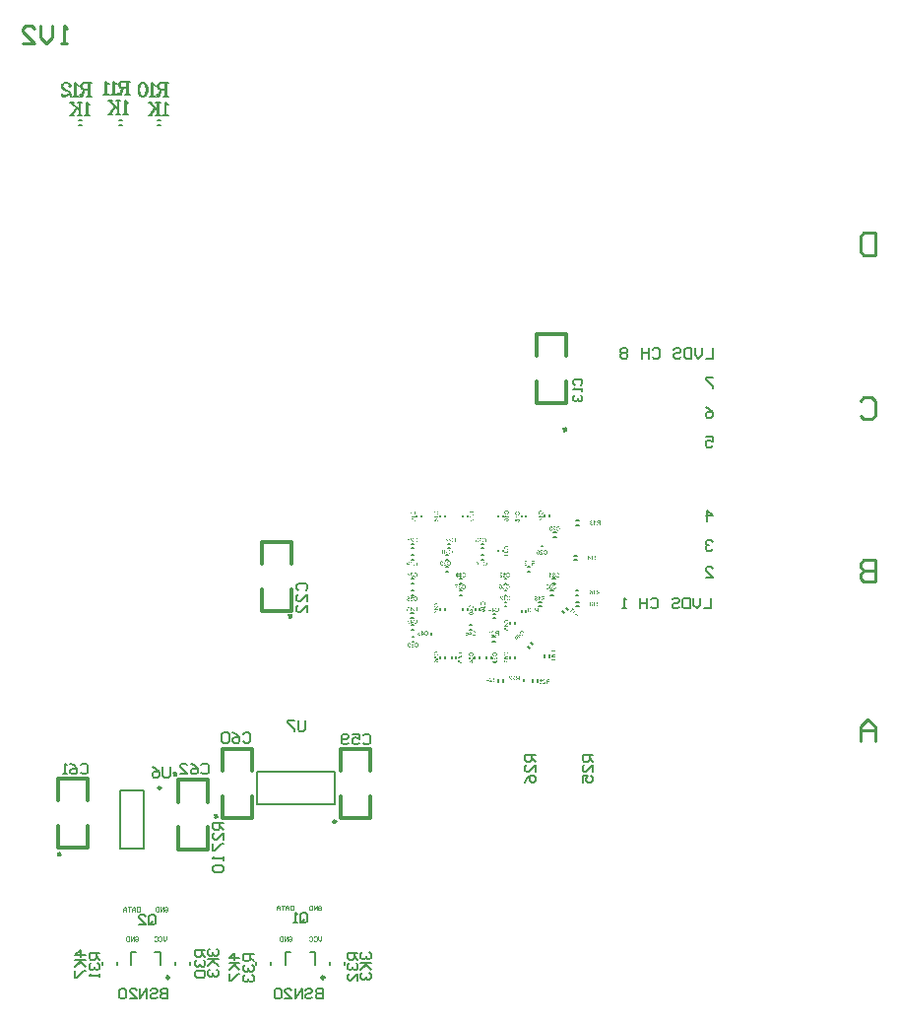
<source format=gbo>
%FSLAX25Y25*%
%MOIN*%
G70*
G01*
G75*
G04 Layer_Color=32896*
%ADD10C,0.00455*%
%ADD11C,0.00400*%
%ADD12C,0.02000*%
%ADD13R,0.02500X0.02000*%
%ADD14R,0.02756X0.03543*%
%ADD15R,0.06000X0.05000*%
%ADD16R,0.03740X0.02362*%
%ADD17R,0.02362X0.03740*%
%ADD18R,0.03740X0.02362*%
%ADD19R,0.02362X0.03740*%
%ADD20R,0.15000X0.08500*%
%ADD21R,0.03543X0.02756*%
%ADD22R,0.00800X0.03300*%
%ADD23R,0.03300X0.00800*%
%ADD24O,0.00800X0.03300*%
%ADD25R,0.10400X0.10400*%
%ADD26C,0.00600*%
%ADD27C,0.01200*%
%ADD28C,0.02500*%
%ADD29C,0.01000*%
%ADD30C,0.00800*%
%ADD31C,0.02000*%
%ADD32C,0.03500*%
%ADD33C,0.04000*%
%ADD34C,0.00500*%
%ADD35C,0.00900*%
%ADD36R,0.02362X0.03740*%
%ADD37R,0.02362X0.03740*%
%ADD38C,0.05200*%
%ADD39R,0.05200X0.05200*%
%ADD40R,0.06000X0.06000*%
%ADD41C,0.03600*%
%ADD42C,0.07400*%
%ADD43C,0.14000*%
%ADD44C,0.05906*%
%ADD45R,0.05906X0.05906*%
%ADD46R,0.07874X0.08661*%
%ADD47R,0.09252X0.12205*%
%ADD48R,0.06299X0.06693*%
%ADD49R,0.06299X0.06693*%
%ADD50C,0.20000*%
%ADD51R,0.05000X0.06000*%
%ADD52R,0.05906X0.05906*%
%ADD53C,0.03500*%
%ADD54R,0.03500X0.03500*%
%ADD55C,0.06200*%
%ADD56R,0.06200X0.06200*%
%ADD57C,0.05000*%
%ADD58R,0.05000X0.05000*%
%ADD59C,0.04000*%
G04:AMPARAMS|DCode=60|XSize=20mil|YSize=20mil|CornerRadius=10mil|HoleSize=0mil|Usage=FLASHONLY|Rotation=135.000|XOffset=0mil|YOffset=0mil|HoleType=Round|Shape=RoundedRectangle|*
%AMROUNDEDRECTD60*
21,1,0.02000,0.00000,0,0,135.0*
21,1,0.00000,0.02000,0,0,135.0*
1,1,0.02000,0.00000,0.00000*
1,1,0.02000,0.00000,0.00000*
1,1,0.02000,0.00000,0.00000*
1,1,0.02000,0.00000,0.00000*
%
%ADD60ROUNDEDRECTD60*%
%ADD61O,0.07480X0.02362*%
%ADD62R,0.03900X0.05900*%
%ADD63R,0.12900X0.05900*%
%ADD64C,0.02800*%
%ADD65C,0.05800*%
%ADD66C,0.04200*%
G04:AMPARAMS|DCode=67|XSize=42mil|YSize=42mil|CornerRadius=0mil|HoleSize=0mil|Usage=FLASHONLY|Rotation=0.000|XOffset=0mil|YOffset=0mil|HoleType=Round|Shape=Relief|Width=10mil|Gap=5mil|Entries=4|*
%AMTHD67*
7,0,0,0.04200,0.03200,0.01000,45*
%
%ADD67THD67*%
%ADD68C,0.08200*%
%ADD69C,0.14800*%
%ADD70C,0.05543*%
G04:AMPARAMS|DCode=71|XSize=28mil|YSize=28mil|CornerRadius=0mil|HoleSize=0mil|Usage=FLASHONLY|Rotation=0.000|XOffset=0mil|YOffset=0mil|HoleType=Round|Shape=Relief|Width=10mil|Gap=5mil|Entries=4|*
%AMTHD71*
7,0,0,0.02800,0.01800,0.01000,45*
%
%ADD71THD71*%
G04:AMPARAMS|DCode=72|XSize=40mil|YSize=40mil|CornerRadius=0mil|HoleSize=0mil|Usage=FLASHONLY|Rotation=0.000|XOffset=0mil|YOffset=0mil|HoleType=Round|Shape=Relief|Width=10mil|Gap=5mil|Entries=4|*
%AMTHD72*
7,0,0,0.04000,0.03000,0.01000,45*
%
%ADD72THD72*%
%ADD73C,0.17650*%
%ADD74C,0.05500*%
G04:AMPARAMS|DCode=75|XSize=52mil|YSize=52mil|CornerRadius=0mil|HoleSize=0mil|Usage=FLASHONLY|Rotation=0.000|XOffset=0mil|YOffset=0mil|HoleType=Round|Shape=Relief|Width=10mil|Gap=5mil|Entries=4|*
%AMTHD75*
7,0,0,0.05200,0.04200,0.01000,45*
%
%ADD75THD75*%
%ADD76C,0.04800*%
%ADD77C,0.00350*%
%ADD78R,0.02000X0.02000*%
%ADD79C,0.01969*%
%ADD80C,0.01600*%
%ADD81C,0.00383*%
G04:AMPARAMS|DCode=82|XSize=55mil|YSize=55mil|CornerRadius=0mil|HoleSize=0mil|Usage=FLASHONLY|Rotation=0.000|XOffset=0mil|YOffset=0mil|HoleType=Round|Shape=Relief|Width=10mil|Gap=5mil|Entries=4|*
%AMTHD82*
7,0,0,0.05500,0.04500,0.01000,45*
%
%ADD82THD82*%
G04:AMPARAMS|DCode=83|XSize=48mil|YSize=48mil|CornerRadius=0mil|HoleSize=0mil|Usage=FLASHONLY|Rotation=0.000|XOffset=0mil|YOffset=0mil|HoleType=Round|Shape=Relief|Width=10mil|Gap=5mil|Entries=4|*
%AMTHD83*
7,0,0,0.04800,0.03800,0.01000,45*
%
%ADD83THD83*%
G04:AMPARAMS|DCode=84|XSize=25mil|YSize=20mil|CornerRadius=0mil|HoleSize=0mil|Usage=FLASHONLY|Rotation=135.000|XOffset=0mil|YOffset=0mil|HoleType=Round|Shape=Rectangle|*
%AMROTATEDRECTD84*
4,1,4,0.01591,-0.00177,0.00177,-0.01591,-0.01591,0.00177,-0.00177,0.01591,0.01591,-0.00177,0.0*
%
%ADD84ROTATEDRECTD84*%

%ADD85R,0.02000X0.02500*%
%ADD86R,0.02300X0.02000*%
%ADD87R,0.01800X0.02500*%
%ADD88R,0.03347X0.05118*%
%ADD89R,0.07480X0.02362*%
%ADD90C,0.01500*%
%ADD91R,0.04000X0.04000*%
%ADD92R,0.02000X0.02500*%
%ADD93R,0.02000X0.02200*%
%ADD94C,0.01800*%
%ADD95R,0.02500X0.01900*%
G04:AMPARAMS|DCode=96|XSize=25mil|YSize=20mil|CornerRadius=10mil|HoleSize=0mil|Usage=FLASHONLY|Rotation=135.000|XOffset=0mil|YOffset=0mil|HoleType=Round|Shape=RoundedRectangle|*
%AMROUNDEDRECTD96*
21,1,0.02500,0.00000,0,0,135.0*
21,1,0.00500,0.02000,0,0,135.0*
1,1,0.02000,-0.00177,0.00177*
1,1,0.02000,0.00177,-0.00177*
1,1,0.02000,0.00177,-0.00177*
1,1,0.02000,-0.00177,0.00177*
%
%ADD96ROUNDEDRECTD96*%
%ADD97C,0.00984*%
%ADD98C,0.00787*%
%ADD99R,0.03300X0.02800*%
%ADD100R,0.03556X0.04343*%
%ADD101R,0.06800X0.05800*%
%ADD102R,0.04540X0.03162*%
%ADD103R,0.03162X0.04540*%
%ADD104R,0.04540X0.03162*%
%ADD105R,0.03162X0.04540*%
%ADD106R,0.15800X0.09300*%
%ADD107R,0.04343X0.03556*%
%ADD108R,0.01600X0.04100*%
%ADD109R,0.04100X0.01600*%
%ADD110O,0.01600X0.04100*%
%ADD111R,0.11200X0.11200*%
%ADD112C,0.06000*%
%ADD113R,0.06000X0.06000*%
%ADD114R,0.06800X0.06800*%
%ADD115C,0.04400*%
%ADD116C,0.06706*%
%ADD117R,0.06706X0.06706*%
%ADD118R,0.08674X0.09461*%
%ADD119R,0.10052X0.13005*%
%ADD120R,0.07099X0.07493*%
%ADD121R,0.07099X0.07493*%
%ADD122R,0.05800X0.06800*%
%ADD123R,0.06706X0.06706*%
%ADD124C,0.04300*%
%ADD125R,0.04300X0.04300*%
%ADD126C,0.07000*%
%ADD127R,0.07000X0.07000*%
%ADD128R,0.05800X0.05800*%
G04:AMPARAMS|DCode=129|XSize=28mil|YSize=28mil|CornerRadius=14mil|HoleSize=0mil|Usage=FLASHONLY|Rotation=135.000|XOffset=0mil|YOffset=0mil|HoleType=Round|Shape=RoundedRectangle|*
%AMROUNDEDRECTD129*
21,1,0.02800,0.00000,0,0,135.0*
21,1,0.00000,0.02800,0,0,135.0*
1,1,0.02800,0.00000,0.00000*
1,1,0.02800,0.00000,0.00000*
1,1,0.02800,0.00000,0.00000*
1,1,0.02800,0.00000,0.00000*
%
%ADD129ROUNDEDRECTD129*%
%ADD130O,0.08280X0.03162*%
%ADD131R,0.04700X0.06700*%
%ADD132R,0.13700X0.06700*%
G04:AMPARAMS|DCode=133|XSize=33mil|YSize=28mil|CornerRadius=0mil|HoleSize=0mil|Usage=FLASHONLY|Rotation=135.000|XOffset=0mil|YOffset=0mil|HoleType=Round|Shape=Rectangle|*
%AMROTATEDRECTD133*
4,1,4,0.02157,-0.00177,0.00177,-0.02157,-0.02157,0.00177,-0.00177,0.02157,0.02157,-0.00177,0.0*
%
%ADD133ROTATEDRECTD133*%

%ADD134R,0.02800X0.03300*%
%ADD135R,0.03100X0.02800*%
%ADD136R,0.02600X0.03300*%
%ADD137R,0.04147X0.05918*%
%ADD138R,0.08280X0.03162*%
%ADD139R,0.04800X0.04800*%
%ADD140C,0.00800*%
%ADD141C,0.02769*%
%ADD142R,0.02800X0.03300*%
%ADD143R,0.02800X0.02800*%
%ADD144R,0.02800X0.03000*%
%ADD145C,0.02600*%
%ADD146R,0.03300X0.02700*%
G04:AMPARAMS|DCode=147|XSize=33mil|YSize=28mil|CornerRadius=14mil|HoleSize=0mil|Usage=FLASHONLY|Rotation=135.000|XOffset=0mil|YOffset=0mil|HoleType=Round|Shape=RoundedRectangle|*
%AMROUNDEDRECTD147*
21,1,0.03300,0.00000,0,0,135.0*
21,1,0.00500,0.02800,0,0,135.0*
1,1,0.02800,-0.00177,0.00177*
1,1,0.02800,0.00177,-0.00177*
1,1,0.02800,0.00177,-0.00177*
1,1,0.02800,-0.00177,0.00177*
%
%ADD147ROUNDEDRECTD147*%
G36*
X288873Y260710D02*
X288900Y260708D01*
X288926Y260704D01*
X288950Y260698D01*
X288972Y260692D01*
X288993Y260686D01*
X289012Y260677D01*
X289031Y260670D01*
X289047Y260663D01*
X289060Y260655D01*
X289072Y260648D01*
X289082Y260642D01*
X289089Y260636D01*
X289095Y260632D01*
X289099Y260630D01*
X289100Y260629D01*
X289118Y260613D01*
X289136Y260596D01*
X289167Y260558D01*
X289193Y260519D01*
X289215Y260481D01*
X289223Y260463D01*
X289231Y260447D01*
X289238Y260432D01*
X289243Y260420D01*
X289248Y260409D01*
X289250Y260402D01*
X289251Y260396D01*
X289253Y260394D01*
X289261Y260365D01*
X289270Y260333D01*
X289276Y260300D01*
X289282Y260267D01*
X289292Y260200D01*
X289294Y260167D01*
X289298Y260137D01*
X289299Y260106D01*
X289301Y260080D01*
X289303Y260055D01*
Y260034D01*
X289304Y260017D01*
Y260004D01*
Y259999D01*
Y259995D01*
Y259994D01*
Y259993D01*
Y259956D01*
X289303Y259921D01*
X289300Y259888D01*
X289298Y259855D01*
X289294Y259823D01*
X289290Y259793D01*
X289287Y259765D01*
X289282Y259737D01*
X289272Y259685D01*
X289260Y259638D01*
X289248Y259596D01*
X289234Y259559D01*
X289221Y259526D01*
X289209Y259498D01*
X289196Y259474D01*
X289187Y259455D01*
X289177Y259440D01*
X289171Y259429D01*
X289166Y259423D01*
X289165Y259421D01*
X289142Y259395D01*
X289117Y259373D01*
X289093Y259354D01*
X289066Y259338D01*
X289039Y259323D01*
X289012Y259312D01*
X288987Y259302D01*
X288961Y259295D01*
X288938Y259289D01*
X288916Y259284D01*
X288896Y259282D01*
X288879Y259279D01*
X288865Y259278D01*
X288854Y259277D01*
X288845D01*
X288817Y259278D01*
X288790Y259280D01*
X288765Y259284D01*
X288740Y259290D01*
X288718Y259296D01*
X288696Y259302D01*
X288678Y259310D01*
X288660Y259318D01*
X288644Y259326D01*
X288630Y259333D01*
X288618Y259339D01*
X288609Y259346D01*
X288600Y259351D01*
X288595Y259355D01*
X288591Y259357D01*
X288590Y259359D01*
X288572Y259374D01*
X288555Y259393D01*
X288523Y259431D01*
X288497Y259470D01*
X288475Y259507D01*
X288467Y259524D01*
X288460Y259540D01*
X288452Y259555D01*
X288447Y259568D01*
X288443Y259578D01*
X288440Y259587D01*
X288438Y259592D01*
Y259593D01*
X288429Y259622D01*
X288421Y259654D01*
X288413Y259687D01*
X288408Y259720D01*
X288399Y259787D01*
X288395Y259819D01*
X288392Y259850D01*
X288390Y259879D01*
X288389Y259906D01*
X288388Y259931D01*
Y259951D01*
X288386Y259969D01*
Y259982D01*
Y259987D01*
Y259991D01*
Y259992D01*
Y259993D01*
Y260031D01*
X288388Y260067D01*
X288389Y260102D01*
X288391Y260133D01*
X288394Y260162D01*
X288396Y260189D01*
X288400Y260215D01*
X288402Y260237D01*
X288405Y260258D01*
X288408Y260275D01*
X288411Y260289D01*
X288413Y260303D01*
X288416Y260313D01*
X288417Y260319D01*
X288418Y260324D01*
Y260325D01*
X288432Y260369D01*
X288445Y260409D01*
X288452Y260427D01*
X288460Y260446D01*
X288467Y260461D01*
X288474Y260475D01*
X288480Y260488D01*
X288487Y260501D01*
X288493Y260510D01*
X288496Y260519D01*
X288501Y260525D01*
X288504Y260530D01*
X288505Y260532D01*
X288506Y260533D01*
X288528Y260564D01*
X288551Y260591D01*
X288574Y260613D01*
X288597Y260632D01*
X288617Y260647D01*
X288626Y260652D01*
X288633Y260657D01*
X288639Y260660D01*
X288644Y260663D01*
X288646Y260665D01*
X288648D01*
X288681Y260681D01*
X288715Y260692D01*
X288748Y260701D01*
X288778Y260705D01*
X288793Y260708D01*
X288805Y260709D01*
X288816Y260710D01*
X288826D01*
X288834Y260712D01*
X288845D01*
X288873Y260710D01*
D02*
G37*
G36*
X305400Y237700D02*
X305206D01*
Y238350D01*
X304956D01*
X304934Y238349D01*
X304915Y238348D01*
X304900Y238346D01*
X304888Y238345D01*
X304881Y238344D01*
X304875Y238343D01*
X304874D01*
X304858Y238337D01*
X304841Y238331D01*
X304827Y238325D01*
X304813Y238318D01*
X304803Y238312D01*
X304794Y238308D01*
X304788Y238304D01*
X304787Y238303D01*
X304770Y238292D01*
X304752Y238277D01*
X304736Y238260D01*
X304721Y238245D01*
X304707Y238230D01*
X304696Y238217D01*
X304693Y238212D01*
X304690Y238208D01*
X304688Y238207D01*
Y238206D01*
X304677Y238192D01*
X304666Y238176D01*
X304643Y238144D01*
X304619Y238111D01*
X304597Y238078D01*
X304587Y238065D01*
X304577Y238051D01*
X304569Y238038D01*
X304562Y238026D01*
X304556Y238018D01*
X304552Y238011D01*
X304549Y238006D01*
X304548Y238005D01*
X304355Y237700D01*
X304112D01*
X304366Y238099D01*
X304394Y238141D01*
X304423Y238179D01*
X304450Y238212D01*
X304463Y238226D01*
X304474Y238240D01*
X304486Y238252D01*
X304496Y238263D01*
X304505Y238271D01*
X304512Y238279D01*
X304517Y238285D01*
X304522Y238289D01*
X304525Y238292D01*
X304526Y238293D01*
X304543Y238307D01*
X304560Y238320D01*
X304581Y238333D01*
X304600Y238344D01*
X304616Y238353D01*
X304630Y238360D01*
X304636Y238363D01*
X304639Y238366D01*
X304642Y238367D01*
X304643D01*
X304605Y238373D01*
X304569Y238381D01*
X304536Y238390D01*
X304506Y238400D01*
X304478Y238410D01*
X304451Y238421D01*
X304429Y238433D01*
X304408Y238444D01*
X304390Y238456D01*
X304375Y238466D01*
X304361Y238476D01*
X304351Y238485D01*
X304342Y238491D01*
X304337Y238496D01*
X304333Y238500D01*
X304332Y238501D01*
X304314Y238522D01*
X304299Y238543D01*
X304285Y238566D01*
X304274Y238588D01*
X304263Y238611D01*
X304255Y238632D01*
X304248Y238654D01*
X304243Y238673D01*
X304239Y238692D01*
X304235Y238710D01*
X304233Y238725D01*
X304232Y238739D01*
X304230Y238749D01*
Y238758D01*
Y238763D01*
Y238764D01*
X304232Y238787D01*
X304233Y238809D01*
X304239Y238849D01*
X304249Y238887D01*
X304255Y238904D01*
X304261Y238919D01*
X304266Y238933D01*
X304272Y238946D01*
X304277Y238957D01*
X304281Y238966D01*
X304286Y238974D01*
X304289Y238979D01*
X304290Y238983D01*
X304291Y238984D01*
X304303Y239002D01*
X304315Y239018D01*
X304329Y239035D01*
X304342Y239049D01*
X304356Y239061D01*
X304370Y239073D01*
X304395Y239092D01*
X304418Y239106D01*
X304429Y239111D01*
X304437Y239116D01*
X304444Y239120D01*
X304449Y239122D01*
X304453Y239124D01*
X304454D01*
X304474Y239131D01*
X304496Y239138D01*
X304519Y239143D01*
X304543Y239148D01*
X304592Y239154D01*
X304641Y239159D01*
X304663Y239160D01*
X304684Y239162D01*
X304703Y239163D01*
X304719Y239164D01*
X305400D01*
Y237700D01*
D02*
G37*
G36*
X242196Y265930D02*
X242234Y265928D01*
X242271Y265924D01*
X242307Y265920D01*
X242341Y265914D01*
X242373Y265907D01*
X242403Y265901D01*
X242431Y265893D01*
X242458Y265886D01*
X242481Y265879D01*
X242501Y265873D01*
X242518Y265867D01*
X242532Y265863D01*
X242541Y265859D01*
X242547Y265857D01*
X242549Y265855D01*
X242583Y265840D01*
X242614Y265824D01*
X242643Y265806D01*
X242670Y265787D01*
X242695Y265769D01*
X242718Y265750D01*
X242739Y265731D01*
X242758Y265713D01*
X242774Y265697D01*
X242788Y265680D01*
X242801Y265666D01*
X242811Y265653D01*
X242819Y265643D01*
X242824Y265635D01*
X242828Y265630D01*
X242829Y265629D01*
X242845Y265600D01*
X242861Y265569D01*
X242873Y265539D01*
X242883Y265506D01*
X242894Y265474D01*
X242901Y265442D01*
X242908Y265411D01*
X242913Y265382D01*
X242916Y265352D01*
X242919Y265327D01*
X242922Y265304D01*
X242923Y265284D01*
Y265267D01*
X242924Y265254D01*
Y265247D01*
Y265246D01*
Y265244D01*
X242923Y265202D01*
X242919Y265162D01*
X242913Y265124D01*
X242905Y265087D01*
X242895Y265053D01*
X242885Y265021D01*
X242873Y264992D01*
X242862Y264965D01*
X242850Y264941D01*
X242839Y264919D01*
X242829Y264900D01*
X242819Y264885D01*
X242811Y264874D01*
X242805Y264865D01*
X242801Y264858D01*
X242800Y264857D01*
X242774Y264828D01*
X242748Y264802D01*
X242720Y264778D01*
X242689Y264755D01*
X242660Y264735D01*
X242630Y264717D01*
X242599Y264702D01*
X242570Y264688D01*
X242543Y264675D01*
X242518Y264665D01*
X242495Y264656D01*
X242475Y264649D01*
X242458Y264644D01*
X242445Y264640D01*
X242442Y264638D01*
X242438D01*
X242437Y264637D01*
X242435D01*
X242387Y264832D01*
X242420Y264841D01*
X242452Y264849D01*
X242481Y264861D01*
X242508Y264872D01*
X242533Y264885D01*
X242556Y264898D01*
X242576Y264910D01*
X242595Y264923D01*
X242612Y264936D01*
X242626Y264947D01*
X242637Y264957D01*
X242647Y264967D01*
X242655Y264975D01*
X242661Y264980D01*
X242664Y264984D01*
X242665Y264985D01*
X242682Y265007D01*
X242695Y265030D01*
X242708Y265053D01*
X242718Y265075D01*
X242727Y265100D01*
X242735Y265122D01*
X242741Y265144D01*
X242746Y265166D01*
X242750Y265185D01*
X242753Y265204D01*
X242755Y265220D01*
X242757Y265234D01*
Y265246D01*
X242758Y265253D01*
Y265260D01*
Y265261D01*
X242757Y265285D01*
X242755Y265310D01*
X242748Y265356D01*
X242741Y265378D01*
X242736Y265398D01*
X242730Y265417D01*
X242723Y265435D01*
X242717Y265451D01*
X242711Y265467D01*
X242704Y265479D01*
X242699Y265489D01*
X242695Y265498D01*
X242692Y265505D01*
X242690Y265509D01*
X242689Y265510D01*
X242675Y265530D01*
X242660Y265550D01*
X242645Y265568D01*
X242628Y265585D01*
X242610Y265600D01*
X242594Y265614D01*
X242576Y265625D01*
X242560Y265637D01*
X242544Y265647D01*
X242529Y265656D01*
X242516Y265662D01*
X242505Y265669D01*
X242495Y265672D01*
X242489Y265676D01*
X242483Y265677D01*
X242482Y265679D01*
X242428Y265697D01*
X242372Y265709D01*
X242317Y265719D01*
X242292Y265722D01*
X242266Y265726D01*
X242243Y265727D01*
X242222Y265729D01*
X242203Y265731D01*
X242188D01*
X242174Y265732D01*
X242156D01*
X242102Y265729D01*
X242050Y265724D01*
X242026Y265722D01*
X242003Y265718D01*
X241982Y265713D01*
X241962Y265709D01*
X241942Y265705D01*
X241926Y265700D01*
X241911Y265697D01*
X241898Y265694D01*
X241889Y265690D01*
X241881Y265689D01*
X241876Y265686D01*
X241875D01*
X241850Y265677D01*
X241827Y265666D01*
X241804Y265654D01*
X241784Y265642D01*
X241765Y265629D01*
X241747Y265616D01*
X241730Y265602D01*
X241715Y265590D01*
X241702Y265577D01*
X241691Y265566D01*
X241681Y265556D01*
X241673Y265545D01*
X241667Y265538D01*
X241662Y265533D01*
X241659Y265529D01*
X241658Y265528D01*
X241644Y265506D01*
X241631Y265483D01*
X241620Y265459D01*
X241611Y265436D01*
X241603Y265412D01*
X241597Y265389D01*
X241591Y265366D01*
X241587Y265345D01*
X241583Y265324D01*
X241581Y265305D01*
X241579Y265289D01*
X241578Y265273D01*
X241577Y265262D01*
Y265253D01*
Y265247D01*
Y265246D01*
X241578Y265219D01*
X241579Y265192D01*
X241583Y265168D01*
X241588Y265145D01*
X241593Y265124D01*
X241599Y265103D01*
X241607Y265086D01*
X241614Y265068D01*
X241620Y265054D01*
X241628Y265040D01*
X241634Y265028D01*
X241639Y265019D01*
X241644Y265012D01*
X241647Y265006D01*
X241649Y265003D01*
X241650Y265002D01*
X241664Y264984D01*
X241681Y264967D01*
X241699Y264952D01*
X241718Y264938D01*
X241756Y264913D01*
X241794Y264891D01*
X241812Y264882D01*
X241828Y264875D01*
X241843Y264868D01*
X241856Y264863D01*
X241867Y264858D01*
X241875Y264856D01*
X241881Y264853D01*
X241883D01*
X241838Y264663D01*
X241802Y264675D01*
X241766Y264689D01*
X241734Y264705D01*
X241704Y264721D01*
X241676Y264738D01*
X241649Y264755D01*
X241626Y264773D01*
X241605Y264790D01*
X241586Y264806D01*
X241569Y264821D01*
X241555Y264835D01*
X241544Y264848D01*
X241535Y264858D01*
X241528Y264866D01*
X241525Y264871D01*
X241523Y264872D01*
X241503Y264901D01*
X241487Y264931D01*
X241471Y264962D01*
X241459Y264993D01*
X241447Y265025D01*
X241438Y265055D01*
X241431Y265084D01*
X241424Y265113D01*
X241419Y265140D01*
X241417Y265164D01*
X241414Y265186D01*
X241412Y265205D01*
Y265220D01*
X241410Y265232D01*
Y265239D01*
Y265241D01*
Y265242D01*
X241412Y265277D01*
X241414Y265313D01*
X241418Y265346D01*
X241424Y265379D01*
X241431Y265409D01*
X241438Y265439D01*
X241446Y265467D01*
X241455Y265491D01*
X241462Y265515D01*
X241471Y265535D01*
X241479Y265553D01*
X241485Y265568D01*
X241492Y265580D01*
X241495Y265588D01*
X241498Y265595D01*
X241499Y265596D01*
X241517Y265625D01*
X241536Y265653D01*
X241556Y265679D01*
X241577Y265703D01*
X241598Y265726D01*
X241620Y265746D01*
X241641Y265764D01*
X241662Y265781D01*
X241682Y265795D01*
X241700Y265808D01*
X241716Y265820D01*
X241730Y265828D01*
X241742Y265836D01*
X241751Y265841D01*
X241756Y265844D01*
X241758Y265845D01*
X241791Y265860D01*
X241824Y265873D01*
X241859Y265884D01*
X241893Y265895D01*
X241926Y265903D01*
X241959Y265910D01*
X241991Y265916D01*
X242021Y265920D01*
X242050Y265924D01*
X242076Y265926D01*
X242099Y265929D01*
X242119Y265930D01*
X242134Y265931D01*
X242157D01*
X242196Y265930D01*
D02*
G37*
G36*
X241964Y263332D02*
X242002Y263328D01*
X242036Y263321D01*
X242069Y263313D01*
X242101Y263304D01*
X242129Y263294D01*
X242156Y263282D01*
X242180Y263269D01*
X242200Y263258D01*
X242219Y263247D01*
X242236Y263236D01*
X242249Y263226D01*
X242259Y263219D01*
X242266Y263212D01*
X242271Y263209D01*
X242273Y263207D01*
X242296Y263183D01*
X242316Y263158D01*
X242334Y263132D01*
X242349Y263106D01*
X242360Y263080D01*
X242372Y263055D01*
X242381Y263029D01*
X242387Y263007D01*
X242392Y262984D01*
X242397Y262963D01*
X242400Y262946D01*
X242401Y262930D01*
X242402Y262918D01*
X242403Y262908D01*
Y262902D01*
Y262900D01*
X242401Y262860D01*
X242394Y262822D01*
X242387Y262789D01*
X242377Y262759D01*
X242372Y262746D01*
X242367Y262735D01*
X242363Y262723D01*
X242359Y262716D01*
X242355Y262708D01*
X242353Y262703D01*
X242350Y262701D01*
Y262699D01*
X242329Y262666D01*
X242306Y262636D01*
X242283Y262610D01*
X242261Y262590D01*
X242241Y262572D01*
X242233Y262566D01*
X242226Y262561D01*
X242219Y262556D01*
X242215Y262553D01*
X242213Y262551D01*
X242247D01*
X242289Y262552D01*
X242329Y262555D01*
X242365Y262560D01*
X242383Y262562D01*
X242398Y262563D01*
X242414Y262566D01*
X242426Y262568D01*
X242439Y262571D01*
X242448Y262574D01*
X242457Y262575D01*
X242462Y262576D01*
X242466Y262577D01*
X242467D01*
X242505Y262587D01*
X242539Y262599D01*
X242568Y262610D01*
X242593Y262620D01*
X242604Y262626D01*
X242613Y262631D01*
X242621Y262634D01*
X242627Y262638D01*
X242632Y262641D01*
X242636Y262643D01*
X242637Y262645D01*
X242638D01*
X242661Y262660D01*
X242682Y262678D01*
X242698Y262694D01*
X242713Y262711D01*
X242725Y262725D01*
X242732Y262736D01*
X242739Y262744D01*
X242740Y262745D01*
Y262746D01*
X242753Y262770D01*
X242762Y262796D01*
X242768Y262820D01*
X242772Y262843D01*
X242774Y262863D01*
X242776Y262871D01*
X242777Y262878D01*
Y262885D01*
Y262889D01*
Y262891D01*
Y262892D01*
X242776Y262910D01*
X242774Y262927D01*
X242768Y262958D01*
X242759Y262985D01*
X242749Y263008D01*
X242740Y263026D01*
X242735Y263033D01*
X242731Y263040D01*
X242727Y263045D01*
X242725Y263049D01*
X242722Y263050D01*
Y263051D01*
X242711Y263063D01*
X242699Y263073D01*
X242671Y263089D01*
X242642Y263104D01*
X242613Y263115D01*
X242586Y263123D01*
X242575Y263127D01*
X242565Y263130D01*
X242556Y263131D01*
X242549Y263132D01*
X242546Y263134D01*
X242544D01*
X242561Y263306D01*
X242593Y263301D01*
X242622Y263295D01*
X242650Y263286D01*
X242675Y263277D01*
X242699Y263267D01*
X242721Y263256D01*
X242741Y263244D01*
X242759Y263234D01*
X242776Y263223D01*
X242790Y263212D01*
X242801Y263202D01*
X242811Y263194D01*
X242819Y263187D01*
X242824Y263182D01*
X242828Y263178D01*
X242829Y263177D01*
X242845Y263155D01*
X242861Y263134D01*
X242873Y263111D01*
X242883Y263087D01*
X242894Y263063D01*
X242901Y263040D01*
X242908Y263017D01*
X242913Y262995D01*
X242916Y262974D01*
X242919Y262956D01*
X242922Y262938D01*
X242923Y262924D01*
Y262911D01*
X242924Y262902D01*
Y262897D01*
Y262895D01*
X242923Y262866D01*
X242920Y262836D01*
X242916Y262808D01*
X242910Y262783D01*
X242904Y262758D01*
X242896Y262735D01*
X242889Y262713D01*
X242881Y262693D01*
X242873Y262675D01*
X242864Y262660D01*
X242858Y262646D01*
X242852Y262634D01*
X242845Y262626D01*
X242842Y262618D01*
X242839Y262614D01*
X242838Y262613D01*
X242821Y262591D01*
X242802Y262571D01*
X242782Y262551D01*
X242762Y262534D01*
X242741Y262518D01*
X242720Y262502D01*
X242699Y262488D01*
X242679Y262477D01*
X242660Y262466D01*
X242642Y262457D01*
X242626Y262449D01*
X242612Y262443D01*
X242601Y262438D01*
X242593Y262434D01*
X242586Y262433D01*
X242585Y262431D01*
X242552Y262421D01*
X242518Y262411D01*
X242482Y262403D01*
X242445Y262396D01*
X242370Y262386D01*
X242334Y262382D01*
X242299Y262378D01*
X242266Y262375D01*
X242236Y262373D01*
X242208Y262372D01*
X242185D01*
X242165Y262370D01*
X242138D01*
X242089Y262372D01*
X242043Y262373D01*
X242000Y262375D01*
X241960Y262381D01*
X241923Y262384D01*
X241889Y262389D01*
X241859Y262396D01*
X241831Y262401D01*
X241807Y262407D01*
X241786Y262412D01*
X241767Y262419D01*
X241753Y262422D01*
X241742Y262426D01*
X241733Y262430D01*
X241728Y262431D01*
X241726Y262433D01*
X241701Y262444D01*
X241676Y262458D01*
X241654Y262472D01*
X241633Y262486D01*
X241612Y262501D01*
X241594Y262516D01*
X241578Y262532D01*
X241564Y262546D01*
X241551Y262560D01*
X241540Y262572D01*
X241530Y262584D01*
X241522Y262594D01*
X241516Y262601D01*
X241512Y262608D01*
X241509Y262612D01*
X241508Y262613D01*
X241494Y262636D01*
X241483Y262657D01*
X241473Y262680D01*
X241464Y262703D01*
X241456Y262726D01*
X241450Y262748D01*
X241445Y262768D01*
X241441Y262787D01*
X241437Y262806D01*
X241434Y262822D01*
X241433Y262836D01*
X241432Y262849D01*
X241431Y262859D01*
Y262867D01*
Y262872D01*
Y262873D01*
X241432Y262910D01*
X241437Y262944D01*
X241443Y262977D01*
X241452Y263008D01*
X241462Y263037D01*
X241474Y263064D01*
X241485Y263089D01*
X241498Y263112D01*
X241511Y263132D01*
X241523Y263150D01*
X241535Y263165D01*
X241545Y263178D01*
X241554Y263188D01*
X241560Y263196D01*
X241565Y263201D01*
X241566Y263202D01*
X241593Y263225D01*
X241621Y263245D01*
X241650Y263263D01*
X241680Y263278D01*
X241710Y263290D01*
X241739Y263301D01*
X241768Y263310D01*
X241796Y263316D01*
X241823Y263321D01*
X241847Y263327D01*
X241869Y263329D01*
X241888Y263330D01*
X241903Y263332D01*
X241915Y263333D01*
X241925D01*
X241964Y263332D01*
D02*
G37*
G36*
X241960Y264302D02*
X241945Y264269D01*
X241930Y264237D01*
X241915Y264208D01*
X241908Y264195D01*
X241900Y264183D01*
X241895Y264172D01*
X241890Y264164D01*
X241886Y264156D01*
X241883Y264151D01*
X241881Y264147D01*
X241880Y264146D01*
X241857Y264108D01*
X241834Y264075D01*
X241813Y264045D01*
X241795Y264020D01*
X241786Y264010D01*
X241779Y264001D01*
X241772Y263993D01*
X241766Y263986D01*
X241762Y263981D01*
X241758Y263977D01*
X241757Y263976D01*
X241756Y263974D01*
X242900D01*
Y263794D01*
X241431D01*
Y263911D01*
X241448Y263920D01*
X241466Y263931D01*
X241502Y263955D01*
X241535Y263982D01*
X241565Y264009D01*
X241578Y264021D01*
X241591Y264033D01*
X241601Y264043D01*
X241610Y264052D01*
X241617Y264061D01*
X241622Y264066D01*
X241626Y264070D01*
X241628Y264071D01*
X241663Y264114D01*
X241696Y264160D01*
X241725Y264204D01*
X241739Y264225D01*
X241751Y264245D01*
X241762Y264264D01*
X241771Y264280D01*
X241780Y264296D01*
X241786Y264308D01*
X241791Y264318D01*
X241795Y264327D01*
X241798Y264333D01*
X241799Y264334D01*
X241973D01*
X241960Y264302D01*
D02*
G37*
G36*
X281348Y248983D02*
X281359Y248965D01*
X281384Y248930D01*
X281410Y248897D01*
X281437Y248866D01*
X281450Y248853D01*
X281461Y248841D01*
X281471Y248831D01*
X281480Y248822D01*
X281489Y248814D01*
X281494Y248809D01*
X281498Y248805D01*
X281499Y248804D01*
X281542Y248768D01*
X281588Y248735D01*
X281632Y248706D01*
X281653Y248692D01*
X281673Y248681D01*
X281692Y248669D01*
X281709Y248660D01*
X281724Y248652D01*
X281737Y248645D01*
X281747Y248640D01*
X281756Y248636D01*
X281761Y248634D01*
X281762Y248633D01*
Y248459D01*
X281730Y248471D01*
X281697Y248486D01*
X281665Y248502D01*
X281636Y248517D01*
X281624Y248523D01*
X281611Y248531D01*
X281601Y248536D01*
X281592Y248541D01*
X281584Y248545D01*
X281579Y248549D01*
X281575Y248550D01*
X281574Y248551D01*
X281536Y248574D01*
X281503Y248597D01*
X281474Y248619D01*
X281448Y248636D01*
X281438Y248645D01*
X281429Y248653D01*
X281422Y248659D01*
X281414Y248665D01*
X281409Y248669D01*
X281405Y248673D01*
X281404Y248674D01*
X281403Y248676D01*
Y247531D01*
X281222D01*
Y249001D01*
X281339D01*
X281348Y248983D01*
D02*
G37*
G36*
X285160Y264402D02*
X285145Y264369D01*
X285130Y264337D01*
X285115Y264308D01*
X285108Y264295D01*
X285101Y264283D01*
X285095Y264272D01*
X285090Y264264D01*
X285086Y264256D01*
X285083Y264251D01*
X285082Y264247D01*
X285080Y264246D01*
X285057Y264208D01*
X285034Y264175D01*
X285013Y264145D01*
X284995Y264120D01*
X284986Y264110D01*
X284979Y264101D01*
X284972Y264093D01*
X284966Y264086D01*
X284962Y264081D01*
X284958Y264077D01*
X284957Y264076D01*
X284956Y264074D01*
X286100D01*
Y263894D01*
X284631D01*
Y264011D01*
X284648Y264020D01*
X284666Y264031D01*
X284702Y264055D01*
X284735Y264082D01*
X284765Y264109D01*
X284778Y264121D01*
X284791Y264133D01*
X284801Y264143D01*
X284810Y264152D01*
X284817Y264161D01*
X284822Y264166D01*
X284826Y264170D01*
X284827Y264171D01*
X284863Y264214D01*
X284896Y264260D01*
X284925Y264304D01*
X284939Y264324D01*
X284951Y264345D01*
X284962Y264364D01*
X284971Y264380D01*
X284980Y264396D01*
X284986Y264408D01*
X284991Y264419D01*
X284995Y264427D01*
X284998Y264433D01*
X284999Y264434D01*
X285173D01*
X285160Y264402D01*
D02*
G37*
G36*
X285750Y262858D02*
X286100D01*
Y262677D01*
X285750D01*
Y262479D01*
X285584D01*
Y262677D01*
X284636D01*
Y262825D01*
X285584Y263493D01*
X285750D01*
Y262858D01*
D02*
G37*
G36*
X291172Y260730D02*
X291206Y260727D01*
X291238Y260724D01*
X291269Y260718D01*
X291299Y260712D01*
X291327Y260704D01*
X291354Y260697D01*
X291377Y260688D01*
X291400Y260681D01*
X291419Y260672D01*
X291436Y260665D01*
X291451Y260659D01*
X291462Y260653D01*
X291471Y260649D01*
X291477Y260647D01*
X291478Y260646D01*
X291506Y260629D01*
X291533Y260610D01*
X291557Y260591D01*
X291580Y260571D01*
X291602Y260550D01*
X291622Y260530D01*
X291639Y260509D01*
X291656Y260490D01*
X291670Y260470D01*
X291682Y260453D01*
X291693Y260437D01*
X291701Y260424D01*
X291708Y260413D01*
X291713Y260404D01*
X291716Y260399D01*
X291717Y260397D01*
X291732Y260365D01*
X291744Y260333D01*
X291755Y260300D01*
X291765Y260267D01*
X291773Y260236D01*
X291779Y260204D01*
X291785Y260174D01*
X291789Y260144D01*
X291793Y260116D01*
X291795Y260092D01*
X291798Y260070D01*
X291799Y260050D01*
X291800Y260036D01*
Y260023D01*
Y260016D01*
Y260015D01*
Y260014D01*
X291799Y259976D01*
X291796Y259939D01*
X291793Y259904D01*
X291789Y259870D01*
X291783Y259837D01*
X291777Y259806D01*
X291771Y259777D01*
X291763Y259750D01*
X291756Y259725D01*
X291750Y259703D01*
X291744Y259683D01*
X291738Y259667D01*
X291734Y259654D01*
X291730Y259645D01*
X291728Y259639D01*
X291727Y259637D01*
X291712Y259605D01*
X291696Y259575D01*
X291679Y259546D01*
X291661Y259521D01*
X291644Y259496D01*
X291625Y259474D01*
X291607Y259455D01*
X291590Y259437D01*
X291574Y259421D01*
X291558Y259407D01*
X291545Y259395D01*
X291533Y259385D01*
X291523Y259378D01*
X291516Y259373D01*
X291511Y259369D01*
X291510Y259368D01*
X291482Y259352D01*
X291452Y259338D01*
X291423Y259326D01*
X291391Y259316D01*
X291361Y259306D01*
X291330Y259299D01*
X291300Y259293D01*
X291272Y259288D01*
X291244Y259284D01*
X291219Y259282D01*
X291197Y259279D01*
X291178Y259278D01*
X291162D01*
X291150Y259277D01*
X291140D01*
X291100Y259278D01*
X291061Y259282D01*
X291024Y259288D01*
X290989Y259295D01*
X290956Y259305D01*
X290925Y259315D01*
X290897Y259326D01*
X290872Y259337D01*
X290848Y259348D01*
X290828Y259359D01*
X290809Y259368D01*
X290795Y259378D01*
X290784Y259385D01*
X290775Y259391D01*
X290769Y259395D01*
X290768Y259396D01*
X290740Y259421D01*
X290715Y259446D01*
X290692Y259473D01*
X290670Y259503D01*
X290651Y259531D01*
X290634Y259560D01*
X290619Y259589D01*
X290606Y259617D01*
X290593Y259643D01*
X290584Y259667D01*
X290575Y259689D01*
X290568Y259709D01*
X290563Y259725D01*
X290559Y259737D01*
X290558Y259740D01*
Y259744D01*
X290557Y259745D01*
Y259747D01*
X290743Y259793D01*
X290752Y259761D01*
X290761Y259731D01*
X290772Y259703D01*
X290782Y259677D01*
X290795Y259653D01*
X290807Y259631D01*
X290819Y259611D01*
X290831Y259593D01*
X290844Y259577D01*
X290855Y259563D01*
X290864Y259553D01*
X290874Y259543D01*
X290881Y259536D01*
X290886Y259529D01*
X290890Y259527D01*
X290891Y259526D01*
X290912Y259510D01*
X290934Y259496D01*
X290956Y259484D01*
X290978Y259474D01*
X291001Y259466D01*
X291023Y259459D01*
X291044Y259453D01*
X291064Y259448D01*
X291083Y259444D01*
X291101Y259441D01*
X291117Y259439D01*
X291130Y259438D01*
X291141D01*
X291148Y259437D01*
X291156D01*
X291179Y259438D01*
X291203Y259439D01*
X291247Y259446D01*
X291268Y259453D01*
X291288Y259457D01*
X291306Y259464D01*
X291323Y259470D01*
X291339Y259476D01*
X291354Y259482D01*
X291366Y259488D01*
X291375Y259493D01*
X291384Y259496D01*
X291390Y259500D01*
X291394Y259501D01*
X291395Y259503D01*
X291414Y259516D01*
X291434Y259531D01*
X291451Y259545D01*
X291467Y259561D01*
X291482Y259578D01*
X291495Y259594D01*
X291506Y259611D01*
X291517Y259627D01*
X291527Y259642D01*
X291535Y259656D01*
X291541Y259668D01*
X291547Y259679D01*
X291551Y259689D01*
X291555Y259695D01*
X291556Y259700D01*
X291557Y259701D01*
X291574Y259754D01*
X291586Y259807D01*
X291596Y259860D01*
X291599Y259884D01*
X291602Y259909D01*
X291604Y259931D01*
X291606Y259951D01*
X291607Y259970D01*
Y259984D01*
X291609Y259998D01*
Y260008D01*
Y260013D01*
Y260015D01*
X291606Y260066D01*
X291601Y260116D01*
X291599Y260139D01*
X291595Y260161D01*
X291590Y260182D01*
X291586Y260202D01*
X291583Y260220D01*
X291578Y260236D01*
X291574Y260250D01*
X291572Y260263D01*
X291568Y260271D01*
X291567Y260278D01*
X291564Y260283D01*
Y260284D01*
X291556Y260309D01*
X291545Y260331D01*
X291534Y260353D01*
X291522Y260372D01*
X291510Y260391D01*
X291497Y260408D01*
X291484Y260424D01*
X291472Y260438D01*
X291460Y260451D01*
X291449Y260461D01*
X291439Y260471D01*
X291429Y260478D01*
X291422Y260485D01*
X291417Y260490D01*
X291413Y260492D01*
X291412Y260493D01*
X291391Y260507D01*
X291369Y260519D01*
X291346Y260530D01*
X291324Y260538D01*
X291301Y260546D01*
X291279Y260552D01*
X291257Y260558D01*
X291236Y260561D01*
X291217Y260565D01*
X291198Y260568D01*
X291183Y260569D01*
X291168Y260570D01*
X291157Y260571D01*
X291141D01*
X291116Y260570D01*
X291090Y260569D01*
X291067Y260565D01*
X291045Y260560D01*
X291024Y260555D01*
X291005Y260549D01*
X290987Y260542D01*
X290970Y260536D01*
X290957Y260530D01*
X290944Y260522D01*
X290933Y260516D01*
X290924Y260511D01*
X290917Y260507D01*
X290911Y260504D01*
X290908Y260502D01*
X290907Y260501D01*
X290890Y260487D01*
X290874Y260471D01*
X290859Y260454D01*
X290846Y260436D01*
X290822Y260399D01*
X290801Y260363D01*
X290792Y260346D01*
X290785Y260330D01*
X290779Y260315D01*
X290774Y260303D01*
X290769Y260292D01*
X290767Y260284D01*
X290764Y260278D01*
Y260277D01*
X290581Y260320D01*
X290593Y260355D01*
X290607Y260389D01*
X290621Y260420D01*
X290637Y260449D01*
X290653Y260476D01*
X290670Y260502D01*
X290687Y260524D01*
X290703Y260544D01*
X290719Y260563D01*
X290734Y260579D01*
X290747Y260592D01*
X290759Y260603D01*
X290769Y260612D01*
X290776Y260618D01*
X290781Y260621D01*
X290782Y260623D01*
X290811Y260642D01*
X290839Y260658D01*
X290869Y260672D01*
X290898Y260685D01*
X290929Y260696D01*
X290958Y260704D01*
X290986Y260712D01*
X291014Y260718D01*
X291040Y260722D01*
X291063Y260725D01*
X291084Y260727D01*
X291102Y260730D01*
X291117D01*
X291128Y260731D01*
X291138D01*
X291172Y260730D01*
D02*
G37*
G36*
X289968Y260710D02*
X290002Y260707D01*
X290035Y260702D01*
X290065Y260696D01*
X290093Y260687D01*
X290120Y260679D01*
X290144Y260669D01*
X290165Y260659D01*
X290185Y260649D01*
X290202Y260640D01*
X290216Y260631D01*
X290229Y260623D01*
X290238Y260616D01*
X290245Y260612D01*
X290249Y260608D01*
X290251Y260607D01*
X290271Y260586D01*
X290291Y260564D01*
X290307Y260541D01*
X290321Y260515D01*
X290335Y260491D01*
X290346Y260465D01*
X290354Y260441D01*
X290363Y260416D01*
X290369Y260393D01*
X290374Y260372D01*
X290379Y260353D01*
X290381Y260337D01*
X290384Y260324D01*
X290385Y260313D01*
X290386Y260307D01*
Y260304D01*
X290208Y260286D01*
X290207Y260310D01*
X290204Y260332D01*
X290201Y260354D01*
X290196Y260374D01*
X290191Y260392D01*
X290185Y260409D01*
X290177Y260425D01*
X290170Y260439D01*
X290164Y260452D01*
X290157Y260463D01*
X290151Y260471D01*
X290144Y260480D01*
X290141Y260486D01*
X290137Y260490D01*
X290135Y260492D01*
X290134Y260493D01*
X290119Y260507D01*
X290103Y260518D01*
X290087Y260528D01*
X290071Y260537D01*
X290054Y260544D01*
X290038Y260550D01*
X290007Y260559D01*
X289992Y260563D01*
X289977Y260565D01*
X289965Y260566D01*
X289955Y260568D01*
X289947Y260569D01*
X289935D01*
X289913Y260568D01*
X289892Y260566D01*
X289872Y260563D01*
X289855Y260558D01*
X289838Y260553D01*
X289822Y260547D01*
X289808Y260540D01*
X289794Y260533D01*
X289782Y260527D01*
X289772Y260520D01*
X289764Y260514D01*
X289756Y260509D01*
X289750Y260504D01*
X289747Y260502D01*
X289744Y260499D01*
X289743Y260498D01*
X289730Y260485D01*
X289719Y260470D01*
X289709Y260455D01*
X289700Y260441D01*
X289693Y260426D01*
X289688Y260413D01*
X289678Y260385D01*
X289676Y260372D01*
X289673Y260361D01*
X289672Y260350D01*
X289671Y260342D01*
X289670Y260335D01*
Y260330D01*
Y260326D01*
Y260325D01*
X289671Y260307D01*
X289673Y260288D01*
X289677Y260270D01*
X289682Y260252D01*
X289696Y260216D01*
X289710Y260185D01*
X289718Y260170D01*
X289725Y260158D01*
X289732Y260145D01*
X289738Y260136D01*
X289743Y260128D01*
X289747Y260122D01*
X289749Y260119D01*
X289750Y260117D01*
X289768Y260095D01*
X289787Y260073D01*
X289809Y260049D01*
X289832Y260025D01*
X289858Y259999D01*
X289883Y259975D01*
X289910Y259950D01*
X289936Y259927D01*
X289960Y259905D01*
X289983Y259884D01*
X290004Y259866D01*
X290024Y259850D01*
X290038Y259837D01*
X290051Y259827D01*
X290058Y259821D01*
X290059Y259819D01*
X290060D01*
X290087Y259797D01*
X290113Y259775D01*
X290136Y259754D01*
X290158Y259734D01*
X290177Y259716D01*
X290197Y259698D01*
X290213Y259682D01*
X290229Y259667D01*
X290242Y259654D01*
X290253Y259642D01*
X290263Y259631D01*
X290271Y259622D01*
X290277Y259616D01*
X290282Y259610D01*
X290285Y259607D01*
X290286Y259606D01*
X290313Y259572D01*
X290336Y259538D01*
X290357Y259507D01*
X290371Y259478D01*
X290379Y259466D01*
X290384Y259455D01*
X290388Y259444D01*
X290392Y259435D01*
X290396Y259429D01*
X290398Y259424D01*
X290399Y259421D01*
Y259420D01*
X290407Y259398D01*
X290412Y259377D01*
X290415Y259356D01*
X290418Y259338D01*
X290419Y259323D01*
Y259311D01*
Y259306D01*
Y259302D01*
Y259301D01*
Y259300D01*
X289489D01*
Y259466D01*
X290179D01*
X290168Y259483D01*
X290155Y259500D01*
X290143Y259516D01*
X290132Y259529D01*
X290123Y259542D01*
X290114Y259551D01*
X290109Y259556D01*
X290107Y259559D01*
X290097Y259568D01*
X290086Y259579D01*
X290071Y259593D01*
X290057Y259606D01*
X290024Y259635D01*
X289989Y259665D01*
X289974Y259678D01*
X289958Y259692D01*
X289944Y259704D01*
X289932Y259715D01*
X289921Y259723D01*
X289914Y259729D01*
X289908Y259734D01*
X289907Y259735D01*
X289872Y259765D01*
X289842Y259792D01*
X289813Y259817D01*
X289787Y259840D01*
X289763Y259862D01*
X289742Y259883D01*
X289722Y259901D01*
X289704Y259918D01*
X289689Y259933D01*
X289677Y259947D01*
X289666Y259958D01*
X289656Y259966D01*
X289650Y259973D01*
X289646Y259980D01*
X289643Y259982D01*
X289642Y259983D01*
X289614Y260016D01*
X289589Y260048D01*
X289570Y260077D01*
X289554Y260103D01*
X289548Y260114D01*
X289542Y260123D01*
X289537Y260132D01*
X289533Y260141D01*
X289531Y260145D01*
X289528Y260150D01*
X289527Y260153D01*
Y260154D01*
X289515Y260185D01*
X289506Y260215D01*
X289500Y260243D01*
X289497Y260269D01*
X289493Y260289D01*
Y260299D01*
X289492Y260307D01*
Y260313D01*
Y260317D01*
Y260320D01*
Y260321D01*
X289493Y260352D01*
X289497Y260381D01*
X289503Y260409D01*
X289510Y260435D01*
X289519Y260459D01*
X289530Y260482D01*
X289539Y260503D01*
X289550Y260522D01*
X289563Y260540D01*
X289572Y260555D01*
X289582Y260569D01*
X289592Y260580D01*
X289599Y260588D01*
X289605Y260594D01*
X289609Y260598D01*
X289610Y260599D01*
X289633Y260619D01*
X289658Y260636D01*
X289683Y260652D01*
X289710Y260664D01*
X289737Y260675D01*
X289764Y260685D01*
X289789Y260692D01*
X289815Y260698D01*
X289838Y260702D01*
X289860Y260705D01*
X289881Y260708D01*
X289898Y260710D01*
X289911D01*
X289922Y260712D01*
X289931D01*
X289968Y260710D01*
D02*
G37*
G36*
X261824Y234199D02*
X261861Y234196D01*
X261896Y234193D01*
X261930Y234189D01*
X261963Y234183D01*
X261994Y234177D01*
X262023Y234171D01*
X262050Y234163D01*
X262075Y234156D01*
X262097Y234150D01*
X262117Y234144D01*
X262133Y234138D01*
X262146Y234134D01*
X262155Y234131D01*
X262161Y234128D01*
X262163Y234127D01*
X262195Y234112D01*
X262226Y234096D01*
X262254Y234079D01*
X262279Y234061D01*
X262304Y234044D01*
X262326Y234026D01*
X262345Y234007D01*
X262363Y233990D01*
X262379Y233974D01*
X262393Y233958D01*
X262405Y233945D01*
X262415Y233933D01*
X262422Y233923D01*
X262427Y233916D01*
X262431Y233911D01*
X262432Y233910D01*
X262448Y233882D01*
X262462Y233852D01*
X262474Y233823D01*
X262484Y233791D01*
X262494Y233761D01*
X262501Y233730D01*
X262507Y233700D01*
X262512Y233672D01*
X262516Y233644D01*
X262518Y233619D01*
X262521Y233597D01*
X262522Y233578D01*
Y233562D01*
X262523Y233550D01*
Y233542D01*
Y233541D01*
Y233540D01*
X262522Y233500D01*
X262518Y233461D01*
X262512Y233424D01*
X262505Y233389D01*
X262495Y233356D01*
X262485Y233325D01*
X262474Y233297D01*
X262463Y233272D01*
X262452Y233248D01*
X262441Y233228D01*
X262432Y233209D01*
X262422Y233195D01*
X262415Y233184D01*
X262408Y233175D01*
X262405Y233169D01*
X262404Y233168D01*
X262379Y233140D01*
X262354Y233115D01*
X262327Y233092D01*
X262298Y233070D01*
X262269Y233051D01*
X262240Y233034D01*
X262211Y233019D01*
X262183Y233006D01*
X262157Y232993D01*
X262133Y232984D01*
X262111Y232975D01*
X262091Y232968D01*
X262075Y232963D01*
X262063Y232959D01*
X262060Y232958D01*
X262056D01*
X262055Y232957D01*
X262053D01*
X262007Y233143D01*
X262039Y233152D01*
X262069Y233161D01*
X262097Y233172D01*
X262123Y233183D01*
X262147Y233195D01*
X262169Y233207D01*
X262189Y233219D01*
X262207Y233231D01*
X262223Y233243D01*
X262236Y233255D01*
X262247Y233264D01*
X262257Y233274D01*
X262264Y233281D01*
X262271Y233286D01*
X262273Y233290D01*
X262274Y233291D01*
X262290Y233312D01*
X262304Y233334D01*
X262316Y233356D01*
X262326Y233378D01*
X262334Y233401D01*
X262341Y233423D01*
X262348Y233444D01*
X262352Y233464D01*
X262356Y233483D01*
X262358Y233501D01*
X262361Y233517D01*
X262362Y233530D01*
Y233541D01*
X262363Y233548D01*
Y233555D01*
Y233556D01*
X262362Y233579D01*
X262361Y233603D01*
X262354Y233647D01*
X262348Y233668D01*
X262343Y233688D01*
X262336Y233706D01*
X262330Y233723D01*
X262324Y233739D01*
X262318Y233753D01*
X262312Y233766D01*
X262307Y233775D01*
X262304Y233784D01*
X262300Y233790D01*
X262299Y233794D01*
X262298Y233795D01*
X262284Y233815D01*
X262269Y233834D01*
X262255Y233851D01*
X262239Y233867D01*
X262222Y233882D01*
X262206Y233895D01*
X262189Y233906D01*
X262173Y233917D01*
X262158Y233927D01*
X262144Y233935D01*
X262132Y233941D01*
X262121Y233947D01*
X262111Y233951D01*
X262105Y233955D01*
X262100Y233956D01*
X262099Y233957D01*
X262046Y233974D01*
X261993Y233986D01*
X261940Y233996D01*
X261916Y233999D01*
X261891Y234002D01*
X261869Y234004D01*
X261848Y234006D01*
X261830Y234007D01*
X261816D01*
X261802Y234009D01*
X261785D01*
X261734Y234006D01*
X261684Y234001D01*
X261661Y233999D01*
X261639Y233995D01*
X261618Y233990D01*
X261598Y233986D01*
X261580Y233983D01*
X261564Y233978D01*
X261550Y233974D01*
X261537Y233972D01*
X261529Y233968D01*
X261522Y233967D01*
X261517Y233964D01*
X261515D01*
X261491Y233956D01*
X261469Y233945D01*
X261447Y233934D01*
X261428Y233922D01*
X261409Y233910D01*
X261392Y233897D01*
X261376Y233884D01*
X261362Y233872D01*
X261350Y233860D01*
X261339Y233849D01*
X261329Y233839D01*
X261321Y233829D01*
X261315Y233822D01*
X261311Y233817D01*
X261308Y233813D01*
X261307Y233812D01*
X261293Y233791D01*
X261281Y233769D01*
X261270Y233746D01*
X261262Y233724D01*
X261254Y233701D01*
X261248Y233679D01*
X261242Y233657D01*
X261239Y233636D01*
X261235Y233617D01*
X261232Y233598D01*
X261231Y233583D01*
X261230Y233568D01*
X261229Y233557D01*
Y233548D01*
Y233542D01*
Y233541D01*
X261230Y233516D01*
X261231Y233490D01*
X261235Y233467D01*
X261240Y233445D01*
X261245Y233424D01*
X261251Y233405D01*
X261258Y233387D01*
X261264Y233370D01*
X261270Y233357D01*
X261278Y233344D01*
X261284Y233333D01*
X261288Y233324D01*
X261293Y233317D01*
X261296Y233311D01*
X261298Y233308D01*
X261299Y233307D01*
X261313Y233290D01*
X261329Y233274D01*
X261346Y233259D01*
X261364Y233246D01*
X261401Y233222D01*
X261437Y233201D01*
X261455Y233192D01*
X261470Y233185D01*
X261485Y233179D01*
X261497Y233174D01*
X261508Y233169D01*
X261515Y233167D01*
X261522Y233164D01*
X261523D01*
X261480Y232981D01*
X261445Y232993D01*
X261410Y233007D01*
X261380Y233021D01*
X261351Y233037D01*
X261324Y233053D01*
X261298Y233070D01*
X261276Y233087D01*
X261256Y233103D01*
X261237Y233119D01*
X261221Y233134D01*
X261208Y233147D01*
X261197Y233159D01*
X261189Y233169D01*
X261182Y233176D01*
X261179Y233181D01*
X261177Y233183D01*
X261158Y233211D01*
X261142Y233239D01*
X261127Y233269D01*
X261115Y233298D01*
X261104Y233329D01*
X261096Y233358D01*
X261088Y233386D01*
X261082Y233414D01*
X261077Y233440D01*
X261075Y233463D01*
X261073Y233484D01*
X261070Y233502D01*
Y233517D01*
X261069Y233528D01*
Y233535D01*
Y233536D01*
Y233538D01*
X261070Y233572D01*
X261073Y233606D01*
X261076Y233638D01*
X261082Y233669D01*
X261088Y233699D01*
X261096Y233727D01*
X261103Y233753D01*
X261112Y233777D01*
X261119Y233800D01*
X261127Y233819D01*
X261135Y233836D01*
X261141Y233851D01*
X261147Y233862D01*
X261151Y233871D01*
X261153Y233877D01*
X261154Y233878D01*
X261171Y233906D01*
X261190Y233933D01*
X261209Y233957D01*
X261229Y233980D01*
X261249Y234002D01*
X261270Y234022D01*
X261291Y234039D01*
X261311Y234056D01*
X261330Y234069D01*
X261347Y234082D01*
X261363Y234093D01*
X261376Y234101D01*
X261387Y234108D01*
X261396Y234113D01*
X261401Y234116D01*
X261403Y234117D01*
X261435Y234132D01*
X261467Y234144D01*
X261500Y234155D01*
X261532Y234165D01*
X261564Y234173D01*
X261596Y234179D01*
X261627Y234185D01*
X261656Y234189D01*
X261684Y234193D01*
X261708Y234195D01*
X261730Y234198D01*
X261750Y234199D01*
X261764Y234200D01*
X261786D01*
X261824Y234199D01*
D02*
G37*
G36*
X273696Y218230D02*
X273734Y218228D01*
X273771Y218224D01*
X273807Y218220D01*
X273841Y218214D01*
X273873Y218207D01*
X273903Y218201D01*
X273931Y218193D01*
X273958Y218186D01*
X273981Y218179D01*
X274001Y218173D01*
X274018Y218167D01*
X274032Y218163D01*
X274041Y218159D01*
X274047Y218157D01*
X274049Y218155D01*
X274082Y218140D01*
X274114Y218124D01*
X274144Y218106D01*
X274170Y218087D01*
X274196Y218069D01*
X274218Y218050D01*
X274239Y218031D01*
X274258Y218013D01*
X274274Y217997D01*
X274288Y217980D01*
X274301Y217966D01*
X274311Y217953D01*
X274319Y217943D01*
X274324Y217935D01*
X274328Y217930D01*
X274329Y217929D01*
X274345Y217900D01*
X274361Y217869D01*
X274373Y217839D01*
X274383Y217806D01*
X274394Y217774D01*
X274401Y217742D01*
X274408Y217711D01*
X274413Y217682D01*
X274416Y217652D01*
X274419Y217627D01*
X274422Y217604D01*
X274423Y217584D01*
Y217567D01*
X274424Y217554D01*
Y217547D01*
Y217546D01*
Y217544D01*
X274423Y217502D01*
X274419Y217462D01*
X274413Y217424D01*
X274405Y217387D01*
X274395Y217353D01*
X274385Y217321D01*
X274373Y217292D01*
X274362Y217265D01*
X274351Y217241D01*
X274339Y217219D01*
X274329Y217200D01*
X274319Y217185D01*
X274311Y217174D01*
X274305Y217165D01*
X274301Y217158D01*
X274300Y217157D01*
X274274Y217128D01*
X274248Y217102D01*
X274220Y217078D01*
X274189Y217055D01*
X274160Y217035D01*
X274130Y217017D01*
X274099Y217002D01*
X274070Y216988D01*
X274043Y216975D01*
X274018Y216965D01*
X273995Y216956D01*
X273974Y216949D01*
X273958Y216944D01*
X273945Y216940D01*
X273941Y216938D01*
X273938D01*
X273937Y216937D01*
X273935D01*
X273887Y217132D01*
X273920Y217141D01*
X273952Y217149D01*
X273981Y217161D01*
X274008Y217172D01*
X274033Y217185D01*
X274056Y217198D01*
X274076Y217210D01*
X274095Y217223D01*
X274112Y217236D01*
X274126Y217247D01*
X274137Y217257D01*
X274147Y217267D01*
X274155Y217275D01*
X274161Y217280D01*
X274164Y217284D01*
X274165Y217285D01*
X274182Y217307D01*
X274196Y217330D01*
X274208Y217353D01*
X274218Y217375D01*
X274227Y217400D01*
X274235Y217422D01*
X274241Y217444D01*
X274246Y217466D01*
X274250Y217485D01*
X274253Y217504D01*
X274255Y217520D01*
X274256Y217534D01*
Y217546D01*
X274258Y217553D01*
Y217560D01*
Y217561D01*
X274256Y217585D01*
X274255Y217610D01*
X274248Y217656D01*
X274241Y217678D01*
X274236Y217698D01*
X274230Y217717D01*
X274223Y217735D01*
X274217Y217751D01*
X274211Y217767D01*
X274204Y217779D01*
X274199Y217789D01*
X274196Y217798D01*
X274192Y217805D01*
X274190Y217809D01*
X274189Y217810D01*
X274175Y217830D01*
X274160Y217850D01*
X274145Y217868D01*
X274128Y217885D01*
X274110Y217900D01*
X274094Y217914D01*
X274076Y217925D01*
X274060Y217937D01*
X274044Y217947D01*
X274029Y217956D01*
X274016Y217962D01*
X274005Y217969D01*
X273995Y217972D01*
X273989Y217976D01*
X273983Y217977D01*
X273982Y217979D01*
X273928Y217997D01*
X273872Y218009D01*
X273817Y218019D01*
X273792Y218022D01*
X273766Y218026D01*
X273743Y218027D01*
X273722Y218029D01*
X273703Y218031D01*
X273688D01*
X273674Y218032D01*
X273656D01*
X273602Y218029D01*
X273550Y218024D01*
X273526Y218022D01*
X273503Y218018D01*
X273482Y218013D01*
X273462Y218009D01*
X273442Y218005D01*
X273426Y218000D01*
X273411Y217997D01*
X273398Y217994D01*
X273389Y217990D01*
X273381Y217989D01*
X273376Y217986D01*
X273375D01*
X273350Y217977D01*
X273327Y217966D01*
X273304Y217954D01*
X273284Y217942D01*
X273265Y217929D01*
X273247Y217916D01*
X273230Y217902D01*
X273215Y217890D01*
X273202Y217877D01*
X273191Y217866D01*
X273181Y217856D01*
X273173Y217845D01*
X273167Y217838D01*
X273162Y217833D01*
X273159Y217829D01*
X273158Y217828D01*
X273144Y217806D01*
X273131Y217783D01*
X273120Y217759D01*
X273111Y217736D01*
X273103Y217712D01*
X273097Y217689D01*
X273091Y217666D01*
X273087Y217645D01*
X273083Y217624D01*
X273080Y217605D01*
X273079Y217589D01*
X273078Y217573D01*
X273077Y217562D01*
Y217553D01*
Y217547D01*
Y217546D01*
X273078Y217519D01*
X273079Y217492D01*
X273083Y217468D01*
X273088Y217445D01*
X273093Y217424D01*
X273099Y217403D01*
X273107Y217386D01*
X273113Y217368D01*
X273120Y217354D01*
X273128Y217340D01*
X273134Y217328D01*
X273139Y217319D01*
X273144Y217312D01*
X273147Y217306D01*
X273149Y217303D01*
X273150Y217302D01*
X273164Y217284D01*
X273181Y217267D01*
X273199Y217252D01*
X273218Y217238D01*
X273256Y217213D01*
X273294Y217191D01*
X273312Y217182D01*
X273328Y217175D01*
X273343Y217168D01*
X273356Y217163D01*
X273368Y217158D01*
X273375Y217156D01*
X273381Y217153D01*
X273383D01*
X273338Y216963D01*
X273302Y216975D01*
X273266Y216989D01*
X273234Y217005D01*
X273204Y217021D01*
X273176Y217038D01*
X273149Y217055D01*
X273126Y217073D01*
X273105Y217090D01*
X273086Y217106D01*
X273069Y217121D01*
X273055Y217135D01*
X273044Y217148D01*
X273035Y217158D01*
X273028Y217166D01*
X273025Y217171D01*
X273023Y217172D01*
X273003Y217201D01*
X272987Y217231D01*
X272971Y217262D01*
X272959Y217293D01*
X272947Y217325D01*
X272938Y217355D01*
X272931Y217384D01*
X272924Y217413D01*
X272919Y217440D01*
X272917Y217464D01*
X272914Y217486D01*
X272912Y217505D01*
Y217520D01*
X272910Y217532D01*
Y217539D01*
Y217541D01*
Y217542D01*
X272912Y217577D01*
X272914Y217613D01*
X272918Y217646D01*
X272924Y217679D01*
X272931Y217709D01*
X272938Y217739D01*
X272946Y217767D01*
X272955Y217791D01*
X272962Y217815D01*
X272971Y217835D01*
X272979Y217853D01*
X272985Y217868D01*
X272992Y217880D01*
X272995Y217888D01*
X272998Y217895D01*
X272999Y217896D01*
X273017Y217925D01*
X273036Y217953D01*
X273056Y217979D01*
X273077Y218003D01*
X273098Y218026D01*
X273120Y218046D01*
X273141Y218064D01*
X273162Y218081D01*
X273182Y218095D01*
X273200Y218108D01*
X273216Y218120D01*
X273230Y218128D01*
X273242Y218136D01*
X273251Y218141D01*
X273256Y218144D01*
X273258Y218145D01*
X273291Y218160D01*
X273324Y218173D01*
X273359Y218184D01*
X273393Y218195D01*
X273426Y218203D01*
X273459Y218210D01*
X273491Y218216D01*
X273521Y218220D01*
X273550Y218224D01*
X273576Y218226D01*
X273599Y218229D01*
X273619Y218230D01*
X273634Y218231D01*
X273657D01*
X273696Y218230D01*
D02*
G37*
G36*
X274346Y245020D02*
X274381Y245017D01*
X274414Y245013D01*
X274448Y245007D01*
X274478Y245001D01*
X274507Y244993D01*
X274535Y244986D01*
X274559Y244977D01*
X274583Y244969D01*
X274604Y244960D01*
X274622Y244953D01*
X274637Y244946D01*
X274648Y244940D01*
X274657Y244936D01*
X274663Y244934D01*
X274665Y244932D01*
X274694Y244914D01*
X274722Y244895D01*
X274747Y244875D01*
X274771Y244855D01*
X274794Y244833D01*
X274815Y244812D01*
X274832Y244790D01*
X274850Y244770D01*
X274864Y244749D01*
X274877Y244732D01*
X274888Y244715D01*
X274897Y244701D01*
X274905Y244690D01*
X274910Y244681D01*
X274912Y244676D01*
X274914Y244673D01*
X274929Y244640D01*
X274942Y244607D01*
X274953Y244573D01*
X274963Y244538D01*
X274972Y244506D01*
X274978Y244473D01*
X274985Y244441D01*
X274989Y244410D01*
X274992Y244381D01*
X274995Y244356D01*
X274997Y244333D01*
X274999Y244312D01*
X275000Y244297D01*
Y244285D01*
Y244277D01*
Y244276D01*
Y244274D01*
X274999Y244235D01*
X274996Y244197D01*
X274992Y244160D01*
X274989Y244125D01*
X274982Y244090D01*
X274976Y244058D01*
X274970Y244028D01*
X274962Y244000D01*
X274954Y243973D01*
X274948Y243951D01*
X274942Y243930D01*
X274935Y243914D01*
X274931Y243900D01*
X274928Y243891D01*
X274925Y243884D01*
X274924Y243882D01*
X274909Y243849D01*
X274892Y243817D01*
X274874Y243788D01*
X274855Y243761D01*
X274837Y243736D01*
X274818Y243713D01*
X274799Y243693D01*
X274782Y243674D01*
X274765Y243657D01*
X274748Y243643D01*
X274735Y243631D01*
X274722Y243620D01*
X274712Y243613D01*
X274704Y243608D01*
X274699Y243604D01*
X274698Y243602D01*
X274669Y243586D01*
X274638Y243571D01*
X274608Y243558D01*
X274574Y243548D01*
X274543Y243538D01*
X274511Y243530D01*
X274479Y243524D01*
X274450Y243519D01*
X274421Y243515D01*
X274395Y243512D01*
X274373Y243510D01*
X274352Y243509D01*
X274336D01*
X274323Y243507D01*
X274313D01*
X274271Y243509D01*
X274230Y243512D01*
X274192Y243519D01*
X274155Y243526D01*
X274121Y243536D01*
X274089Y243547D01*
X274060Y243558D01*
X274033Y243569D01*
X274009Y243581D01*
X273988Y243592D01*
X273969Y243602D01*
X273954Y243613D01*
X273942Y243620D01*
X273933Y243627D01*
X273927Y243631D01*
X273926Y243632D01*
X273896Y243657D01*
X273871Y243684D01*
X273847Y243712D01*
X273824Y243742D01*
X273804Y243771D01*
X273786Y243802D01*
X273771Y243832D01*
X273757Y243862D01*
X273744Y243888D01*
X273734Y243914D01*
X273725Y243936D01*
X273717Y243957D01*
X273712Y243973D01*
X273708Y243986D01*
X273707Y243990D01*
Y243994D01*
X273706Y243995D01*
Y243996D01*
X273900Y244044D01*
X273909Y244011D01*
X273918Y243980D01*
X273929Y243951D01*
X273941Y243924D01*
X273954Y243898D01*
X273966Y243876D01*
X273979Y243855D01*
X273992Y243836D01*
X274004Y243820D01*
X274016Y243806D01*
X274026Y243794D01*
X274036Y243784D01*
X274044Y243776D01*
X274049Y243770D01*
X274053Y243768D01*
X274054Y243766D01*
X274075Y243750D01*
X274098Y243736D01*
X274121Y243723D01*
X274144Y243713D01*
X274168Y243704D01*
X274191Y243696D01*
X274213Y243690D01*
X274234Y243685D01*
X274253Y243681D01*
X274272Y243679D01*
X274289Y243676D01*
X274303Y243675D01*
X274314D01*
X274322Y243674D01*
X274329D01*
X274354Y243675D01*
X274379Y243676D01*
X274425Y243684D01*
X274446Y243690D01*
X274467Y243695D01*
X274486Y243702D01*
X274503Y243708D01*
X274520Y243714D01*
X274535Y243721D01*
X274548Y243727D01*
X274558Y243732D01*
X274567Y243736D01*
X274573Y243740D01*
X274577Y243741D01*
X274578Y243742D01*
X274599Y243756D01*
X274619Y243771D01*
X274637Y243787D01*
X274653Y243803D01*
X274669Y243821D01*
X274682Y243837D01*
X274694Y243855D01*
X274705Y243872D01*
X274715Y243887D01*
X274724Y243902D01*
X274731Y243915D01*
X274737Y243926D01*
X274741Y243936D01*
X274745Y243943D01*
X274746Y243948D01*
X274747Y243949D01*
X274765Y244004D01*
X274778Y244060D01*
X274788Y244114D01*
X274791Y244140D01*
X274794Y244165D01*
X274796Y244188D01*
X274798Y244210D01*
X274799Y244229D01*
Y244244D01*
X274801Y244258D01*
Y244268D01*
Y244273D01*
Y244276D01*
X274798Y244329D01*
X274793Y244381D01*
X274791Y244405D01*
X274787Y244428D01*
X274782Y244450D01*
X274778Y244470D01*
X274774Y244489D01*
X274769Y244506D01*
X274765Y244521D01*
X274763Y244533D01*
X274759Y244542D01*
X274757Y244550D01*
X274755Y244555D01*
Y244556D01*
X274746Y244582D01*
X274735Y244605D01*
X274723Y244627D01*
X274710Y244648D01*
X274698Y244667D01*
X274685Y244685D01*
X274671Y244701D01*
X274658Y244716D01*
X274646Y244729D01*
X274634Y244740D01*
X274624Y244751D01*
X274614Y244758D01*
X274606Y244765D01*
X274601Y244770D01*
X274597Y244772D01*
X274596Y244774D01*
X274574Y244787D01*
X274552Y244800D01*
X274528Y244812D01*
X274505Y244820D01*
X274481Y244828D01*
X274458Y244834D01*
X274435Y244841D01*
X274413Y244845D01*
X274393Y244848D01*
X274374Y244851D01*
X274357Y244852D01*
X274342Y244853D01*
X274331Y244855D01*
X274314D01*
X274288Y244853D01*
X274261Y244852D01*
X274237Y244848D01*
X274214Y244843D01*
X274192Y244838D01*
X274172Y244832D01*
X274154Y244824D01*
X274136Y244818D01*
X274122Y244812D01*
X274109Y244804D01*
X274097Y244798D01*
X274088Y244793D01*
X274080Y244787D01*
X274074Y244785D01*
X274072Y244782D01*
X274070Y244781D01*
X274053Y244767D01*
X274036Y244751D01*
X274021Y244733D01*
X274007Y244714D01*
X273981Y244676D01*
X273960Y244638D01*
X273951Y244620D01*
X273943Y244603D01*
X273937Y244588D01*
X273932Y244575D01*
X273927Y244564D01*
X273924Y244556D01*
X273922Y244550D01*
Y244549D01*
X273731Y244593D01*
X273744Y244630D01*
X273758Y244666D01*
X273773Y244697D01*
X273790Y244728D01*
X273806Y244756D01*
X273824Y244782D01*
X273842Y244805D01*
X273858Y244827D01*
X273875Y244846D01*
X273890Y244862D01*
X273904Y244876D01*
X273917Y244888D01*
X273927Y244897D01*
X273935Y244903D01*
X273940Y244907D01*
X273941Y244908D01*
X273970Y244928D01*
X273999Y244945D01*
X274031Y244960D01*
X274061Y244973D01*
X274093Y244984D01*
X274124Y244993D01*
X274153Y245001D01*
X274182Y245007D01*
X274209Y245012D01*
X274233Y245015D01*
X274254Y245017D01*
X274274Y245020D01*
X274289D01*
X274300Y245021D01*
X274310D01*
X274346Y245020D01*
D02*
G37*
G36*
X274049Y216766D02*
X274081Y216759D01*
X274112Y216751D01*
X274140Y216740D01*
X274166Y216730D01*
X274190Y216718D01*
X274213Y216705D01*
X274234Y216692D01*
X274251Y216680D01*
X274267Y216668D01*
X274281Y216657D01*
X274292Y216648D01*
X274301Y216639D01*
X274307Y216633D01*
X274311Y216629D01*
X274312Y216627D01*
X274331Y216603D01*
X274349Y216577D01*
X274364Y216550D01*
X274377Y216523D01*
X274387Y216495D01*
X274396Y216469D01*
X274404Y216442D01*
X274410Y216417D01*
X274415Y216392D01*
X274418Y216371D01*
X274420Y216351D01*
X274423Y216334D01*
Y216320D01*
X274424Y216310D01*
Y216303D01*
Y216301D01*
X274422Y216257D01*
X274416Y216215D01*
X274408Y216175D01*
X274396Y216138D01*
X274383Y216104D01*
X274368Y216072D01*
X274352Y216043D01*
X274335Y216018D01*
X274320Y215995D01*
X274304Y215975D01*
X274288Y215957D01*
X274275Y215943D01*
X274264Y215931D01*
X274255Y215924D01*
X274250Y215919D01*
X274248Y215917D01*
X274220Y215897D01*
X274190Y215879D01*
X274161Y215863D01*
X274132Y215850D01*
X274103Y215839D01*
X274075Y215829D01*
X274047Y215821D01*
X274020Y215815D01*
X273996Y215811D01*
X273973Y215807D01*
X273954Y215804D01*
X273937Y215802D01*
X273922D01*
X273912Y215801D01*
X273903D01*
X273865Y215802D01*
X273829Y215806D01*
X273794Y215813D01*
X273762Y215821D01*
X273732Y215831D01*
X273704Y215843D01*
X273677Y215854D01*
X273655Y215867D01*
X273633Y215879D01*
X273615Y215891D01*
X273599Y215902D01*
X273586Y215912D01*
X273576Y215920D01*
X273568Y215926D01*
X273563Y215931D01*
X273562Y215933D01*
X273538Y215958D01*
X273517Y215985D01*
X273500Y216011D01*
X273484Y216039D01*
X273472Y216066D01*
X273462Y216093D01*
X273453Y216119D01*
X273445Y216143D01*
X273440Y216168D01*
X273436Y216189D01*
X273432Y216208D01*
X273431Y216225D01*
X273430Y216237D01*
X273429Y216248D01*
Y216254D01*
Y216257D01*
X273430Y216283D01*
X273432Y216310D01*
X273437Y216335D01*
X273442Y216361D01*
X273450Y216385D01*
X273458Y216408D01*
X273467Y216429D01*
X273474Y216450D01*
X273483Y216467D01*
X273492Y216484D01*
X273500Y216498D01*
X273507Y216511D01*
X273512Y216521D01*
X273517Y216527D01*
X273520Y216532D01*
X273521Y216533D01*
X273126Y216455D01*
Y215869D01*
X272955D01*
Y216597D01*
X273707Y216739D01*
X273728Y216570D01*
X273705Y216554D01*
X273686Y216536D01*
X273669Y216518D01*
X273655Y216500D01*
X273642Y216485D01*
X273634Y216472D01*
X273630Y216467D01*
X273628Y216464D01*
X273627Y216462D01*
Y216461D01*
X273614Y216434D01*
X273604Y216408D01*
X273597Y216381D01*
X273592Y216357D01*
X273590Y216335D01*
X273588Y216326D01*
X273587Y216319D01*
Y216314D01*
Y216309D01*
Y216306D01*
Y216305D01*
X273588Y216279D01*
X273591Y216254D01*
X273596Y216231D01*
X273601Y216210D01*
X273607Y216189D01*
X273615Y216172D01*
X273624Y216154D01*
X273632Y216138D01*
X273640Y216125D01*
X273649Y216112D01*
X273657Y216102D01*
X273663Y216093D01*
X273669Y216086D01*
X273674Y216081D01*
X273676Y216079D01*
X273677Y216077D01*
X273695Y216062D01*
X273713Y216050D01*
X273733Y216037D01*
X273752Y216028D01*
X273773Y216019D01*
X273793Y216013D01*
X273832Y216001D01*
X273850Y215999D01*
X273867Y215996D01*
X273882Y215994D01*
X273895Y215992D01*
X273905Y215991D01*
X273920D01*
X273949Y215992D01*
X273977Y215995D01*
X274004Y216000D01*
X274028Y216005D01*
X274052Y216011D01*
X274072Y216019D01*
X274093Y216028D01*
X274110Y216036D01*
X274126Y216044D01*
X274140Y216053D01*
X274151Y216061D01*
X274161Y216067D01*
X274169Y216072D01*
X274174Y216077D01*
X274178Y216080D01*
X274179Y216081D01*
X274197Y216098D01*
X274211Y216116D01*
X274225Y216135D01*
X274235Y216154D01*
X274245Y216172D01*
X274253Y216189D01*
X274259Y216207D01*
X274264Y216225D01*
X274269Y216240D01*
X274272Y216255D01*
X274274Y216268D01*
X274275Y216279D01*
Y216288D01*
X274277Y216295D01*
Y216300D01*
Y216301D01*
X274275Y216321D01*
X274274Y216340D01*
X274267Y216375D01*
X274255Y216406D01*
X274242Y216433D01*
X274236Y216444D01*
X274230Y216456D01*
X274223Y216464D01*
X274218Y216471D01*
X274215Y216477D01*
X274211Y216481D01*
X274209Y216484D01*
X274208Y216485D01*
X274194Y216499D01*
X274179Y216511D01*
X274146Y216532D01*
X274112Y216549D01*
X274077Y216561D01*
X274061Y216566D01*
X274047Y216571D01*
X274033Y216574D01*
X274022Y216578D01*
X274011Y216579D01*
X274005Y216580D01*
X274000Y216582D01*
X273999D01*
X274015Y216771D01*
X274049Y216766D01*
D02*
G37*
G36*
X254693Y256899D02*
X254728Y256896D01*
X254762Y256891D01*
X254794Y256884D01*
X254823Y256875D01*
X254851Y256867D01*
X254877Y256856D01*
X254898Y256846D01*
X254919Y256836D01*
X254936Y256826D01*
X254952Y256817D01*
X254964Y256808D01*
X254974Y256802D01*
X254981Y256797D01*
X254986Y256793D01*
X254987Y256792D01*
X255009Y256770D01*
X255029Y256747D01*
X255046Y256723D01*
X255061Y256696D01*
X255075Y256671D01*
X255086Y256644D01*
X255095Y256619D01*
X255104Y256593D01*
X255110Y256569D01*
X255115Y256548D01*
X255120Y256527D01*
X255123Y256511D01*
X255125Y256497D01*
X255127Y256486D01*
X255128Y256479D01*
Y256477D01*
X254943Y256458D01*
X254941Y256483D01*
X254939Y256506D01*
X254935Y256529D01*
X254930Y256549D01*
X254925Y256568D01*
X254919Y256586D01*
X254911Y256602D01*
X254903Y256618D01*
X254897Y256630D01*
X254889Y256642D01*
X254883Y256651D01*
X254877Y256660D01*
X254873Y256666D01*
X254869Y256670D01*
X254866Y256672D01*
X254865Y256674D01*
X254850Y256687D01*
X254833Y256699D01*
X254817Y256710D01*
X254800Y256719D01*
X254783Y256727D01*
X254766Y256733D01*
X254733Y256742D01*
X254718Y256746D01*
X254703Y256748D01*
X254690Y256750D01*
X254680Y256751D01*
X254671Y256752D01*
X254658D01*
X254635Y256751D01*
X254614Y256750D01*
X254593Y256746D01*
X254576Y256741D01*
X254558Y256736D01*
X254541Y256729D01*
X254526Y256722D01*
X254512Y256715D01*
X254499Y256709D01*
X254489Y256701D01*
X254480Y256695D01*
X254473Y256690D01*
X254466Y256685D01*
X254463Y256682D01*
X254460Y256680D01*
X254459Y256679D01*
X254445Y256665D01*
X254433Y256649D01*
X254423Y256634D01*
X254414Y256619D01*
X254407Y256604D01*
X254402Y256590D01*
X254392Y256560D01*
X254389Y256548D01*
X254386Y256536D01*
X254385Y256525D01*
X254384Y256516D01*
X254383Y256508D01*
Y256503D01*
Y256500D01*
Y256498D01*
X254384Y256479D01*
X254386Y256460D01*
X254390Y256441D01*
X254395Y256422D01*
X254409Y256385D01*
X254425Y256352D01*
X254432Y256337D01*
X254440Y256324D01*
X254447Y256311D01*
X254454Y256301D01*
X254459Y256294D01*
X254463Y256287D01*
X254465Y256284D01*
X254466Y256282D01*
X254484Y256259D01*
X254504Y256237D01*
X254527Y256211D01*
X254552Y256186D01*
X254578Y256159D01*
X254605Y256134D01*
X254633Y256108D01*
X254659Y256084D01*
X254685Y256061D01*
X254709Y256040D01*
X254731Y256021D01*
X254751Y256004D01*
X254766Y255990D01*
X254779Y255980D01*
X254786Y255974D01*
X254788Y255971D01*
X254789D01*
X254817Y255948D01*
X254844Y255925D01*
X254868Y255904D01*
X254891Y255884D01*
X254911Y255865D01*
X254931Y255845D01*
X254948Y255829D01*
X254964Y255814D01*
X254978Y255800D01*
X254990Y255787D01*
X255000Y255776D01*
X255009Y255767D01*
X255015Y255760D01*
X255020Y255754D01*
X255023Y255751D01*
X255024Y255750D01*
X255052Y255715D01*
X255076Y255679D01*
X255098Y255647D01*
X255113Y255617D01*
X255120Y255604D01*
X255125Y255593D01*
X255131Y255581D01*
X255134Y255572D01*
X255138Y255566D01*
X255141Y255561D01*
X255142Y255557D01*
Y255556D01*
X255150Y255533D01*
X255155Y255511D01*
X255159Y255490D01*
X255161Y255471D01*
X255162Y255455D01*
Y255443D01*
Y255438D01*
Y255434D01*
Y255433D01*
Y255431D01*
X254195D01*
Y255604D01*
X254912D01*
X254901Y255622D01*
X254888Y255640D01*
X254875Y255656D01*
X254864Y255670D01*
X254854Y255683D01*
X254845Y255693D01*
X254840Y255698D01*
X254837Y255701D01*
X254827Y255711D01*
X254816Y255722D01*
X254800Y255736D01*
X254785Y255750D01*
X254751Y255781D01*
X254715Y255811D01*
X254699Y255825D01*
X254682Y255839D01*
X254668Y255852D01*
X254656Y255863D01*
X254644Y255872D01*
X254637Y255878D01*
X254630Y255884D01*
X254629Y255885D01*
X254593Y255915D01*
X254562Y255943D01*
X254531Y255970D01*
X254504Y255994D01*
X254479Y256017D01*
X254457Y256038D01*
X254437Y256058D01*
X254418Y256075D01*
X254403Y256090D01*
X254390Y256104D01*
X254379Y256116D01*
X254369Y256125D01*
X254362Y256132D01*
X254357Y256139D01*
X254355Y256141D01*
X254353Y256143D01*
X254324Y256177D01*
X254299Y256210D01*
X254278Y256240D01*
X254262Y256267D01*
X254256Y256278D01*
X254249Y256289D01*
X254244Y256297D01*
X254240Y256306D01*
X254238Y256311D01*
X254235Y256317D01*
X254234Y256319D01*
Y256320D01*
X254221Y256352D01*
X254212Y256384D01*
X254206Y256413D01*
X254202Y256440D01*
X254198Y256461D01*
Y256471D01*
X254197Y256479D01*
Y256486D01*
Y256491D01*
Y256493D01*
Y256494D01*
X254198Y256526D01*
X254202Y256557D01*
X254209Y256586D01*
X254216Y256612D01*
X254225Y256638D01*
X254237Y256662D01*
X254247Y256684D01*
X254258Y256704D01*
X254271Y256722D01*
X254281Y256738D01*
X254291Y256752D01*
X254301Y256764D01*
X254309Y256772D01*
X254315Y256779D01*
X254319Y256783D01*
X254320Y256784D01*
X254345Y256804D01*
X254370Y256822D01*
X254397Y256839D01*
X254425Y256851D01*
X254452Y256863D01*
X254480Y256873D01*
X254507Y256880D01*
X254534Y256887D01*
X254558Y256891D01*
X254581Y256894D01*
X254602Y256897D01*
X254620Y256899D01*
X254634D01*
X254645Y256901D01*
X254654D01*
X254693Y256899D01*
D02*
G37*
G36*
X274400Y214688D02*
X274227D01*
Y215406D01*
X274209Y215394D01*
X274192Y215382D01*
X274175Y215369D01*
X274161Y215357D01*
X274149Y215347D01*
X274138Y215338D01*
X274133Y215333D01*
X274131Y215331D01*
X274121Y215321D01*
X274109Y215309D01*
X274095Y215294D01*
X274081Y215279D01*
X274051Y215244D01*
X274020Y215209D01*
X274006Y215192D01*
X273992Y215176D01*
X273980Y215162D01*
X273968Y215149D01*
X273959Y215138D01*
X273953Y215130D01*
X273948Y215124D01*
X273947Y215122D01*
X273916Y215087D01*
X273888Y215055D01*
X273862Y215025D01*
X273837Y214998D01*
X273815Y214973D01*
X273793Y214951D01*
X273774Y214931D01*
X273756Y214912D01*
X273741Y214896D01*
X273727Y214884D01*
X273715Y214872D01*
X273707Y214862D01*
X273699Y214856D01*
X273693Y214851D01*
X273690Y214848D01*
X273689Y214847D01*
X273655Y214818D01*
X273622Y214792D01*
X273591Y214772D01*
X273564Y214755D01*
X273553Y214749D01*
X273543Y214743D01*
X273534Y214738D01*
X273525Y214734D01*
X273520Y214731D01*
X273515Y214729D01*
X273512Y214727D01*
X273511D01*
X273479Y214715D01*
X273447Y214706D01*
X273418Y214700D01*
X273392Y214696D01*
X273370Y214692D01*
X273360D01*
X273352Y214691D01*
X273337D01*
X273305Y214692D01*
X273275Y214696D01*
X273246Y214702D01*
X273219Y214710D01*
X273194Y214719D01*
X273169Y214730D01*
X273148Y214740D01*
X273128Y214752D01*
X273110Y214764D01*
X273093Y214774D01*
X273079Y214785D01*
X273068Y214795D01*
X273059Y214802D01*
X273053Y214809D01*
X273049Y214813D01*
X273047Y214814D01*
X273027Y214838D01*
X273009Y214863D01*
X272993Y214890D01*
X272980Y214918D01*
X272969Y214946D01*
X272959Y214974D01*
X272951Y215001D01*
X272945Y215027D01*
X272941Y215051D01*
X272937Y215074D01*
X272934Y215096D01*
X272932Y215113D01*
Y215127D01*
X272931Y215139D01*
Y215145D01*
Y215148D01*
X272932Y215186D01*
X272936Y215222D01*
X272941Y215256D01*
X272947Y215287D01*
X272956Y215317D01*
X272965Y215345D01*
X272975Y215370D01*
X272985Y215392D01*
X272995Y215412D01*
X273006Y215430D01*
X273014Y215445D01*
X273023Y215458D01*
X273030Y215468D01*
X273035Y215474D01*
X273039Y215479D01*
X273040Y215481D01*
X273061Y215502D01*
X273084Y215523D01*
X273108Y215539D01*
X273135Y215554D01*
X273161Y215568D01*
X273187Y215580D01*
X273213Y215588D01*
X273238Y215597D01*
X273262Y215604D01*
X273284Y215609D01*
X273304Y215614D01*
X273321Y215616D01*
X273335Y215619D01*
X273346Y215620D01*
X273352Y215621D01*
X273355D01*
X273374Y215436D01*
X273348Y215435D01*
X273326Y215432D01*
X273303Y215428D01*
X273282Y215423D01*
X273263Y215418D01*
X273246Y215412D01*
X273229Y215404D01*
X273214Y215397D01*
X273201Y215390D01*
X273190Y215383D01*
X273181Y215376D01*
X273172Y215370D01*
X273166Y215366D01*
X273162Y215363D01*
X273159Y215360D01*
X273158Y215359D01*
X273144Y215343D01*
X273132Y215327D01*
X273121Y215310D01*
X273112Y215294D01*
X273105Y215276D01*
X273098Y215260D01*
X273089Y215227D01*
X273086Y215211D01*
X273083Y215196D01*
X273082Y215183D01*
X273080Y215173D01*
X273079Y215164D01*
Y215157D01*
Y215153D01*
Y215152D01*
X273080Y215129D01*
X273082Y215107D01*
X273086Y215087D01*
X273091Y215069D01*
X273096Y215051D01*
X273102Y215035D01*
X273110Y215020D01*
X273116Y215006D01*
X273122Y214993D01*
X273130Y214983D01*
X273136Y214974D01*
X273141Y214966D01*
X273147Y214960D01*
X273149Y214956D01*
X273152Y214953D01*
X273153Y214952D01*
X273167Y214938D01*
X273182Y214927D01*
X273197Y214917D01*
X273213Y214908D01*
X273228Y214900D01*
X273242Y214895D01*
X273271Y214885D01*
X273284Y214882D01*
X273295Y214880D01*
X273306Y214879D01*
X273315Y214877D01*
X273323Y214876D01*
X273333D01*
X273352Y214877D01*
X273371Y214880D01*
X273390Y214884D01*
X273409Y214889D01*
X273446Y214903D01*
X273479Y214918D01*
X273495Y214926D01*
X273507Y214933D01*
X273520Y214941D01*
X273530Y214947D01*
X273538Y214952D01*
X273544Y214956D01*
X273548Y214959D01*
X273549Y214960D01*
X273572Y214978D01*
X273595Y214998D01*
X273620Y215021D01*
X273646Y215045D01*
X273672Y215072D01*
X273698Y215098D01*
X273723Y215126D01*
X273747Y215153D01*
X273770Y215178D01*
X273792Y215202D01*
X273811Y215224D01*
X273827Y215244D01*
X273841Y215260D01*
X273851Y215272D01*
X273858Y215280D01*
X273860Y215281D01*
Y215283D01*
X273883Y215310D01*
X273906Y215337D01*
X273928Y215361D01*
X273948Y215384D01*
X273967Y215404D01*
X273986Y215425D01*
X274003Y215441D01*
X274018Y215458D01*
X274032Y215472D01*
X274044Y215483D01*
X274056Y215493D01*
X274065Y215502D01*
X274071Y215509D01*
X274077Y215514D01*
X274080Y215516D01*
X274081Y215517D01*
X274117Y215545D01*
X274152Y215569D01*
X274184Y215591D01*
X274215Y215606D01*
X274227Y215614D01*
X274239Y215619D01*
X274250Y215624D01*
X274259Y215628D01*
X274265Y215632D01*
X274271Y215634D01*
X274274Y215635D01*
X274275D01*
X274298Y215643D01*
X274320Y215648D01*
X274342Y215652D01*
X274361Y215655D01*
X274376Y215656D01*
X274400D01*
Y214688D01*
D02*
G37*
G36*
X262163Y232244D02*
X262500D01*
Y232071D01*
X262163D01*
Y231881D01*
X262005D01*
Y232071D01*
X261093D01*
Y232213D01*
X262005Y232854D01*
X262163D01*
Y232244D01*
D02*
G37*
G36*
X302385Y239168D02*
X302426Y239162D01*
X302464Y239154D01*
X302499Y239143D01*
X302532Y239130D01*
X302561Y239116D01*
X302590Y239101D01*
X302615Y239086D01*
X302638Y239070D01*
X302657Y239055D01*
X302673Y239041D01*
X302687Y239028D01*
X302699Y239017D01*
X302706Y239009D01*
X302711Y239004D01*
X302713Y239002D01*
X302727Y238983D01*
X302741Y238964D01*
X302765Y238920D01*
X302785Y238874D01*
X302803Y238824D01*
X302818Y238773D01*
X302831Y238721D01*
X302841Y238670D01*
X302850Y238621D01*
X302856Y238574D01*
X302860Y238529D01*
X302863Y238508D01*
X302864Y238489D01*
X302865Y238471D01*
X302866Y238454D01*
X302868Y238439D01*
Y238425D01*
Y238414D01*
X302869Y238404D01*
Y238395D01*
Y238390D01*
Y238386D01*
Y238385D01*
X302868Y238316D01*
X302863Y238252D01*
X302856Y238194D01*
X302847Y238139D01*
X302836Y238091D01*
X302824Y238047D01*
X302812Y238006D01*
X302798Y237970D01*
X302785Y237940D01*
X302772Y237913D01*
X302761Y237891D01*
X302749Y237873D01*
X302741Y237859D01*
X302734Y237849D01*
X302729Y237843D01*
X302728Y237841D01*
X302700Y237812D01*
X302671Y237786D01*
X302642Y237765D01*
X302611Y237746D01*
X302579Y237729D01*
X302549Y237717D01*
X302520Y237705D01*
X302490Y237696D01*
X302464Y237690D01*
X302440Y237685D01*
X302417Y237681D01*
X302398Y237678D01*
X302382Y237677D01*
X302371Y237676D01*
X302361D01*
X302337Y237677D01*
X302313Y237678D01*
X302268Y237686D01*
X302248Y237690D01*
X302227Y237696D01*
X302210Y237701D01*
X302193Y237708D01*
X302178Y237713D01*
X302164Y237719D01*
X302153Y237724D01*
X302143Y237728D01*
X302135Y237733D01*
X302130Y237736D01*
X302126Y237737D01*
X302125Y237738D01*
X302106Y237751D01*
X302088Y237765D01*
X302055Y237793D01*
X302027Y237823D01*
X302004Y237852D01*
X301985Y237879D01*
X301977Y237891D01*
X301972Y237901D01*
X301967Y237908D01*
X301963Y237915D01*
X301962Y237918D01*
X301961Y237920D01*
X301951Y237943D01*
X301940Y237964D01*
X301926Y238010D01*
X301915Y238052D01*
X301911Y238072D01*
X301909Y238091D01*
X301906Y238109D01*
X301904Y238125D01*
X301902Y238139D01*
Y238152D01*
X301901Y238161D01*
Y238169D01*
Y238174D01*
Y238175D01*
X301902Y238213D01*
X301906Y238250D01*
X301913Y238284D01*
X301922Y238317D01*
X301930Y238348D01*
X301942Y238376D01*
X301953Y238401D01*
X301965Y238424D01*
X301976Y238445D01*
X301988Y238463D01*
X301999Y238480D01*
X302008Y238492D01*
X302017Y238503D01*
X302023Y238510D01*
X302027Y238515D01*
X302028Y238517D01*
X302052Y238541D01*
X302078Y238561D01*
X302103Y238579D01*
X302130Y238594D01*
X302155Y238607D01*
X302181Y238617D01*
X302206Y238626D01*
X302229Y238633D01*
X302250Y238638D01*
X302271Y238642D01*
X302289Y238646D01*
X302304Y238647D01*
X302316Y238649D01*
X302327Y238650D01*
X302334D01*
X302372Y238647D01*
X302408Y238642D01*
X302442Y238635D01*
X302471Y238626D01*
X302484Y238621D01*
X302496Y238617D01*
X302506Y238613D01*
X302515Y238609D01*
X302522Y238607D01*
X302527Y238604D01*
X302530Y238602D01*
X302531D01*
X302565Y238581D01*
X302596Y238559D01*
X302623Y238534D01*
X302645Y238510D01*
X302664Y238489D01*
X302672Y238478D01*
X302678Y238471D01*
X302683Y238463D01*
X302687Y238458D01*
X302689Y238456D01*
X302690Y238454D01*
X302689Y238495D01*
X302687Y238532D01*
X302685Y238567D01*
X302681Y238600D01*
X302677Y238630D01*
X302673Y238658D01*
X302670Y238683D01*
X302664Y238706D01*
X302661Y238726D01*
X302656Y238743D01*
X302652Y238758D01*
X302648Y238771D01*
X302644Y238779D01*
X302643Y238787D01*
X302640Y238791D01*
Y238792D01*
X302630Y238814D01*
X302620Y238834D01*
X302610Y238853D01*
X302598Y238871D01*
X302587Y238887D01*
X302575Y238903D01*
X302565Y238915D01*
X302554Y238928D01*
X302544Y238938D01*
X302535Y238948D01*
X302527Y238956D01*
X302520Y238962D01*
X302513Y238967D01*
X302509Y238971D01*
X302507Y238972D01*
X302506Y238974D01*
X302480Y238990D01*
X302455Y239002D01*
X302430Y239011D01*
X302405Y239016D01*
X302385Y239019D01*
X302376Y239021D01*
X302368D01*
X302363Y239022D01*
X302355D01*
X302336Y239021D01*
X302316Y239018D01*
X302299Y239014D01*
X302281Y239011D01*
X302250Y238998D01*
X302224Y238984D01*
X302214Y238976D01*
X302203Y238969D01*
X302194Y238962D01*
X302187Y238957D01*
X302182Y238952D01*
X302178Y238948D01*
X302175Y238946D01*
X302174Y238945D01*
X302167Y238934D01*
X302159Y238924D01*
X302145Y238900D01*
X302134Y238875D01*
X302123Y238849D01*
X302116Y238826D01*
X302112Y238816D01*
X302109Y238809D01*
X302108Y238801D01*
X302107Y238796D01*
X302106Y238792D01*
Y238791D01*
X301926Y238805D01*
X301932Y238835D01*
X301939Y238866D01*
X301947Y238893D01*
X301957Y238918D01*
X301967Y238942D01*
X301979Y238964D01*
X301990Y238984D01*
X302002Y239002D01*
X302013Y239018D01*
X302023Y239032D01*
X302033Y239044D01*
X302042Y239054D01*
X302050Y239061D01*
X302055Y239068D01*
X302059Y239070D01*
X302060Y239072D01*
X302081Y239089D01*
X302104Y239103D01*
X302127Y239117D01*
X302151Y239129D01*
X302174Y239138D01*
X302198Y239145D01*
X302221Y239152D01*
X302243Y239157D01*
X302263Y239162D01*
X302282Y239164D01*
X302300Y239167D01*
X302314Y239168D01*
X302327Y239169D01*
X302343D01*
X302385Y239168D01*
D02*
G37*
G36*
X261879Y231703D02*
X261912Y231700D01*
X261945Y231698D01*
X261977Y231694D01*
X262007Y231691D01*
X262035Y231687D01*
X262063Y231682D01*
X262115Y231672D01*
X262162Y231660D01*
X262204Y231648D01*
X262241Y231634D01*
X262274Y231621D01*
X262302Y231609D01*
X262326Y231596D01*
X262345Y231587D01*
X262360Y231577D01*
X262371Y231571D01*
X262377Y231566D01*
X262379Y231565D01*
X262405Y231542D01*
X262427Y231517D01*
X262446Y231493D01*
X262462Y231466D01*
X262477Y231439D01*
X262488Y231412D01*
X262498Y231387D01*
X262505Y231361D01*
X262511Y231338D01*
X262516Y231316D01*
X262518Y231296D01*
X262521Y231279D01*
X262522Y231265D01*
X262523Y231254D01*
Y231248D01*
Y231245D01*
X262522Y231217D01*
X262520Y231190D01*
X262516Y231165D01*
X262510Y231140D01*
X262504Y231118D01*
X262498Y231096D01*
X262490Y231078D01*
X262482Y231060D01*
X262474Y231044D01*
X262467Y231030D01*
X262461Y231018D01*
X262454Y231009D01*
X262449Y231000D01*
X262445Y230995D01*
X262443Y230991D01*
X262441Y230990D01*
X262426Y230972D01*
X262407Y230955D01*
X262369Y230923D01*
X262330Y230897D01*
X262293Y230875D01*
X262276Y230867D01*
X262260Y230860D01*
X262245Y230852D01*
X262232Y230847D01*
X262222Y230843D01*
X262213Y230840D01*
X262208Y230838D01*
X262207D01*
X262178Y230829D01*
X262146Y230821D01*
X262113Y230813D01*
X262080Y230808D01*
X262013Y230799D01*
X261982Y230795D01*
X261950Y230792D01*
X261920Y230790D01*
X261894Y230789D01*
X261869Y230788D01*
X261848D01*
X261831Y230786D01*
X261769D01*
X261733Y230788D01*
X261699Y230789D01*
X261667Y230791D01*
X261637Y230794D01*
X261611Y230796D01*
X261585Y230800D01*
X261563Y230802D01*
X261542Y230805D01*
X261525Y230808D01*
X261511Y230811D01*
X261497Y230813D01*
X261487Y230816D01*
X261481Y230817D01*
X261476Y230818D01*
X261475D01*
X261431Y230832D01*
X261391Y230845D01*
X261373Y230852D01*
X261354Y230860D01*
X261339Y230867D01*
X261325Y230874D01*
X261312Y230880D01*
X261299Y230887D01*
X261290Y230893D01*
X261281Y230896D01*
X261275Y230901D01*
X261270Y230904D01*
X261268Y230905D01*
X261267Y230906D01*
X261236Y230928D01*
X261209Y230951D01*
X261187Y230974D01*
X261168Y230997D01*
X261153Y231017D01*
X261148Y231026D01*
X261143Y231033D01*
X261140Y231039D01*
X261137Y231044D01*
X261135Y231046D01*
Y231048D01*
X261119Y231081D01*
X261108Y231115D01*
X261099Y231148D01*
X261095Y231178D01*
X261092Y231193D01*
X261091Y231205D01*
X261090Y231216D01*
Y231226D01*
X261088Y231234D01*
Y231240D01*
Y231244D01*
Y231245D01*
X261090Y231273D01*
X261092Y231300D01*
X261096Y231326D01*
X261102Y231350D01*
X261108Y231372D01*
X261114Y231393D01*
X261123Y231412D01*
X261130Y231431D01*
X261137Y231447D01*
X261145Y231460D01*
X261152Y231472D01*
X261158Y231482D01*
X261164Y231489D01*
X261168Y231495D01*
X261170Y231499D01*
X261171Y231500D01*
X261187Y231518D01*
X261204Y231536D01*
X261242Y231567D01*
X261281Y231593D01*
X261319Y231615D01*
X261337Y231623D01*
X261353Y231631D01*
X261368Y231638D01*
X261380Y231643D01*
X261391Y231648D01*
X261398Y231650D01*
X261404Y231651D01*
X261406Y231653D01*
X261435Y231661D01*
X261467Y231670D01*
X261500Y231676D01*
X261532Y231682D01*
X261600Y231692D01*
X261633Y231694D01*
X261663Y231698D01*
X261694Y231699D01*
X261720Y231701D01*
X261745Y231703D01*
X261766D01*
X261783Y231704D01*
X261844D01*
X261879Y231703D01*
D02*
G37*
G36*
X271954Y245000D02*
X271990Y244996D01*
X272024Y244991D01*
X272056Y244984D01*
X272085Y244975D01*
X272113Y244967D01*
X272139Y244956D01*
X272160Y244946D01*
X272181Y244936D01*
X272198Y244926D01*
X272214Y244917D01*
X272226Y244908D01*
X272236Y244902D01*
X272243Y244897D01*
X272248Y244893D01*
X272249Y244892D01*
X272271Y244870D01*
X272291Y244847D01*
X272308Y244823D01*
X272323Y244796D01*
X272337Y244771D01*
X272348Y244744D01*
X272357Y244719D01*
X272366Y244693D01*
X272372Y244669D01*
X272377Y244648D01*
X272382Y244627D01*
X272385Y244611D01*
X272388Y244597D01*
X272389Y244585D01*
X272390Y244579D01*
Y244577D01*
X272205Y244558D01*
X272203Y244583D01*
X272201Y244606D01*
X272197Y244629D01*
X272192Y244649D01*
X272187Y244668D01*
X272181Y244686D01*
X272173Y244702D01*
X272165Y244718D01*
X272159Y244730D01*
X272151Y244742D01*
X272145Y244751D01*
X272139Y244759D01*
X272135Y244766D01*
X272131Y244770D01*
X272129Y244772D01*
X272127Y244774D01*
X272112Y244787D01*
X272095Y244799D01*
X272079Y244810D01*
X272062Y244819D01*
X272045Y244827D01*
X272028Y244833D01*
X271995Y244842D01*
X271980Y244846D01*
X271965Y244848D01*
X271952Y244850D01*
X271942Y244851D01*
X271933Y244852D01*
X271920D01*
X271897Y244851D01*
X271876Y244850D01*
X271855Y244846D01*
X271838Y244841D01*
X271820Y244836D01*
X271803Y244829D01*
X271788Y244822D01*
X271774Y244815D01*
X271761Y244809D01*
X271751Y244801D01*
X271743Y244795D01*
X271735Y244790D01*
X271728Y244785D01*
X271725Y244782D01*
X271722Y244780D01*
X271721Y244778D01*
X271707Y244765D01*
X271695Y244749D01*
X271685Y244734D01*
X271676Y244719D01*
X271669Y244704D01*
X271664Y244690D01*
X271654Y244660D01*
X271651Y244648D01*
X271649Y244636D01*
X271647Y244625D01*
X271646Y244616D01*
X271645Y244608D01*
Y244603D01*
Y244600D01*
Y244598D01*
X271646Y244579D01*
X271649Y244560D01*
X271652Y244541D01*
X271657Y244522D01*
X271671Y244485D01*
X271687Y244452D01*
X271694Y244437D01*
X271702Y244424D01*
X271709Y244411D01*
X271716Y244401D01*
X271721Y244394D01*
X271725Y244387D01*
X271727Y244384D01*
X271728Y244382D01*
X271746Y244359D01*
X271767Y244337D01*
X271789Y244311D01*
X271814Y244286D01*
X271840Y244259D01*
X271867Y244234D01*
X271895Y244208D01*
X271921Y244184D01*
X271947Y244161D01*
X271971Y244140D01*
X271993Y244121D01*
X272013Y244104D01*
X272028Y244090D01*
X272041Y244080D01*
X272048Y244074D01*
X272050Y244071D01*
X272051D01*
X272079Y244048D01*
X272106Y244025D01*
X272130Y244004D01*
X272153Y243984D01*
X272173Y243965D01*
X272193Y243945D01*
X272210Y243929D01*
X272226Y243914D01*
X272240Y243900D01*
X272252Y243887D01*
X272262Y243876D01*
X272271Y243867D01*
X272277Y243860D01*
X272282Y243854D01*
X272285Y243851D01*
X272286Y243850D01*
X272314Y243815D01*
X272338Y243779D01*
X272360Y243747D01*
X272375Y243717D01*
X272382Y243704D01*
X272388Y243693D01*
X272393Y243681D01*
X272396Y243672D01*
X272400Y243666D01*
X272403Y243661D01*
X272404Y243657D01*
Y243656D01*
X272412Y243633D01*
X272417Y243611D01*
X272421Y243590D01*
X272423Y243571D01*
X272424Y243555D01*
Y243543D01*
Y243538D01*
Y243534D01*
Y243533D01*
Y243531D01*
X271457D01*
Y243704D01*
X272174D01*
X272163Y243722D01*
X272150Y243740D01*
X272137Y243756D01*
X272126Y243770D01*
X272116Y243783D01*
X272107Y243793D01*
X272102Y243798D01*
X272099Y243801D01*
X272089Y243811D01*
X272078Y243822D01*
X272062Y243836D01*
X272047Y243850D01*
X272013Y243881D01*
X271977Y243911D01*
X271961Y243925D01*
X271944Y243939D01*
X271930Y243952D01*
X271918Y243963D01*
X271906Y243972D01*
X271899Y243978D01*
X271892Y243984D01*
X271891Y243985D01*
X271855Y244015D01*
X271824Y244043D01*
X271793Y244070D01*
X271767Y244094D01*
X271741Y244117D01*
X271720Y244139D01*
X271699Y244158D01*
X271680Y244175D01*
X271665Y244191D01*
X271652Y244204D01*
X271641Y244216D01*
X271631Y244225D01*
X271624Y244232D01*
X271619Y244239D01*
X271617Y244241D01*
X271616Y244243D01*
X271586Y244277D01*
X271561Y244310D01*
X271540Y244340D01*
X271524Y244367D01*
X271518Y244378D01*
X271511Y244389D01*
X271506Y244397D01*
X271502Y244406D01*
X271500Y244411D01*
X271497Y244417D01*
X271496Y244419D01*
Y244420D01*
X271483Y244452D01*
X271475Y244484D01*
X271468Y244513D01*
X271464Y244540D01*
X271461Y244561D01*
Y244571D01*
X271459Y244579D01*
Y244585D01*
Y244591D01*
Y244593D01*
Y244594D01*
X271461Y244626D01*
X271464Y244657D01*
X271471Y244686D01*
X271478Y244712D01*
X271487Y244738D01*
X271499Y244762D01*
X271509Y244784D01*
X271520Y244804D01*
X271533Y244822D01*
X271543Y244838D01*
X271553Y244852D01*
X271563Y244864D01*
X271571Y244872D01*
X271577Y244879D01*
X271581Y244883D01*
X271582Y244884D01*
X271607Y244904D01*
X271632Y244922D01*
X271659Y244939D01*
X271687Y244951D01*
X271714Y244963D01*
X271743Y244973D01*
X271769Y244981D01*
X271796Y244987D01*
X271820Y244991D01*
X271843Y244994D01*
X271864Y244997D01*
X271882Y245000D01*
X271896D01*
X271907Y245001D01*
X271916D01*
X271954Y245000D01*
D02*
G37*
G36*
X273113D02*
X273143Y244997D01*
X273172Y244992D01*
X273200Y244986D01*
X273226Y244978D01*
X273250Y244969D01*
X273271Y244960D01*
X273292Y244951D01*
X273310Y244941D01*
X273326Y244932D01*
X273339Y244923D01*
X273350Y244916D01*
X273360Y244909D01*
X273367Y244904D01*
X273371Y244902D01*
X273372Y244900D01*
X273392Y244881D01*
X273411Y244860D01*
X273429Y244838D01*
X273444Y244815D01*
X273458Y244791D01*
X273470Y244768D01*
X273481Y244745D01*
X273490Y244724D01*
X273498Y244702D01*
X273504Y244683D01*
X273509Y244666D01*
X273514Y244650D01*
X273517Y244639D01*
X273519Y244629D01*
X273520Y244624D01*
Y244621D01*
X273340Y244589D01*
X273336Y244613D01*
X273331Y244636D01*
X273325Y244657D01*
X273319Y244676D01*
X273311Y244693D01*
X273303Y244710D01*
X273296Y244725D01*
X273288Y244738D01*
X273282Y244749D01*
X273274Y244759D01*
X273268Y244768D01*
X273263Y244775D01*
X273258Y244781D01*
X273254Y244785D01*
X273253Y244786D01*
X273251Y244787D01*
X273237Y244799D01*
X273223Y244809D01*
X273209Y244818D01*
X273194Y244826D01*
X273165Y244837D01*
X273138Y244846D01*
X273114Y244850D01*
X273104Y244851D01*
X273095Y244852D01*
X273087Y244853D01*
X273077D01*
X273058Y244852D01*
X273039Y244851D01*
X273006Y244843D01*
X272976Y244833D01*
X272952Y244820D01*
X272940Y244814D01*
X272931Y244808D01*
X272923Y244803D01*
X272917Y244798D01*
X272911Y244794D01*
X272907Y244790D01*
X272906Y244789D01*
X272904Y244787D01*
X272893Y244775D01*
X272882Y244762D01*
X272873Y244748D01*
X272865Y244735D01*
X272854Y244707D01*
X272846Y244682D01*
X272841Y244659D01*
X272840Y244649D01*
X272838Y244641D01*
X272837Y244634D01*
Y244629D01*
Y244626D01*
Y244625D01*
X272838Y244602D01*
X272841Y244580D01*
X272846Y244561D01*
X272851Y244542D01*
X272859Y244526D01*
X272866Y244511D01*
X272874Y244498D01*
X272883Y244485D01*
X272892Y244474D01*
X272899Y244465D01*
X272907Y244457D01*
X272915Y244451D01*
X272920Y244446D01*
X272925Y244442D01*
X272927Y244441D01*
X272929Y244439D01*
X272946Y244429D01*
X272964Y244420D01*
X273000Y244405D01*
X273034Y244395D01*
X273066Y244387D01*
X273080Y244385D01*
X273094Y244384D01*
X273105Y244381D01*
X273115D01*
X273123Y244380D01*
X273143D01*
X273153Y244381D01*
X273161Y244382D01*
X273164D01*
X273184Y244225D01*
X273156Y244231D01*
X273132Y244236D01*
X273110Y244239D01*
X273091Y244241D01*
X273077Y244243D01*
X273066Y244244D01*
X273057D01*
X273034Y244243D01*
X273012Y244240D01*
X272992Y244236D01*
X272972Y244231D01*
X272954Y244225D01*
X272937Y244218D01*
X272921Y244211D01*
X272907Y244204D01*
X272894Y244197D01*
X272883Y244189D01*
X272874Y244183D01*
X272865Y244177D01*
X272860Y244172D01*
X272855Y244168D01*
X272852Y244165D01*
X272851Y244164D01*
X272837Y244149D01*
X272825Y244132D01*
X272813Y244116D01*
X272804Y244098D01*
X272797Y244081D01*
X272790Y244063D01*
X272780Y244032D01*
X272776Y244017D01*
X272774Y244003D01*
X272772Y243991D01*
X272771Y243980D01*
X272770Y243971D01*
Y243965D01*
Y243961D01*
Y243959D01*
X272771Y243935D01*
X272774Y243912D01*
X272778Y243891D01*
X272784Y243870D01*
X272790Y243851D01*
X272798Y243834D01*
X272805Y243817D01*
X272813Y243802D01*
X272822Y243789D01*
X272830Y243776D01*
X272837Y243766D01*
X272844Y243758D01*
X272850Y243751D01*
X272854Y243746D01*
X272856Y243743D01*
X272857Y243742D01*
X272874Y243727D01*
X272892Y243713D01*
X272910Y243702D01*
X272927Y243691D01*
X272946Y243683D01*
X272964Y243676D01*
X272981Y243670D01*
X272997Y243666D01*
X273014Y243662D01*
X273028Y243660D01*
X273040Y243657D01*
X273051Y243656D01*
X273059Y243655D01*
X273072D01*
X273091Y243656D01*
X273110Y243657D01*
X273146Y243665D01*
X273176Y243676D01*
X273203Y243689D01*
X273214Y243694D01*
X273224Y243700D01*
X273233Y243707D01*
X273240Y243712D01*
X273246Y243716D01*
X273250Y243719D01*
X273253Y243721D01*
X273254Y243722D01*
X273266Y243736D01*
X273279Y243751D01*
X273291Y243768D01*
X273301Y243785D01*
X273319Y243821D01*
X273334Y243858D01*
X273339Y243874D01*
X273344Y243891D01*
X273349Y243905D01*
X273352Y243917D01*
X273354Y243929D01*
X273357Y243936D01*
X273358Y243942D01*
Y243943D01*
X273538Y243919D01*
X273533Y243886D01*
X273527Y243854D01*
X273518Y243824D01*
X273508Y243796D01*
X273496Y243769D01*
X273485Y243743D01*
X273472Y243722D01*
X273460Y243702D01*
X273447Y243683D01*
X273434Y243666D01*
X273424Y243653D01*
X273414Y243642D01*
X273405Y243632D01*
X273398Y243625D01*
X273395Y243622D01*
X273393Y243620D01*
X273369Y243600D01*
X273343Y243582D01*
X273317Y243567D01*
X273289Y243554D01*
X273263Y243543D01*
X273236Y243534D01*
X273211Y243526D01*
X273185Y243520D01*
X273162Y243516D01*
X273141Y243512D01*
X273122Y243510D01*
X273105Y243507D01*
X273093D01*
X273082Y243506D01*
X273073D01*
X273034Y243507D01*
X272997Y243512D01*
X272962Y243519D01*
X272929Y243526D01*
X272897Y243536D01*
X272868Y243548D01*
X272841Y243559D01*
X272817Y243572D01*
X272795Y243585D01*
X272776Y243596D01*
X272760Y243608D01*
X272746Y243618D01*
X272734Y243625D01*
X272727Y243633D01*
X272722Y243637D01*
X272720Y243638D01*
X272695Y243664D01*
X272673Y243690D01*
X272656Y243718D01*
X272639Y243745D01*
X272625Y243773D01*
X272614Y243799D01*
X272605Y243826D01*
X272597Y243850D01*
X272591Y243874D01*
X272587Y243896D01*
X272583Y243915D01*
X272582Y243931D01*
X272581Y243944D01*
X272579Y243954D01*
Y243961D01*
Y243963D01*
X272581Y243990D01*
X272582Y244014D01*
X272586Y244038D01*
X272591Y244060D01*
X272596Y244081D01*
X272602Y244100D01*
X272609Y244118D01*
X272615Y244135D01*
X272623Y244150D01*
X272629Y244163D01*
X272635Y244173D01*
X272640Y244183D01*
X272645Y244189D01*
X272649Y244196D01*
X272651Y244198D01*
X272652Y244199D01*
X272666Y244216D01*
X272681Y244231D01*
X272697Y244246D01*
X272714Y244259D01*
X272730Y244270D01*
X272747Y244281D01*
X272780Y244297D01*
X272795Y244304D01*
X272809Y244310D01*
X272822Y244314D01*
X272832Y244318D01*
X272841Y244320D01*
X272847Y244323D01*
X272852Y244324D01*
X272854D01*
X272819Y244343D01*
X272789Y244362D01*
X272762Y244384D01*
X272742Y244403D01*
X272725Y244420D01*
X272713Y244434D01*
X272709Y244439D01*
X272706Y244443D01*
X272704Y244446D01*
Y244447D01*
X272686Y244478D01*
X272673Y244507D01*
X272664Y244536D01*
X272658Y244563D01*
X272654Y244585D01*
X272653Y244596D01*
Y244605D01*
X272652Y244611D01*
Y244616D01*
Y244619D01*
Y244620D01*
Y244639D01*
X272654Y244657D01*
X272661Y244692D01*
X272670Y244724D01*
X272678Y244752D01*
X272684Y244765D01*
X272689Y244776D01*
X272694Y244785D01*
X272697Y244794D01*
X272701Y244800D01*
X272704Y244805D01*
X272705Y244808D01*
X272706Y244809D01*
X272728Y244841D01*
X272753Y244869D01*
X272779Y244893D01*
X272803Y244912D01*
X272826Y244928D01*
X272835Y244935D01*
X272844Y244940D01*
X272850Y244944D01*
X272855Y244946D01*
X272859Y244949D01*
X272860D01*
X272898Y244967D01*
X272936Y244979D01*
X272974Y244988D01*
X273009Y244994D01*
X273024Y244997D01*
X273038Y244998D01*
X273051Y245000D01*
X273061D01*
X273070Y245001D01*
X273081D01*
X273113Y245000D01*
D02*
G37*
G36*
X258013Y241068D02*
X258043Y241066D01*
X258072Y241060D01*
X258100Y241054D01*
X258126Y241047D01*
X258150Y241038D01*
X258172Y241029D01*
X258192Y241020D01*
X258210Y241010D01*
X258226Y241001D01*
X258239Y240992D01*
X258250Y240984D01*
X258260Y240978D01*
X258267Y240973D01*
X258271Y240970D01*
X258272Y240969D01*
X258292Y240950D01*
X258311Y240928D01*
X258329Y240907D01*
X258344Y240884D01*
X258358Y240860D01*
X258370Y240837D01*
X258381Y240814D01*
X258390Y240792D01*
X258398Y240771D01*
X258404Y240752D01*
X258409Y240734D01*
X258414Y240719D01*
X258417Y240707D01*
X258419Y240697D01*
X258420Y240692D01*
Y240690D01*
X258240Y240658D01*
X258236Y240682D01*
X258231Y240705D01*
X258225Y240725D01*
X258219Y240744D01*
X258211Y240762D01*
X258203Y240779D01*
X258196Y240794D01*
X258188Y240807D01*
X258182Y240818D01*
X258174Y240828D01*
X258168Y240837D01*
X258163Y240843D01*
X258158Y240850D01*
X258154Y240854D01*
X258153Y240855D01*
X258151Y240856D01*
X258137Y240867D01*
X258123Y240878D01*
X258109Y240886D01*
X258094Y240894D01*
X258065Y240906D01*
X258038Y240914D01*
X258014Y240918D01*
X258004Y240919D01*
X257995Y240921D01*
X257987Y240922D01*
X257977D01*
X257958Y240921D01*
X257939Y240919D01*
X257906Y240912D01*
X257876Y240902D01*
X257852Y240889D01*
X257840Y240883D01*
X257831Y240876D01*
X257823Y240871D01*
X257817Y240866D01*
X257811Y240862D01*
X257807Y240859D01*
X257806Y240857D01*
X257804Y240856D01*
X257793Y240843D01*
X257782Y240831D01*
X257773Y240817D01*
X257765Y240804D01*
X257754Y240776D01*
X257746Y240751D01*
X257741Y240728D01*
X257740Y240718D01*
X257738Y240710D01*
X257737Y240702D01*
Y240697D01*
Y240695D01*
Y240693D01*
X257738Y240671D01*
X257741Y240649D01*
X257746Y240630D01*
X257751Y240611D01*
X257759Y240594D01*
X257766Y240579D01*
X257774Y240566D01*
X257783Y240554D01*
X257792Y240542D01*
X257799Y240533D01*
X257807Y240526D01*
X257815Y240519D01*
X257820Y240514D01*
X257825Y240511D01*
X257827Y240509D01*
X257829Y240508D01*
X257846Y240498D01*
X257864Y240489D01*
X257900Y240474D01*
X257934Y240464D01*
X257966Y240456D01*
X257980Y240453D01*
X257994Y240452D01*
X258005Y240450D01*
X258015D01*
X258023Y240448D01*
X258043D01*
X258053Y240450D01*
X258061Y240451D01*
X258064D01*
X258084Y240293D01*
X258056Y240300D01*
X258032Y240305D01*
X258010Y240307D01*
X257991Y240310D01*
X257977Y240311D01*
X257966Y240313D01*
X257957D01*
X257934Y240311D01*
X257912Y240309D01*
X257892Y240305D01*
X257872Y240300D01*
X257854Y240293D01*
X257838Y240287D01*
X257821Y240279D01*
X257807Y240273D01*
X257794Y240265D01*
X257783Y240258D01*
X257774Y240251D01*
X257765Y240245D01*
X257760Y240240D01*
X257755Y240236D01*
X257752Y240234D01*
X257751Y240232D01*
X257737Y240217D01*
X257724Y240201D01*
X257713Y240184D01*
X257704Y240166D01*
X257697Y240150D01*
X257690Y240132D01*
X257680Y240100D01*
X257676Y240085D01*
X257674Y240071D01*
X257672Y240060D01*
X257671Y240048D01*
X257670Y240039D01*
Y240033D01*
Y240029D01*
Y240028D01*
X257671Y240004D01*
X257674Y239981D01*
X257678Y239959D01*
X257684Y239939D01*
X257690Y239920D01*
X257698Y239902D01*
X257705Y239886D01*
X257713Y239871D01*
X257722Y239858D01*
X257730Y239845D01*
X257737Y239835D01*
X257744Y239826D01*
X257750Y239820D01*
X257754Y239815D01*
X257756Y239812D01*
X257757Y239811D01*
X257774Y239796D01*
X257792Y239782D01*
X257810Y239770D01*
X257827Y239760D01*
X257846Y239751D01*
X257864Y239745D01*
X257881Y239738D01*
X257897Y239735D01*
X257914Y239731D01*
X257928Y239728D01*
X257940Y239726D01*
X257951Y239724D01*
X257959Y239723D01*
X257972D01*
X257991Y239724D01*
X258010Y239726D01*
X258046Y239733D01*
X258076Y239745D01*
X258103Y239757D01*
X258114Y239763D01*
X258124Y239769D01*
X258133Y239775D01*
X258140Y239780D01*
X258146Y239784D01*
X258150Y239788D01*
X258153Y239789D01*
X258154Y239791D01*
X258166Y239805D01*
X258179Y239820D01*
X258191Y239836D01*
X258201Y239854D01*
X258219Y239890D01*
X258234Y239926D01*
X258239Y239943D01*
X258244Y239959D01*
X258249Y239973D01*
X258252Y239986D01*
X258254Y239998D01*
X258257Y240005D01*
X258258Y240010D01*
Y240012D01*
X258438Y239987D01*
X258433Y239954D01*
X258427Y239923D01*
X258418Y239892D01*
X258408Y239864D01*
X258396Y239838D01*
X258385Y239812D01*
X258372Y239791D01*
X258360Y239770D01*
X258347Y239751D01*
X258334Y239735D01*
X258324Y239722D01*
X258314Y239710D01*
X258305Y239700D01*
X258298Y239694D01*
X258295Y239690D01*
X258293Y239689D01*
X258269Y239669D01*
X258243Y239651D01*
X258217Y239636D01*
X258189Y239623D01*
X258163Y239611D01*
X258136Y239602D01*
X258111Y239595D01*
X258085Y239589D01*
X258062Y239585D01*
X258041Y239581D01*
X258022Y239578D01*
X258005Y239576D01*
X257993D01*
X257982Y239575D01*
X257973D01*
X257934Y239576D01*
X257897Y239581D01*
X257862Y239587D01*
X257829Y239595D01*
X257797Y239605D01*
X257768Y239616D01*
X257741Y239628D01*
X257717Y239641D01*
X257695Y239653D01*
X257676Y239665D01*
X257660Y239676D01*
X257646Y239686D01*
X257634Y239694D01*
X257627Y239702D01*
X257622Y239705D01*
X257620Y239707D01*
X257595Y239732D01*
X257573Y239759D01*
X257556Y239787D01*
X257539Y239813D01*
X257525Y239841D01*
X257514Y239868D01*
X257505Y239895D01*
X257497Y239919D01*
X257491Y239943D01*
X257487Y239965D01*
X257483Y239984D01*
X257482Y240000D01*
X257481Y240013D01*
X257479Y240023D01*
Y240029D01*
Y240032D01*
X257481Y240058D01*
X257482Y240083D01*
X257486Y240107D01*
X257491Y240128D01*
X257496Y240150D01*
X257502Y240169D01*
X257509Y240187D01*
X257515Y240203D01*
X257523Y240218D01*
X257529Y240231D01*
X257535Y240241D01*
X257540Y240251D01*
X257545Y240258D01*
X257549Y240264D01*
X257551Y240267D01*
X257552Y240268D01*
X257566Y240284D01*
X257581Y240300D01*
X257597Y240315D01*
X257614Y240328D01*
X257630Y240339D01*
X257647Y240349D01*
X257680Y240366D01*
X257695Y240372D01*
X257709Y240378D01*
X257722Y240382D01*
X257732Y240386D01*
X257741Y240389D01*
X257747Y240391D01*
X257752Y240392D01*
X257754D01*
X257719Y240411D01*
X257689Y240431D01*
X257662Y240452D01*
X257642Y240471D01*
X257625Y240489D01*
X257613Y240503D01*
X257609Y240508D01*
X257606Y240512D01*
X257604Y240514D01*
Y240516D01*
X257586Y240546D01*
X257573Y240575D01*
X257564Y240605D01*
X257558Y240631D01*
X257554Y240654D01*
X257553Y240664D01*
Y240673D01*
X257552Y240680D01*
Y240685D01*
Y240687D01*
Y240688D01*
Y240707D01*
X257554Y240725D01*
X257561Y240761D01*
X257570Y240792D01*
X257578Y240821D01*
X257583Y240833D01*
X257589Y240845D01*
X257594Y240854D01*
X257597Y240862D01*
X257601Y240869D01*
X257604Y240874D01*
X257605Y240876D01*
X257606Y240878D01*
X257628Y240909D01*
X257653Y240937D01*
X257679Y240961D01*
X257703Y240981D01*
X257726Y240997D01*
X257735Y241003D01*
X257744Y241008D01*
X257750Y241012D01*
X257755Y241015D01*
X257759Y241017D01*
X257760D01*
X257798Y241035D01*
X257836Y241048D01*
X257874Y241057D01*
X257909Y241063D01*
X257924Y241066D01*
X257938Y241067D01*
X257951Y241068D01*
X257961D01*
X257970Y241069D01*
X257981D01*
X258013Y241068D01*
D02*
G37*
G36*
X259372Y245030D02*
X259406Y245027D01*
X259438Y245024D01*
X259469Y245018D01*
X259499Y245011D01*
X259527Y245004D01*
X259554Y244997D01*
X259577Y244988D01*
X259600Y244981D01*
X259619Y244972D01*
X259636Y244965D01*
X259651Y244959D01*
X259662Y244953D01*
X259671Y244949D01*
X259677Y244947D01*
X259678Y244946D01*
X259706Y244929D01*
X259733Y244910D01*
X259757Y244891D01*
X259780Y244871D01*
X259802Y244850D01*
X259822Y244830D01*
X259839Y244809D01*
X259856Y244790D01*
X259870Y244770D01*
X259882Y244753D01*
X259893Y244737D01*
X259901Y244724D01*
X259909Y244713D01*
X259913Y244704D01*
X259916Y244699D01*
X259917Y244697D01*
X259932Y244665D01*
X259944Y244633D01*
X259955Y244600D01*
X259965Y244567D01*
X259973Y244536D01*
X259979Y244504D01*
X259985Y244474D01*
X259989Y244444D01*
X259993Y244416D01*
X259995Y244392D01*
X259998Y244370D01*
X259999Y244350D01*
X260000Y244336D01*
Y244323D01*
Y244316D01*
Y244315D01*
Y244314D01*
X259999Y244276D01*
X259996Y244239D01*
X259993Y244204D01*
X259989Y244170D01*
X259983Y244137D01*
X259977Y244106D01*
X259971Y244077D01*
X259963Y244050D01*
X259956Y244025D01*
X259950Y244003D01*
X259944Y243983D01*
X259938Y243967D01*
X259934Y243954D01*
X259930Y243945D01*
X259928Y243939D01*
X259927Y243937D01*
X259912Y243905D01*
X259896Y243875D01*
X259879Y243846D01*
X259861Y243821D01*
X259844Y243796D01*
X259825Y243775D01*
X259807Y243755D01*
X259790Y243737D01*
X259774Y243721D01*
X259758Y243707D01*
X259745Y243695D01*
X259733Y243685D01*
X259723Y243678D01*
X259716Y243673D01*
X259711Y243670D01*
X259710Y243668D01*
X259682Y243653D01*
X259652Y243638D01*
X259623Y243626D01*
X259591Y243616D01*
X259561Y243606D01*
X259530Y243599D01*
X259500Y243593D01*
X259472Y243588D01*
X259444Y243584D01*
X259419Y243582D01*
X259397Y243579D01*
X259378Y243578D01*
X259362D01*
X259350Y243577D01*
X259340D01*
X259300Y243578D01*
X259261Y243582D01*
X259224Y243588D01*
X259189Y243595D01*
X259156Y243605D01*
X259125Y243615D01*
X259097Y243626D01*
X259072Y243637D01*
X259048Y243648D01*
X259028Y243659D01*
X259009Y243668D01*
X258995Y243678D01*
X258984Y243685D01*
X258975Y243691D01*
X258969Y243695D01*
X258968Y243696D01*
X258940Y243721D01*
X258915Y243746D01*
X258892Y243773D01*
X258870Y243802D01*
X258851Y243831D01*
X258834Y243860D01*
X258819Y243889D01*
X258806Y243917D01*
X258793Y243943D01*
X258784Y243967D01*
X258775Y243989D01*
X258768Y244009D01*
X258763Y244025D01*
X258759Y244037D01*
X258758Y244040D01*
Y244044D01*
X258757Y244045D01*
Y244046D01*
X258944Y244093D01*
X258952Y244061D01*
X258961Y244031D01*
X258972Y244003D01*
X258982Y243977D01*
X258995Y243953D01*
X259007Y243931D01*
X259019Y243911D01*
X259031Y243893D01*
X259044Y243877D01*
X259054Y243864D01*
X259064Y243852D01*
X259074Y243843D01*
X259081Y243835D01*
X259086Y243829D01*
X259090Y243827D01*
X259091Y243826D01*
X259112Y243810D01*
X259134Y243796D01*
X259156Y243784D01*
X259178Y243775D01*
X259201Y243766D01*
X259223Y243759D01*
X259244Y243753D01*
X259264Y243748D01*
X259283Y243744D01*
X259301Y243741D01*
X259317Y243739D01*
X259330Y243738D01*
X259341D01*
X259349Y243737D01*
X259356D01*
X259379Y243738D01*
X259403Y243739D01*
X259447Y243746D01*
X259468Y243753D01*
X259488Y243757D01*
X259506Y243763D01*
X259523Y243770D01*
X259539Y243776D01*
X259554Y243782D01*
X259566Y243788D01*
X259575Y243793D01*
X259584Y243796D01*
X259590Y243800D01*
X259594Y243801D01*
X259595Y243802D01*
X259614Y243816D01*
X259634Y243831D01*
X259651Y243845D01*
X259667Y243861D01*
X259682Y243878D01*
X259695Y243894D01*
X259706Y243911D01*
X259717Y243927D01*
X259727Y243942D01*
X259735Y243956D01*
X259741Y243968D01*
X259748Y243979D01*
X259751Y243989D01*
X259755Y243995D01*
X259756Y244000D01*
X259757Y244001D01*
X259774Y244054D01*
X259787Y244108D01*
X259796Y244160D01*
X259799Y244184D01*
X259802Y244209D01*
X259804Y244231D01*
X259806Y244251D01*
X259807Y244270D01*
Y244284D01*
X259808Y244298D01*
Y244308D01*
Y244313D01*
Y244315D01*
X259806Y244366D01*
X259801Y244416D01*
X259799Y244439D01*
X259795Y244461D01*
X259790Y244482D01*
X259787Y244502D01*
X259783Y244520D01*
X259778Y244536D01*
X259774Y244550D01*
X259772Y244563D01*
X259768Y244571D01*
X259767Y244578D01*
X259765Y244583D01*
Y244584D01*
X259756Y244609D01*
X259745Y244631D01*
X259734Y244653D01*
X259722Y244672D01*
X259710Y244691D01*
X259697Y244708D01*
X259684Y244724D01*
X259672Y244738D01*
X259660Y244750D01*
X259649Y244761D01*
X259639Y244771D01*
X259629Y244778D01*
X259622Y244785D01*
X259617Y244790D01*
X259613Y244792D01*
X259612Y244793D01*
X259591Y244807D01*
X259569Y244819D01*
X259546Y244830D01*
X259524Y244838D01*
X259501Y244846D01*
X259479Y244852D01*
X259457Y244858D01*
X259436Y244862D01*
X259417Y244865D01*
X259399Y244868D01*
X259383Y244869D01*
X259368Y244870D01*
X259357Y244871D01*
X259341D01*
X259316Y244870D01*
X259290Y244869D01*
X259267Y244865D01*
X259245Y244860D01*
X259224Y244855D01*
X259205Y244849D01*
X259188Y244842D01*
X259170Y244836D01*
X259157Y244830D01*
X259144Y244822D01*
X259133Y244816D01*
X259124Y244812D01*
X259117Y244807D01*
X259111Y244804D01*
X259108Y244802D01*
X259107Y244800D01*
X259090Y244787D01*
X259074Y244771D01*
X259059Y244754D01*
X259046Y244736D01*
X259022Y244699D01*
X259001Y244663D01*
X258992Y244646D01*
X258985Y244630D01*
X258979Y244615D01*
X258974Y244603D01*
X258969Y244592D01*
X258967Y244584D01*
X258964Y244578D01*
Y244577D01*
X258781Y244620D01*
X258793Y244655D01*
X258807Y244689D01*
X258822Y244720D01*
X258837Y244749D01*
X258853Y244776D01*
X258870Y244802D01*
X258887Y244824D01*
X258903Y244844D01*
X258919Y244863D01*
X258934Y244879D01*
X258947Y244892D01*
X258959Y244903D01*
X258969Y244912D01*
X258976Y244918D01*
X258981Y244921D01*
X258982Y244922D01*
X259011Y244942D01*
X259039Y244958D01*
X259069Y244972D01*
X259098Y244985D01*
X259129Y244996D01*
X259158Y245004D01*
X259186Y245011D01*
X259214Y245018D01*
X259240Y245023D01*
X259263Y245025D01*
X259284Y245027D01*
X259302Y245030D01*
X259317D01*
X259328Y245031D01*
X259337D01*
X259372Y245030D01*
D02*
G37*
G36*
X259246Y241088D02*
X259281Y241086D01*
X259314Y241082D01*
X259348Y241076D01*
X259378Y241069D01*
X259407Y241062D01*
X259435Y241054D01*
X259459Y241045D01*
X259483Y241038D01*
X259504Y241029D01*
X259522Y241021D01*
X259537Y241015D01*
X259548Y241008D01*
X259557Y241005D01*
X259563Y241002D01*
X259565Y241001D01*
X259594Y240983D01*
X259622Y240964D01*
X259647Y240944D01*
X259671Y240923D01*
X259694Y240902D01*
X259715Y240880D01*
X259732Y240859D01*
X259750Y240838D01*
X259764Y240818D01*
X259777Y240800D01*
X259788Y240784D01*
X259797Y240770D01*
X259805Y240758D01*
X259810Y240749D01*
X259812Y240744D01*
X259814Y240742D01*
X259829Y240709D01*
X259842Y240676D01*
X259853Y240641D01*
X259863Y240607D01*
X259872Y240574D01*
X259878Y240541D01*
X259885Y240509D01*
X259889Y240479D01*
X259892Y240450D01*
X259895Y240424D01*
X259897Y240401D01*
X259899Y240381D01*
X259900Y240366D01*
Y240353D01*
Y240346D01*
Y240344D01*
Y240343D01*
X259899Y240304D01*
X259896Y240265D01*
X259892Y240229D01*
X259889Y240193D01*
X259882Y240159D01*
X259876Y240127D01*
X259870Y240097D01*
X259862Y240069D01*
X259854Y240042D01*
X259848Y240019D01*
X259842Y239999D01*
X259835Y239982D01*
X259831Y239968D01*
X259828Y239959D01*
X259825Y239953D01*
X259824Y239950D01*
X259809Y239917D01*
X259792Y239886D01*
X259774Y239857D01*
X259755Y239830D01*
X259737Y239805D01*
X259718Y239782D01*
X259699Y239761D01*
X259682Y239742D01*
X259665Y239726D01*
X259648Y239712D01*
X259635Y239699D01*
X259622Y239689D01*
X259612Y239681D01*
X259604Y239676D01*
X259599Y239672D01*
X259598Y239671D01*
X259569Y239655D01*
X259538Y239639D01*
X259508Y239627D01*
X259474Y239616D01*
X259443Y239606D01*
X259411Y239599D01*
X259379Y239592D01*
X259350Y239587D01*
X259321Y239583D01*
X259296Y239581D01*
X259273Y239578D01*
X259252Y239577D01*
X259236D01*
X259223Y239576D01*
X259213D01*
X259171Y239577D01*
X259130Y239581D01*
X259092Y239587D01*
X259055Y239595D01*
X259021Y239605D01*
X258989Y239615D01*
X258960Y239627D01*
X258933Y239638D01*
X258909Y239650D01*
X258888Y239661D01*
X258869Y239671D01*
X258854Y239681D01*
X258842Y239689D01*
X258833Y239695D01*
X258827Y239699D01*
X258826Y239700D01*
X258796Y239726D01*
X258771Y239752D01*
X258747Y239780D01*
X258724Y239811D01*
X258704Y239840D01*
X258686Y239871D01*
X258671Y239901D01*
X258657Y239930D01*
X258644Y239957D01*
X258634Y239982D01*
X258625Y240005D01*
X258617Y240025D01*
X258612Y240042D01*
X258608Y240055D01*
X258607Y240058D01*
Y240062D01*
X258606Y240064D01*
Y240065D01*
X258800Y240113D01*
X258809Y240080D01*
X258818Y240048D01*
X258829Y240019D01*
X258841Y239992D01*
X258854Y239967D01*
X258866Y239944D01*
X258879Y239924D01*
X258892Y239905D01*
X258904Y239888D01*
X258916Y239874D01*
X258926Y239863D01*
X258936Y239853D01*
X258944Y239845D01*
X258949Y239839D01*
X258953Y239836D01*
X258954Y239835D01*
X258975Y239818D01*
X258998Y239805D01*
X259021Y239792D01*
X259044Y239782D01*
X259068Y239773D01*
X259091Y239765D01*
X259113Y239759D01*
X259134Y239754D01*
X259153Y239750D01*
X259172Y239747D01*
X259189Y239745D01*
X259203Y239743D01*
X259214D01*
X259222Y239742D01*
X259229D01*
X259254Y239743D01*
X259279Y239745D01*
X259325Y239752D01*
X259346Y239759D01*
X259367Y239764D01*
X259386Y239770D01*
X259403Y239776D01*
X259420Y239783D01*
X259435Y239789D01*
X259448Y239796D01*
X259458Y239801D01*
X259467Y239805D01*
X259473Y239808D01*
X259477Y239809D01*
X259478Y239811D01*
X259499Y239825D01*
X259519Y239840D01*
X259537Y239855D01*
X259553Y239872D01*
X259569Y239890D01*
X259582Y239906D01*
X259594Y239924D01*
X259605Y239940D01*
X259615Y239956D01*
X259624Y239971D01*
X259631Y239984D01*
X259637Y239995D01*
X259641Y240005D01*
X259645Y240012D01*
X259646Y240017D01*
X259647Y240018D01*
X259665Y240072D01*
X259678Y240128D01*
X259688Y240183D01*
X259690Y240208D01*
X259694Y240234D01*
X259696Y240257D01*
X259698Y240278D01*
X259699Y240297D01*
Y240313D01*
X259701Y240326D01*
Y240337D01*
Y240342D01*
Y240344D01*
X259698Y240398D01*
X259693Y240450D01*
X259690Y240474D01*
X259687Y240497D01*
X259682Y240518D01*
X259678Y240539D01*
X259674Y240558D01*
X259669Y240574D01*
X259665Y240589D01*
X259663Y240602D01*
X259659Y240611D01*
X259657Y240618D01*
X259655Y240624D01*
Y240625D01*
X259646Y240650D01*
X259635Y240673D01*
X259623Y240696D01*
X259610Y240716D01*
X259598Y240735D01*
X259585Y240753D01*
X259571Y240770D01*
X259558Y240785D01*
X259546Y240798D01*
X259534Y240809D01*
X259524Y240819D01*
X259514Y240827D01*
X259506Y240833D01*
X259501Y240838D01*
X259497Y240841D01*
X259496Y240842D01*
X259474Y240856D01*
X259452Y240869D01*
X259428Y240880D01*
X259405Y240889D01*
X259381Y240897D01*
X259358Y240903D01*
X259335Y240909D01*
X259313Y240913D01*
X259293Y240917D01*
X259274Y240919D01*
X259257Y240921D01*
X259242Y240922D01*
X259231Y240923D01*
X259214D01*
X259188Y240922D01*
X259161Y240921D01*
X259137Y240917D01*
X259114Y240912D01*
X259092Y240907D01*
X259072Y240900D01*
X259054Y240893D01*
X259036Y240886D01*
X259022Y240880D01*
X259009Y240873D01*
X258997Y240866D01*
X258988Y240861D01*
X258980Y240856D01*
X258974Y240854D01*
X258972Y240851D01*
X258970Y240850D01*
X258953Y240836D01*
X258936Y240819D01*
X258921Y240801D01*
X258907Y240782D01*
X258881Y240744D01*
X258860Y240706D01*
X258851Y240688D01*
X258843Y240672D01*
X258837Y240657D01*
X258832Y240644D01*
X258827Y240633D01*
X258824Y240625D01*
X258822Y240618D01*
Y240617D01*
X258631Y240662D01*
X258644Y240699D01*
X258658Y240734D01*
X258673Y240766D01*
X258690Y240796D01*
X258706Y240824D01*
X258724Y240851D01*
X258742Y240874D01*
X258758Y240895D01*
X258775Y240914D01*
X258790Y240931D01*
X258804Y240945D01*
X258817Y240956D01*
X258827Y240965D01*
X258835Y240972D01*
X258840Y240975D01*
X258841Y240977D01*
X258870Y240997D01*
X258899Y241014D01*
X258931Y241029D01*
X258962Y241041D01*
X258993Y241053D01*
X259024Y241062D01*
X259053Y241069D01*
X259082Y241076D01*
X259109Y241081D01*
X259133Y241083D01*
X259155Y241086D01*
X259174Y241088D01*
X259189D01*
X259200Y241090D01*
X259210D01*
X259246Y241088D01*
D02*
G37*
G36*
X253013Y248968D02*
X253043Y248966D01*
X253073Y248960D01*
X253100Y248954D01*
X253126Y248946D01*
X253150Y248938D01*
X253171Y248929D01*
X253192Y248920D01*
X253210Y248910D01*
X253226Y248901D01*
X253239Y248892D01*
X253250Y248884D01*
X253260Y248878D01*
X253267Y248873D01*
X253271Y248870D01*
X253272Y248869D01*
X253292Y248850D01*
X253311Y248828D01*
X253329Y248807D01*
X253344Y248784D01*
X253358Y248760D01*
X253370Y248737D01*
X253381Y248714D01*
X253390Y248692D01*
X253398Y248671D01*
X253404Y248652D01*
X253409Y248634D01*
X253414Y248619D01*
X253417Y248607D01*
X253419Y248597D01*
X253420Y248592D01*
Y248590D01*
X253240Y248558D01*
X253236Y248582D01*
X253231Y248605D01*
X253225Y248625D01*
X253219Y248644D01*
X253211Y248662D01*
X253203Y248679D01*
X253196Y248694D01*
X253188Y248707D01*
X253182Y248718D01*
X253174Y248728D01*
X253168Y248737D01*
X253163Y248743D01*
X253158Y248750D01*
X253154Y248753D01*
X253152Y248755D01*
X253151Y248756D01*
X253137Y248767D01*
X253123Y248778D01*
X253109Y248786D01*
X253094Y248794D01*
X253065Y248806D01*
X253038Y248814D01*
X253014Y248818D01*
X253004Y248819D01*
X252995Y248821D01*
X252987Y248822D01*
X252977D01*
X252958Y248821D01*
X252939Y248819D01*
X252906Y248812D01*
X252876Y248802D01*
X252852Y248789D01*
X252840Y248783D01*
X252831Y248776D01*
X252823Y248771D01*
X252817Y248766D01*
X252811Y248762D01*
X252807Y248759D01*
X252806Y248757D01*
X252804Y248756D01*
X252793Y248743D01*
X252782Y248731D01*
X252773Y248717D01*
X252765Y248704D01*
X252754Y248676D01*
X252746Y248651D01*
X252741Y248628D01*
X252740Y248618D01*
X252738Y248610D01*
X252737Y248602D01*
Y248597D01*
Y248595D01*
Y248593D01*
X252738Y248571D01*
X252741Y248549D01*
X252746Y248530D01*
X252751Y248511D01*
X252759Y248494D01*
X252766Y248479D01*
X252774Y248466D01*
X252783Y248454D01*
X252792Y248442D01*
X252799Y248433D01*
X252807Y248426D01*
X252815Y248419D01*
X252820Y248414D01*
X252825Y248411D01*
X252827Y248409D01*
X252829Y248408D01*
X252846Y248398D01*
X252864Y248389D01*
X252900Y248374D01*
X252934Y248364D01*
X252966Y248356D01*
X252980Y248353D01*
X252994Y248352D01*
X253005Y248350D01*
X253015D01*
X253023Y248348D01*
X253043D01*
X253053Y248350D01*
X253061Y248351D01*
X253064D01*
X253084Y248193D01*
X253056Y248200D01*
X253032Y248205D01*
X253010Y248207D01*
X252991Y248210D01*
X252977Y248211D01*
X252966Y248213D01*
X252957D01*
X252934Y248211D01*
X252912Y248209D01*
X252892Y248205D01*
X252872Y248200D01*
X252854Y248193D01*
X252837Y248187D01*
X252821Y248179D01*
X252807Y248173D01*
X252794Y248165D01*
X252783Y248158D01*
X252774Y248151D01*
X252765Y248145D01*
X252760Y248140D01*
X252755Y248136D01*
X252752Y248134D01*
X252751Y248132D01*
X252737Y248117D01*
X252725Y248101D01*
X252713Y248084D01*
X252704Y248066D01*
X252696Y248050D01*
X252690Y248032D01*
X252680Y248000D01*
X252676Y247985D01*
X252674Y247971D01*
X252672Y247960D01*
X252671Y247948D01*
X252670Y247939D01*
Y247933D01*
Y247929D01*
Y247928D01*
X252671Y247904D01*
X252674Y247881D01*
X252677Y247859D01*
X252684Y247839D01*
X252690Y247820D01*
X252698Y247802D01*
X252705Y247786D01*
X252713Y247771D01*
X252722Y247758D01*
X252730Y247745D01*
X252737Y247735D01*
X252744Y247726D01*
X252750Y247720D01*
X252754Y247715D01*
X252756Y247712D01*
X252758Y247711D01*
X252774Y247696D01*
X252792Y247682D01*
X252810Y247670D01*
X252827Y247660D01*
X252846Y247651D01*
X252864Y247645D01*
X252881Y247638D01*
X252897Y247635D01*
X252914Y247631D01*
X252928Y247628D01*
X252940Y247626D01*
X252951Y247624D01*
X252959Y247623D01*
X252972D01*
X252991Y247624D01*
X253010Y247626D01*
X253046Y247633D01*
X253076Y247645D01*
X253103Y247657D01*
X253114Y247663D01*
X253124Y247669D01*
X253133Y247675D01*
X253140Y247680D01*
X253146Y247684D01*
X253150Y247688D01*
X253152Y247689D01*
X253154Y247691D01*
X253166Y247705D01*
X253179Y247720D01*
X253191Y247736D01*
X253201Y247754D01*
X253219Y247790D01*
X253234Y247826D01*
X253239Y247843D01*
X253244Y247859D01*
X253249Y247873D01*
X253252Y247886D01*
X253254Y247898D01*
X253257Y247905D01*
X253258Y247910D01*
Y247912D01*
X253438Y247887D01*
X253433Y247854D01*
X253427Y247823D01*
X253418Y247792D01*
X253408Y247764D01*
X253396Y247738D01*
X253385Y247712D01*
X253372Y247691D01*
X253360Y247670D01*
X253347Y247651D01*
X253334Y247635D01*
X253324Y247622D01*
X253314Y247610D01*
X253305Y247600D01*
X253298Y247594D01*
X253295Y247590D01*
X253293Y247589D01*
X253269Y247569D01*
X253243Y247551D01*
X253217Y247536D01*
X253189Y247523D01*
X253163Y247511D01*
X253136Y247502D01*
X253111Y247495D01*
X253085Y247489D01*
X253062Y247485D01*
X253041Y247481D01*
X253022Y247478D01*
X253005Y247476D01*
X252993D01*
X252982Y247475D01*
X252973D01*
X252934Y247476D01*
X252897Y247481D01*
X252862Y247487D01*
X252829Y247495D01*
X252797Y247505D01*
X252768Y247516D01*
X252741Y247528D01*
X252717Y247541D01*
X252695Y247553D01*
X252676Y247565D01*
X252660Y247576D01*
X252646Y247586D01*
X252634Y247594D01*
X252627Y247602D01*
X252622Y247605D01*
X252620Y247607D01*
X252595Y247632D01*
X252573Y247659D01*
X252556Y247687D01*
X252539Y247713D01*
X252525Y247741D01*
X252514Y247768D01*
X252505Y247795D01*
X252497Y247819D01*
X252491Y247843D01*
X252487Y247865D01*
X252483Y247884D01*
X252482Y247900D01*
X252481Y247913D01*
X252479Y247923D01*
Y247929D01*
Y247932D01*
X252481Y247958D01*
X252482Y247983D01*
X252486Y248007D01*
X252491Y248028D01*
X252496Y248050D01*
X252502Y248069D01*
X252509Y248087D01*
X252515Y248103D01*
X252523Y248118D01*
X252529Y248131D01*
X252535Y248141D01*
X252540Y248151D01*
X252545Y248158D01*
X252549Y248164D01*
X252551Y248167D01*
X252552Y248168D01*
X252566Y248184D01*
X252581Y248200D01*
X252597Y248215D01*
X252614Y248228D01*
X252630Y248239D01*
X252647Y248249D01*
X252680Y248266D01*
X252695Y248272D01*
X252709Y248278D01*
X252722Y248282D01*
X252732Y248286D01*
X252741Y248289D01*
X252747Y248291D01*
X252752Y248292D01*
X252754D01*
X252719Y248311D01*
X252689Y248331D01*
X252662Y248352D01*
X252642Y248371D01*
X252625Y248389D01*
X252613Y248403D01*
X252609Y248408D01*
X252606Y248412D01*
X252604Y248414D01*
Y248416D01*
X252586Y248446D01*
X252573Y248475D01*
X252565Y248505D01*
X252558Y248531D01*
X252554Y248554D01*
X252553Y248564D01*
Y248573D01*
X252552Y248580D01*
Y248585D01*
Y248587D01*
Y248588D01*
Y248607D01*
X252554Y248625D01*
X252561Y248661D01*
X252570Y248692D01*
X252578Y248721D01*
X252584Y248733D01*
X252589Y248745D01*
X252594Y248753D01*
X252597Y248762D01*
X252601Y248769D01*
X252604Y248774D01*
X252605Y248776D01*
X252606Y248778D01*
X252628Y248809D01*
X252653Y248837D01*
X252679Y248861D01*
X252703Y248881D01*
X252726Y248897D01*
X252735Y248903D01*
X252744Y248908D01*
X252750Y248912D01*
X252755Y248915D01*
X252759Y248917D01*
X252760D01*
X252798Y248935D01*
X252836Y248948D01*
X252874Y248957D01*
X252909Y248963D01*
X252924Y248966D01*
X252938Y248967D01*
X252951Y248968D01*
X252961D01*
X252970Y248969D01*
X252981D01*
X253013Y248968D01*
D02*
G37*
G36*
X257290Y240873D02*
X256573D01*
X256598Y240842D01*
X256623Y240812D01*
X256670Y240747D01*
X256693Y240714D01*
X256715Y240682D01*
X256735Y240652D01*
X256753Y240622D01*
X256771Y240594D01*
X256786Y240569D01*
X256799Y240546D01*
X256810Y240527D01*
X256819Y240511D01*
X256827Y240499D01*
X256830Y240492D01*
X256832Y240490D01*
Y240489D01*
X256853Y240446D01*
X256875Y240404D01*
X256894Y240361D01*
X256912Y240319D01*
X256929Y240278D01*
X256945Y240240D01*
X256959Y240202D01*
X256970Y240168D01*
X256981Y240136D01*
X256992Y240107D01*
X256999Y240080D01*
X257006Y240058D01*
X257012Y240041D01*
X257016Y240028D01*
X257017Y240023D01*
Y240019D01*
X257018Y240018D01*
Y240017D01*
X257030Y239972D01*
X257040Y239929D01*
X257049Y239887D01*
X257056Y239849D01*
X257063Y239812D01*
X257068Y239778D01*
X257073Y239746D01*
X257077Y239717D01*
X257079Y239690D01*
X257082Y239667D01*
X257083Y239647D01*
X257084Y239631D01*
Y239618D01*
X257086Y239608D01*
Y239602D01*
Y239600D01*
X256900D01*
X256893Y239680D01*
X256889Y239718D01*
X256884Y239755D01*
X256879Y239791D01*
X256872Y239824D01*
X256866Y239854D01*
X256861Y239883D01*
X256855Y239909D01*
X256850Y239932D01*
X256844Y239952D01*
X256841Y239970D01*
X256837Y239984D01*
X256834Y239994D01*
X256832Y239999D01*
Y240001D01*
X256816Y240050D01*
X256801Y240098D01*
X256785Y240145D01*
X256767Y240191D01*
X256749Y240235D01*
X256731Y240277D01*
X256715Y240316D01*
X256697Y240353D01*
X256682Y240387D01*
X256667Y240418D01*
X256654Y240444D01*
X256643Y240467D01*
X256632Y240485D01*
X256628Y240493D01*
X256626Y240498D01*
X256623Y240503D01*
X256621Y240507D01*
X256620Y240508D01*
Y240509D01*
X256594Y240554D01*
X256569Y240597D01*
X256543Y240638D01*
X256518Y240674D01*
X256494Y240710D01*
X256471Y240743D01*
X256449Y240772D01*
X256429Y240799D01*
X256410Y240823D01*
X256394Y240845D01*
X256378Y240862D01*
X256366Y240878D01*
X256355Y240889D01*
X256348Y240898D01*
X256343Y240903D01*
X256342Y240904D01*
Y241045D01*
X257290D01*
Y240873D01*
D02*
G37*
G36*
X302748Y250852D02*
X302759Y250834D01*
X302784Y250798D01*
X302810Y250765D01*
X302837Y250735D01*
X302850Y250722D01*
X302861Y250709D01*
X302871Y250699D01*
X302880Y250690D01*
X302889Y250683D01*
X302894Y250678D01*
X302898Y250674D01*
X302899Y250673D01*
X302942Y250637D01*
X302988Y250604D01*
X303032Y250575D01*
X303053Y250561D01*
X303073Y250549D01*
X303092Y250538D01*
X303109Y250529D01*
X303124Y250520D01*
X303137Y250514D01*
X303147Y250509D01*
X303156Y250505D01*
X303161Y250502D01*
X303162Y250501D01*
Y250327D01*
X303130Y250340D01*
X303097Y250355D01*
X303065Y250370D01*
X303036Y250385D01*
X303024Y250392D01*
X303011Y250399D01*
X303001Y250405D01*
X302992Y250410D01*
X302984Y250413D01*
X302979Y250417D01*
X302975Y250418D01*
X302974Y250420D01*
X302936Y250443D01*
X302903Y250465D01*
X302874Y250487D01*
X302848Y250505D01*
X302838Y250514D01*
X302829Y250521D01*
X302822Y250528D01*
X302814Y250534D01*
X302809Y250538D01*
X302805Y250542D01*
X302804Y250543D01*
X302803Y250544D01*
Y249400D01*
X302622D01*
Y250869D01*
X302739D01*
X302748Y250852D01*
D02*
G37*
G36*
X268010Y225283D02*
X268021Y225265D01*
X268046Y225230D01*
X268072Y225197D01*
X268099Y225166D01*
X268112Y225153D01*
X268123Y225141D01*
X268133Y225131D01*
X268142Y225122D01*
X268151Y225114D01*
X268156Y225109D01*
X268160Y225105D01*
X268161Y225104D01*
X268204Y225068D01*
X268250Y225035D01*
X268295Y225006D01*
X268315Y224992D01*
X268335Y224981D01*
X268354Y224969D01*
X268371Y224960D01*
X268386Y224952D01*
X268399Y224945D01*
X268409Y224940D01*
X268418Y224936D01*
X268423Y224934D01*
X268424Y224933D01*
Y224759D01*
X268392Y224771D01*
X268359Y224786D01*
X268328Y224802D01*
X268298Y224817D01*
X268286Y224823D01*
X268273Y224831D01*
X268263Y224836D01*
X268254Y224841D01*
X268246Y224845D01*
X268241Y224849D01*
X268237Y224850D01*
X268236Y224851D01*
X268198Y224874D01*
X268165Y224897D01*
X268136Y224919D01*
X268110Y224936D01*
X268100Y224945D01*
X268091Y224953D01*
X268084Y224959D01*
X268076Y224966D01*
X268071Y224969D01*
X268067Y224973D01*
X268066Y224974D01*
X268065Y224976D01*
Y223831D01*
X267884D01*
Y225301D01*
X268001D01*
X268010Y225283D01*
D02*
G37*
G36*
X271100Y223831D02*
X270906D01*
Y224482D01*
X270655D01*
X270634Y224480D01*
X270615Y224479D01*
X270600Y224478D01*
X270588Y224477D01*
X270581Y224475D01*
X270575Y224474D01*
X270574D01*
X270558Y224469D01*
X270541Y224463D01*
X270527Y224456D01*
X270513Y224450D01*
X270503Y224444D01*
X270494Y224440D01*
X270488Y224436D01*
X270487Y224435D01*
X270470Y224423D01*
X270452Y224408D01*
X270436Y224392D01*
X270421Y224376D01*
X270407Y224361D01*
X270396Y224348D01*
X270393Y224343D01*
X270390Y224339D01*
X270388Y224338D01*
Y224337D01*
X270377Y224323D01*
X270366Y224308D01*
X270343Y224276D01*
X270319Y224243D01*
X270297Y224210D01*
X270287Y224196D01*
X270277Y224182D01*
X270269Y224169D01*
X270262Y224158D01*
X270255Y224149D01*
X270252Y224143D01*
X270249Y224137D01*
X270248Y224136D01*
X270055Y223831D01*
X269812D01*
X270066Y224230D01*
X270094Y224272D01*
X270123Y224310D01*
X270150Y224343D01*
X270163Y224357D01*
X270174Y224371D01*
X270186Y224384D01*
X270196Y224394D01*
X270205Y224403D01*
X270212Y224411D01*
X270217Y224417D01*
X270222Y224421D01*
X270225Y224423D01*
X270226Y224425D01*
X270243Y224439D01*
X270261Y224451D01*
X270281Y224464D01*
X270300Y224475D01*
X270316Y224484D01*
X270330Y224492D01*
X270336Y224494D01*
X270339Y224497D01*
X270342Y224498D01*
X270343D01*
X270305Y224504D01*
X270269Y224512D01*
X270236Y224521D01*
X270206Y224531D01*
X270178Y224541D01*
X270151Y224553D01*
X270128Y224564D01*
X270108Y224576D01*
X270090Y224587D01*
X270075Y224597D01*
X270061Y224607D01*
X270051Y224616D01*
X270042Y224623D01*
X270037Y224628D01*
X270033Y224632D01*
X270032Y224633D01*
X270014Y224653D01*
X269999Y224675D01*
X269985Y224697D01*
X269973Y224719D01*
X269963Y224742D01*
X269954Y224764D01*
X269948Y224785D01*
X269943Y224804D01*
X269939Y224823D01*
X269935Y224841D01*
X269933Y224856D01*
X269932Y224870D01*
X269930Y224880D01*
Y224889D01*
Y224894D01*
Y224896D01*
X269932Y224919D01*
X269933Y224940D01*
X269939Y224981D01*
X269949Y225019D01*
X269954Y225035D01*
X269961Y225051D01*
X269966Y225065D01*
X269972Y225077D01*
X269977Y225089D01*
X269981Y225098D01*
X269986Y225105D01*
X269989Y225110D01*
X269990Y225114D01*
X269991Y225115D01*
X270003Y225133D01*
X270015Y225150D01*
X270029Y225166D01*
X270042Y225180D01*
X270056Y225193D01*
X270070Y225204D01*
X270095Y225223D01*
X270118Y225237D01*
X270128Y225242D01*
X270137Y225247D01*
X270144Y225251D01*
X270149Y225254D01*
X270153Y225255D01*
X270154D01*
X270174Y225263D01*
X270196Y225269D01*
X270219Y225274D01*
X270243Y225279D01*
X270292Y225286D01*
X270340Y225291D01*
X270363Y225292D01*
X270384Y225293D01*
X270403Y225294D01*
X270419Y225296D01*
X271100D01*
Y223831D01*
D02*
G37*
G36*
X257094Y245010D02*
X257123Y245008D01*
X257151Y245003D01*
X257178Y244997D01*
X257203Y244990D01*
X257226Y244981D01*
X257246Y244972D01*
X257266Y244964D01*
X257283Y244954D01*
X257299Y244946D01*
X257311Y244937D01*
X257322Y244930D01*
X257332Y244924D01*
X257338Y244919D01*
X257342Y244916D01*
X257343Y244915D01*
X257362Y244897D01*
X257381Y244876D01*
X257398Y244855D01*
X257412Y244833D01*
X257426Y244810D01*
X257437Y244788D01*
X257448Y244766D01*
X257456Y244746D01*
X257464Y244725D01*
X257470Y244707D01*
X257475Y244689D01*
X257480Y244675D01*
X257482Y244664D01*
X257484Y244654D01*
X257486Y244649D01*
Y244647D01*
X257312Y244616D01*
X257309Y244639D01*
X257304Y244661D01*
X257298Y244681D01*
X257292Y244699D01*
X257284Y244716D01*
X257277Y244732D01*
X257270Y244747D01*
X257262Y244759D01*
X257256Y244770D01*
X257249Y244780D01*
X257243Y244788D01*
X257238Y244794D01*
X257233Y244800D01*
X257229Y244804D01*
X257228Y244805D01*
X257227Y244807D01*
X257213Y244818D01*
X257200Y244827D01*
X257187Y244836D01*
X257172Y244843D01*
X257144Y244854D01*
X257118Y244863D01*
X257095Y244866D01*
X257085Y244868D01*
X257077Y244869D01*
X257070Y244870D01*
X257060D01*
X257042Y244869D01*
X257023Y244868D01*
X256992Y244860D01*
X256962Y244850D01*
X256939Y244838D01*
X256928Y244832D01*
X256920Y244826D01*
X256912Y244821D01*
X256906Y244816D01*
X256900Y244813D01*
X256896Y244809D01*
X256895Y244808D01*
X256894Y244807D01*
X256883Y244794D01*
X256872Y244782D01*
X256863Y244769D01*
X256856Y244757D01*
X256845Y244730D01*
X256838Y244705D01*
X256833Y244683D01*
X256832Y244674D01*
X256830Y244666D01*
X256829Y244659D01*
Y244654D01*
Y244652D01*
Y244650D01*
X256830Y244629D01*
X256833Y244608D01*
X256838Y244589D01*
X256843Y244571D01*
X256850Y244555D01*
X256857Y244541D01*
X256865Y244528D01*
X256873Y244516D01*
X256882Y244505D01*
X256889Y244497D01*
X256896Y244489D01*
X256904Y244483D01*
X256908Y244478D01*
X256913Y244475D01*
X256916Y244474D01*
X256917Y244472D01*
X256934Y244462D01*
X256951Y244454D01*
X256985Y244439D01*
X257018Y244430D01*
X257049Y244422D01*
X257062Y244420D01*
X257076Y244419D01*
X257087Y244416D01*
X257096D01*
X257104Y244415D01*
X257123D01*
X257133Y244416D01*
X257140Y244417D01*
X257143D01*
X257162Y244266D01*
X257135Y244272D01*
X257112Y244277D01*
X257091Y244280D01*
X257073Y244282D01*
X257060Y244283D01*
X257049Y244284D01*
X257040D01*
X257018Y244283D01*
X256998Y244281D01*
X256978Y244277D01*
X256959Y244272D01*
X256942Y244266D01*
X256926Y244260D01*
X256910Y244253D01*
X256896Y244247D01*
X256884Y244239D01*
X256873Y244232D01*
X256865Y244226D01*
X256856Y244220D01*
X256851Y244215D01*
X256846Y244211D01*
X256844Y244209D01*
X256843Y244208D01*
X256829Y244193D01*
X256817Y244177D01*
X256806Y244161D01*
X256798Y244144D01*
X256790Y244128D01*
X256784Y244111D01*
X256774Y244081D01*
X256771Y244066D01*
X256768Y244053D01*
X256767Y244042D01*
X256766Y244031D01*
X256765Y244022D01*
Y244016D01*
Y244012D01*
Y244011D01*
X256766Y243988D01*
X256768Y243966D01*
X256772Y243945D01*
X256778Y243926D01*
X256784Y243907D01*
X256791Y243890D01*
X256799Y243875D01*
X256806Y243860D01*
X256815Y243848D01*
X256822Y243835D01*
X256829Y243826D01*
X256835Y243817D01*
X256841Y243811D01*
X256845Y243806D01*
X256848Y243804D01*
X256849Y243802D01*
X256865Y243788D01*
X256882Y243775D01*
X256899Y243763D01*
X256916Y243754D01*
X256934Y243745D01*
X256951Y243739D01*
X256967Y243733D01*
X256983Y243729D01*
X256999Y243726D01*
X257012Y243723D01*
X257024Y243721D01*
X257034Y243720D01*
X257043Y243718D01*
X257055D01*
X257073Y243720D01*
X257091Y243721D01*
X257126Y243728D01*
X257155Y243739D01*
X257181Y243751D01*
X257192Y243756D01*
X257201Y243762D01*
X257210Y243768D01*
X257216Y243773D01*
X257222Y243777D01*
X257226Y243781D01*
X257228Y243782D01*
X257229Y243783D01*
X257242Y243796D01*
X257254Y243811D01*
X257265Y243827D01*
X257275Y243844D01*
X257292Y243878D01*
X257306Y243914D01*
X257311Y243929D01*
X257316Y243945D01*
X257321Y243959D01*
X257323Y243971D01*
X257326Y243982D01*
X257328Y243989D01*
X257329Y243994D01*
Y243995D01*
X257503Y243972D01*
X257498Y243940D01*
X257492Y243910D01*
X257483Y243881D01*
X257473Y243854D01*
X257462Y243828D01*
X257451Y243804D01*
X257439Y243783D01*
X257427Y243763D01*
X257415Y243745D01*
X257403Y243729D01*
X257393Y243717D01*
X257383Y243706D01*
X257375Y243696D01*
X257368Y243690D01*
X257365Y243687D01*
X257364Y243685D01*
X257340Y243666D01*
X257315Y243649D01*
X257290Y243634D01*
X257263Y243622D01*
X257238Y243611D01*
X257212Y243602D01*
X257188Y243595D01*
X257164Y243589D01*
X257141Y243585D01*
X257121Y243582D01*
X257102Y243579D01*
X257087Y243577D01*
X257074D01*
X257065Y243576D01*
X257056D01*
X257018Y243577D01*
X256983Y243582D01*
X256949Y243588D01*
X256917Y243595D01*
X256887Y243605D01*
X256858Y243616D01*
X256833Y243627D01*
X256810Y243639D01*
X256789Y243651D01*
X256771Y243662D01*
X256755Y243673D01*
X256741Y243683D01*
X256730Y243690D01*
X256723Y243698D01*
X256718Y243701D01*
X256717Y243703D01*
X256693Y243727D01*
X256672Y243753D01*
X256655Y243779D01*
X256639Y243805D01*
X256626Y243832D01*
X256614Y243857D01*
X256606Y243883D01*
X256599Y243906D01*
X256592Y243929D01*
X256589Y243950D01*
X256585Y243968D01*
X256584Y243984D01*
X256583Y243997D01*
X256582Y244006D01*
Y244012D01*
Y244015D01*
X256583Y244040D01*
X256584Y244064D01*
X256588Y244087D01*
X256592Y244108D01*
X256597Y244128D01*
X256604Y244147D01*
X256610Y244164D01*
X256616Y244180D01*
X256623Y244194D01*
X256629Y244206D01*
X256635Y244216D01*
X256640Y244226D01*
X256645Y244232D01*
X256649Y244238D01*
X256650Y244240D01*
X256651Y244242D01*
X256664Y244258D01*
X256679Y244272D01*
X256695Y244287D01*
X256711Y244299D01*
X256727Y244310D01*
X256743Y244320D01*
X256774Y244336D01*
X256789Y244342D01*
X256802Y244348D01*
X256815Y244352D01*
X256824Y244355D01*
X256833Y244358D01*
X256839Y244360D01*
X256844Y244361D01*
X256845D01*
X256812Y244380D01*
X256783Y244398D01*
X256757Y244419D01*
X256738Y244437D01*
X256722Y244454D01*
X256710Y244467D01*
X256706Y244472D01*
X256704Y244476D01*
X256701Y244478D01*
Y244480D01*
X256684Y244509D01*
X256672Y244537D01*
X256663Y244565D01*
X256657Y244591D01*
X256653Y244613D01*
X256652Y244622D01*
Y244631D01*
X256651Y244637D01*
Y244642D01*
Y244644D01*
Y244646D01*
Y244664D01*
X256653Y244681D01*
X256660Y244715D01*
X256668Y244746D01*
X256677Y244772D01*
X256682Y244785D01*
X256686Y244796D01*
X256691Y244804D01*
X256695Y244813D01*
X256699Y244819D01*
X256701Y244824D01*
X256702Y244826D01*
X256704Y244827D01*
X256724Y244858D01*
X256749Y244885D01*
X256773Y244908D01*
X256796Y244926D01*
X256818Y244942D01*
X256827Y244948D01*
X256835Y244953D01*
X256841Y244957D01*
X256846Y244959D01*
X256850Y244962D01*
X256851D01*
X256888Y244979D01*
X256924Y244991D01*
X256961Y244999D01*
X256994Y245005D01*
X257009Y245008D01*
X257022Y245009D01*
X257034Y245010D01*
X257044D01*
X257052Y245011D01*
X257064D01*
X257094Y245010D01*
D02*
G37*
G36*
X258187D02*
X258216Y245008D01*
X258244Y245003D01*
X258271Y244997D01*
X258296Y244990D01*
X258319Y244981D01*
X258340Y244972D01*
X258359Y244964D01*
X258376Y244954D01*
X258392Y244946D01*
X258404Y244937D01*
X258415Y244930D01*
X258425Y244924D01*
X258431Y244919D01*
X258435Y244916D01*
X258436Y244915D01*
X258455Y244897D01*
X258474Y244876D01*
X258491Y244855D01*
X258506Y244833D01*
X258519Y244810D01*
X258530Y244788D01*
X258541Y244766D01*
X258549Y244746D01*
X258557Y244725D01*
X258563Y244707D01*
X258568Y244689D01*
X258573Y244675D01*
X258575Y244664D01*
X258577Y244654D01*
X258579Y244649D01*
Y244647D01*
X258405Y244616D01*
X258402Y244639D01*
X258397Y244661D01*
X258391Y244681D01*
X258385Y244699D01*
X258377Y244716D01*
X258370Y244732D01*
X258363Y244747D01*
X258355Y244759D01*
X258349Y244770D01*
X258342Y244780D01*
X258336Y244788D01*
X258331Y244794D01*
X258326Y244800D01*
X258323Y244804D01*
X258321Y244805D01*
X258320Y244807D01*
X258307Y244818D01*
X258293Y244827D01*
X258280Y244836D01*
X258265Y244843D01*
X258237Y244854D01*
X258211Y244863D01*
X258188Y244866D01*
X258178Y244868D01*
X258170Y244869D01*
X258163Y244870D01*
X258153D01*
X258135Y244869D01*
X258116Y244868D01*
X258085Y244860D01*
X258055Y244850D01*
X258032Y244838D01*
X258021Y244832D01*
X258013Y244826D01*
X258005Y244821D01*
X257999Y244816D01*
X257993Y244813D01*
X257989Y244809D01*
X257988Y244808D01*
X257987Y244807D01*
X257976Y244794D01*
X257965Y244782D01*
X257957Y244769D01*
X257949Y244757D01*
X257938Y244730D01*
X257931Y244705D01*
X257926Y244683D01*
X257925Y244674D01*
X257924Y244666D01*
X257922Y244659D01*
Y244654D01*
Y244652D01*
Y244650D01*
X257924Y244629D01*
X257926Y244608D01*
X257931Y244589D01*
X257936Y244571D01*
X257943Y244555D01*
X257950Y244541D01*
X257958Y244528D01*
X257966Y244516D01*
X257975Y244505D01*
X257982Y244497D01*
X257989Y244489D01*
X257997Y244483D01*
X258002Y244478D01*
X258007Y244475D01*
X258009Y244474D01*
X258010Y244472D01*
X258027Y244462D01*
X258044Y244454D01*
X258079Y244439D01*
X258111Y244430D01*
X258142Y244422D01*
X258155Y244420D01*
X258169Y244419D01*
X258180Y244416D01*
X258190D01*
X258197Y244415D01*
X258216D01*
X258226Y244416D01*
X258233Y244417D01*
X258236D01*
X258255Y244266D01*
X258229Y244272D01*
X258205Y244277D01*
X258185Y244280D01*
X258166Y244282D01*
X258153Y244283D01*
X258142Y244284D01*
X258133D01*
X258111Y244283D01*
X258091Y244281D01*
X258071Y244277D01*
X258052Y244272D01*
X258035Y244266D01*
X258019Y244260D01*
X258003Y244253D01*
X257989Y244247D01*
X257977Y244239D01*
X257966Y244232D01*
X257958Y244226D01*
X257949Y244220D01*
X257944Y244215D01*
X257939Y244211D01*
X257937Y244209D01*
X257936Y244208D01*
X257922Y244193D01*
X257910Y244177D01*
X257899Y244161D01*
X257891Y244144D01*
X257883Y244128D01*
X257877Y244111D01*
X257867Y244081D01*
X257864Y244066D01*
X257861Y244053D01*
X257860Y244042D01*
X257859Y244031D01*
X257858Y244022D01*
Y244016D01*
Y244012D01*
Y244011D01*
X257859Y243988D01*
X257861Y243966D01*
X257865Y243945D01*
X257871Y243926D01*
X257877Y243907D01*
X257885Y243890D01*
X257892Y243875D01*
X257899Y243860D01*
X257908Y243848D01*
X257915Y243835D01*
X257922Y243826D01*
X257928Y243817D01*
X257934Y243811D01*
X257938Y243806D01*
X257941Y243804D01*
X257942Y243802D01*
X257958Y243788D01*
X257975Y243775D01*
X257992Y243763D01*
X258009Y243754D01*
X258027Y243745D01*
X258044Y243739D01*
X258060Y243733D01*
X258076Y243729D01*
X258092Y243726D01*
X258105Y243723D01*
X258118Y243721D01*
X258127Y243720D01*
X258136Y243718D01*
X258148D01*
X258166Y243720D01*
X258185Y243721D01*
X258219Y243728D01*
X258248Y243739D01*
X258274Y243751D01*
X258285Y243756D01*
X258294Y243762D01*
X258303Y243768D01*
X258309Y243773D01*
X258315Y243777D01*
X258319Y243781D01*
X258321Y243782D01*
X258323Y243783D01*
X258335Y243796D01*
X258347Y243811D01*
X258358Y243827D01*
X258368Y243844D01*
X258385Y243878D01*
X258399Y243914D01*
X258404Y243929D01*
X258409Y243945D01*
X258414Y243959D01*
X258416Y243971D01*
X258419Y243982D01*
X258421Y243989D01*
X258422Y243994D01*
Y243995D01*
X258596Y243972D01*
X258591Y243940D01*
X258585Y243910D01*
X258576Y243881D01*
X258566Y243854D01*
X258556Y243828D01*
X258544Y243804D01*
X258532Y243783D01*
X258520Y243763D01*
X258508Y243745D01*
X258496Y243729D01*
X258486Y243717D01*
X258476Y243706D01*
X258468Y243696D01*
X258462Y243690D01*
X258458Y243687D01*
X258457Y243685D01*
X258434Y243666D01*
X258408Y243649D01*
X258383Y243634D01*
X258357Y243622D01*
X258331Y243611D01*
X258305Y243602D01*
X258281Y243595D01*
X258257Y243589D01*
X258235Y243585D01*
X258214Y243582D01*
X258196Y243579D01*
X258180Y243577D01*
X258168D01*
X258158Y243576D01*
X258149D01*
X258111Y243577D01*
X258076Y243582D01*
X258042Y243588D01*
X258010Y243595D01*
X257980Y243605D01*
X257952Y243616D01*
X257926Y243627D01*
X257903Y243639D01*
X257882Y243651D01*
X257864Y243662D01*
X257848Y243673D01*
X257835Y243683D01*
X257823Y243690D01*
X257816Y243698D01*
X257811Y243701D01*
X257810Y243703D01*
X257786Y243727D01*
X257765Y243753D01*
X257748Y243779D01*
X257732Y243805D01*
X257719Y243832D01*
X257708Y243857D01*
X257699Y243883D01*
X257692Y243906D01*
X257686Y243929D01*
X257682Y243950D01*
X257678Y243968D01*
X257677Y243984D01*
X257676Y243997D01*
X257675Y244006D01*
Y244012D01*
Y244015D01*
X257676Y244040D01*
X257677Y244064D01*
X257681Y244087D01*
X257686Y244108D01*
X257691Y244128D01*
X257697Y244147D01*
X257703Y244164D01*
X257709Y244180D01*
X257716Y244194D01*
X257722Y244206D01*
X257728Y244216D01*
X257733Y244226D01*
X257738Y244232D01*
X257742Y244238D01*
X257743Y244240D01*
X257744Y244242D01*
X257758Y244258D01*
X257772Y244272D01*
X257788Y244287D01*
X257804Y244299D01*
X257820Y244310D01*
X257836Y244320D01*
X257867Y244336D01*
X257882Y244342D01*
X257895Y244348D01*
X257908Y244352D01*
X257917Y244355D01*
X257926Y244358D01*
X257932Y244360D01*
X257937Y244361D01*
X257938D01*
X257905Y244380D01*
X257876Y244398D01*
X257850Y244419D01*
X257831Y244437D01*
X257815Y244454D01*
X257803Y244467D01*
X257799Y244472D01*
X257797Y244476D01*
X257794Y244478D01*
Y244480D01*
X257777Y244509D01*
X257765Y244537D01*
X257756Y244565D01*
X257750Y244591D01*
X257747Y244613D01*
X257745Y244622D01*
Y244631D01*
X257744Y244637D01*
Y244642D01*
Y244644D01*
Y244646D01*
Y244664D01*
X257747Y244681D01*
X257753Y244715D01*
X257761Y244746D01*
X257770Y244772D01*
X257775Y244785D01*
X257780Y244796D01*
X257785Y244804D01*
X257788Y244813D01*
X257792Y244819D01*
X257794Y244824D01*
X257796Y244826D01*
X257797Y244827D01*
X257817Y244858D01*
X257842Y244885D01*
X257866Y244908D01*
X257889Y244926D01*
X257911Y244942D01*
X257920Y244948D01*
X257928Y244953D01*
X257934Y244957D01*
X257939Y244959D01*
X257943Y244962D01*
X257944D01*
X257981Y244979D01*
X258017Y244991D01*
X258054Y244999D01*
X258087Y245005D01*
X258102Y245008D01*
X258115Y245009D01*
X258127Y245010D01*
X258137D01*
X258146Y245011D01*
X258157D01*
X258187Y245010D01*
D02*
G37*
G36*
X254246Y248988D02*
X254281Y248986D01*
X254314Y248982D01*
X254348Y248976D01*
X254378Y248969D01*
X254407Y248962D01*
X254435Y248954D01*
X254459Y248945D01*
X254483Y248938D01*
X254504Y248929D01*
X254521Y248921D01*
X254537Y248915D01*
X254548Y248908D01*
X254557Y248905D01*
X254563Y248902D01*
X254565Y248901D01*
X254594Y248883D01*
X254622Y248864D01*
X254647Y248844D01*
X254671Y248823D01*
X254694Y248802D01*
X254715Y248780D01*
X254732Y248759D01*
X254750Y248738D01*
X254764Y248718D01*
X254777Y248700D01*
X254788Y248684D01*
X254797Y248670D01*
X254805Y248658D01*
X254810Y248649D01*
X254812Y248644D01*
X254814Y248642D01*
X254829Y248609D01*
X254842Y248576D01*
X254853Y248541D01*
X254863Y248507D01*
X254872Y248474D01*
X254878Y248441D01*
X254885Y248409D01*
X254889Y248379D01*
X254892Y248350D01*
X254895Y248324D01*
X254897Y248301D01*
X254899Y248281D01*
X254900Y248266D01*
Y248253D01*
Y248246D01*
Y248244D01*
Y248243D01*
X254899Y248204D01*
X254896Y248165D01*
X254892Y248129D01*
X254889Y248093D01*
X254882Y248059D01*
X254876Y248027D01*
X254870Y247997D01*
X254862Y247969D01*
X254854Y247942D01*
X254848Y247919D01*
X254842Y247899D01*
X254835Y247882D01*
X254831Y247868D01*
X254828Y247859D01*
X254825Y247853D01*
X254824Y247850D01*
X254809Y247817D01*
X254792Y247786D01*
X254774Y247757D01*
X254755Y247730D01*
X254737Y247705D01*
X254718Y247682D01*
X254699Y247661D01*
X254682Y247642D01*
X254665Y247626D01*
X254648Y247612D01*
X254635Y247599D01*
X254622Y247589D01*
X254612Y247581D01*
X254604Y247576D01*
X254599Y247572D01*
X254598Y247571D01*
X254569Y247555D01*
X254538Y247539D01*
X254508Y247527D01*
X254474Y247516D01*
X254443Y247506D01*
X254411Y247499D01*
X254379Y247492D01*
X254350Y247487D01*
X254321Y247483D01*
X254295Y247481D01*
X254273Y247478D01*
X254252Y247477D01*
X254236D01*
X254223Y247476D01*
X254213D01*
X254171Y247477D01*
X254130Y247481D01*
X254092Y247487D01*
X254056Y247495D01*
X254021Y247505D01*
X253989Y247515D01*
X253960Y247527D01*
X253934Y247538D01*
X253909Y247550D01*
X253888Y247561D01*
X253869Y247571D01*
X253854Y247581D01*
X253842Y247589D01*
X253833Y247595D01*
X253827Y247599D01*
X253826Y247600D01*
X253796Y247626D01*
X253771Y247652D01*
X253747Y247680D01*
X253724Y247711D01*
X253704Y247740D01*
X253686Y247771D01*
X253671Y247801D01*
X253657Y247830D01*
X253644Y247857D01*
X253634Y247882D01*
X253625Y247905D01*
X253617Y247925D01*
X253612Y247942D01*
X253608Y247955D01*
X253607Y247958D01*
Y247962D01*
X253606Y247964D01*
Y247965D01*
X253800Y248013D01*
X253809Y247980D01*
X253818Y247948D01*
X253829Y247919D01*
X253841Y247892D01*
X253854Y247867D01*
X253866Y247844D01*
X253879Y247824D01*
X253892Y247805D01*
X253904Y247788D01*
X253916Y247774D01*
X253926Y247763D01*
X253936Y247753D01*
X253944Y247745D01*
X253949Y247739D01*
X253953Y247736D01*
X253954Y247735D01*
X253975Y247718D01*
X253998Y247705D01*
X254021Y247692D01*
X254044Y247682D01*
X254068Y247673D01*
X254091Y247665D01*
X254113Y247659D01*
X254134Y247654D01*
X254153Y247650D01*
X254172Y247647D01*
X254189Y247645D01*
X254203Y247643D01*
X254214D01*
X254222Y247642D01*
X254229D01*
X254254Y247643D01*
X254279Y247645D01*
X254325Y247652D01*
X254346Y247659D01*
X254367Y247664D01*
X254386Y247670D01*
X254403Y247676D01*
X254420Y247683D01*
X254435Y247689D01*
X254448Y247696D01*
X254458Y247701D01*
X254467Y247705D01*
X254473Y247708D01*
X254477Y247709D01*
X254478Y247711D01*
X254499Y247725D01*
X254519Y247740D01*
X254537Y247755D01*
X254553Y247772D01*
X254569Y247790D01*
X254583Y247806D01*
X254594Y247824D01*
X254605Y247840D01*
X254615Y247856D01*
X254624Y247871D01*
X254631Y247884D01*
X254637Y247895D01*
X254641Y247905D01*
X254645Y247912D01*
X254646Y247917D01*
X254647Y247918D01*
X254665Y247972D01*
X254678Y248028D01*
X254688Y248083D01*
X254691Y248108D01*
X254694Y248134D01*
X254696Y248157D01*
X254698Y248178D01*
X254699Y248197D01*
Y248213D01*
X254701Y248226D01*
Y248237D01*
Y248242D01*
Y248244D01*
X254698Y248298D01*
X254693Y248350D01*
X254691Y248374D01*
X254687Y248397D01*
X254682Y248418D01*
X254678Y248439D01*
X254674Y248458D01*
X254669Y248474D01*
X254665Y248489D01*
X254662Y248502D01*
X254659Y248511D01*
X254657Y248518D01*
X254655Y248524D01*
Y248525D01*
X254646Y248550D01*
X254635Y248573D01*
X254623Y248596D01*
X254610Y248616D01*
X254598Y248635D01*
X254585Y248653D01*
X254571Y248670D01*
X254558Y248685D01*
X254546Y248698D01*
X254534Y248709D01*
X254524Y248719D01*
X254514Y248727D01*
X254506Y248733D01*
X254501Y248738D01*
X254497Y248741D01*
X254496Y248742D01*
X254474Y248756D01*
X254452Y248769D01*
X254428Y248780D01*
X254405Y248789D01*
X254381Y248797D01*
X254358Y248803D01*
X254335Y248809D01*
X254313Y248813D01*
X254293Y248817D01*
X254274Y248819D01*
X254257Y248821D01*
X254242Y248822D01*
X254231Y248823D01*
X254214D01*
X254187Y248822D01*
X254161Y248821D01*
X254137Y248817D01*
X254114Y248812D01*
X254092Y248807D01*
X254072Y248800D01*
X254054Y248793D01*
X254036Y248786D01*
X254022Y248780D01*
X254009Y248773D01*
X253997Y248766D01*
X253988Y248761D01*
X253980Y248756D01*
X253974Y248753D01*
X253972Y248751D01*
X253970Y248750D01*
X253953Y248736D01*
X253936Y248719D01*
X253921Y248701D01*
X253907Y248682D01*
X253882Y248644D01*
X253860Y248606D01*
X253851Y248588D01*
X253843Y248572D01*
X253837Y248557D01*
X253832Y248544D01*
X253827Y248533D01*
X253824Y248525D01*
X253822Y248518D01*
Y248517D01*
X253631Y248562D01*
X253644Y248599D01*
X253658Y248634D01*
X253673Y248666D01*
X253690Y248696D01*
X253706Y248724D01*
X253724Y248751D01*
X253742Y248774D01*
X253758Y248795D01*
X253775Y248814D01*
X253790Y248831D01*
X253804Y248845D01*
X253817Y248856D01*
X253827Y248865D01*
X253835Y248872D01*
X253840Y248875D01*
X253841Y248877D01*
X253870Y248897D01*
X253899Y248914D01*
X253931Y248929D01*
X253961Y248941D01*
X253993Y248953D01*
X254024Y248962D01*
X254053Y248969D01*
X254082Y248976D01*
X254109Y248981D01*
X254133Y248983D01*
X254154Y248986D01*
X254174Y248988D01*
X254189D01*
X254200Y248990D01*
X254210D01*
X254246Y248988D01*
D02*
G37*
G36*
X243246Y221320D02*
X243282Y221317D01*
X243315Y221314D01*
X243348Y221307D01*
X243378Y221301D01*
X243407Y221293D01*
X243435Y221286D01*
X243459Y221277D01*
X243483Y221269D01*
X243504Y221260D01*
X243521Y221252D01*
X243537Y221246D01*
X243548Y221240D01*
X243557Y221236D01*
X243564Y221234D01*
X243565Y221232D01*
X243594Y221214D01*
X243622Y221195D01*
X243647Y221175D01*
X243671Y221155D01*
X243694Y221133D01*
X243715Y221112D01*
X243732Y221090D01*
X243750Y221070D01*
X243764Y221049D01*
X243777Y221032D01*
X243788Y221015D01*
X243797Y221001D01*
X243805Y220990D01*
X243810Y220981D01*
X243812Y220976D01*
X243814Y220973D01*
X243829Y220940D01*
X243842Y220907D01*
X243853Y220873D01*
X243863Y220838D01*
X243872Y220806D01*
X243878Y220773D01*
X243885Y220741D01*
X243889Y220710D01*
X243892Y220681D01*
X243895Y220656D01*
X243898Y220633D01*
X243899Y220612D01*
X243900Y220597D01*
Y220585D01*
Y220577D01*
Y220576D01*
Y220574D01*
X243899Y220535D01*
X243896Y220497D01*
X243892Y220460D01*
X243889Y220425D01*
X243882Y220390D01*
X243876Y220358D01*
X243869Y220328D01*
X243862Y220300D01*
X243854Y220273D01*
X243848Y220251D01*
X243842Y220230D01*
X243835Y220214D01*
X243831Y220200D01*
X243828Y220191D01*
X243825Y220184D01*
X243824Y220182D01*
X243809Y220149D01*
X243792Y220117D01*
X243774Y220088D01*
X243755Y220061D01*
X243737Y220036D01*
X243718Y220013D01*
X243699Y219993D01*
X243682Y219974D01*
X243665Y219957D01*
X243649Y219943D01*
X243635Y219931D01*
X243622Y219920D01*
X243612Y219913D01*
X243604Y219908D01*
X243599Y219904D01*
X243598Y219902D01*
X243568Y219886D01*
X243538Y219871D01*
X243508Y219858D01*
X243475Y219848D01*
X243443Y219838D01*
X243411Y219830D01*
X243379Y219824D01*
X243350Y219819D01*
X243321Y219815D01*
X243296Y219812D01*
X243273Y219810D01*
X243252Y219809D01*
X243236D01*
X243223Y219807D01*
X243213D01*
X243171Y219809D01*
X243130Y219812D01*
X243092Y219819D01*
X243056Y219826D01*
X243021Y219836D01*
X242989Y219847D01*
X242960Y219858D01*
X242934Y219869D01*
X242909Y219881D01*
X242888Y219892D01*
X242869Y219902D01*
X242853Y219913D01*
X242842Y219920D01*
X242833Y219927D01*
X242827Y219931D01*
X242826Y219932D01*
X242796Y219957D01*
X242771Y219984D01*
X242747Y220012D01*
X242724Y220042D01*
X242704Y220071D01*
X242686Y220102D01*
X242671Y220132D01*
X242657Y220162D01*
X242644Y220188D01*
X242634Y220214D01*
X242625Y220236D01*
X242617Y220257D01*
X242612Y220273D01*
X242608Y220286D01*
X242607Y220290D01*
Y220294D01*
X242606Y220295D01*
Y220296D01*
X242800Y220344D01*
X242809Y220311D01*
X242818Y220280D01*
X242829Y220251D01*
X242841Y220224D01*
X242853Y220198D01*
X242866Y220176D01*
X242879Y220155D01*
X242892Y220136D01*
X242904Y220120D01*
X242916Y220106D01*
X242926Y220094D01*
X242936Y220084D01*
X242944Y220076D01*
X242949Y220070D01*
X242953Y220068D01*
X242954Y220066D01*
X242975Y220050D01*
X242998Y220036D01*
X243021Y220023D01*
X243044Y220013D01*
X243068Y220004D01*
X243091Y219997D01*
X243113Y219990D01*
X243134Y219985D01*
X243153Y219981D01*
X243172Y219979D01*
X243189Y219976D01*
X243203Y219975D01*
X243214D01*
X243222Y219974D01*
X243229D01*
X243254Y219975D01*
X243279Y219976D01*
X243325Y219984D01*
X243346Y219990D01*
X243367Y219995D01*
X243386Y220002D01*
X243403Y220008D01*
X243420Y220014D01*
X243435Y220021D01*
X243448Y220027D01*
X243458Y220032D01*
X243467Y220036D01*
X243473Y220040D01*
X243477Y220041D01*
X243478Y220042D01*
X243499Y220056D01*
X243519Y220071D01*
X243537Y220087D01*
X243553Y220103D01*
X243568Y220121D01*
X243583Y220138D01*
X243594Y220155D01*
X243605Y220172D01*
X243616Y220187D01*
X243624Y220202D01*
X243631Y220215D01*
X243637Y220226D01*
X243641Y220236D01*
X243645Y220243D01*
X243646Y220248D01*
X243647Y220249D01*
X243665Y220304D01*
X243678Y220360D01*
X243688Y220414D01*
X243690Y220440D01*
X243694Y220465D01*
X243695Y220488D01*
X243698Y220510D01*
X243699Y220529D01*
Y220544D01*
X243701Y220558D01*
Y220568D01*
Y220573D01*
Y220576D01*
X243698Y220629D01*
X243693Y220681D01*
X243690Y220705D01*
X243687Y220728D01*
X243682Y220750D01*
X243678Y220770D01*
X243674Y220789D01*
X243669Y220806D01*
X243665Y220821D01*
X243663Y220833D01*
X243659Y220842D01*
X243657Y220850D01*
X243655Y220855D01*
Y220856D01*
X243646Y220882D01*
X243635Y220905D01*
X243623Y220927D01*
X243610Y220948D01*
X243598Y220967D01*
X243585Y220985D01*
X243571Y221001D01*
X243558Y221016D01*
X243546Y221029D01*
X243534Y221040D01*
X243524Y221051D01*
X243514Y221058D01*
X243506Y221065D01*
X243501Y221070D01*
X243497Y221072D01*
X243496Y221074D01*
X243475Y221087D01*
X243452Y221100D01*
X243428Y221112D01*
X243405Y221120D01*
X243381Y221128D01*
X243358Y221134D01*
X243335Y221141D01*
X243313Y221145D01*
X243293Y221148D01*
X243274Y221151D01*
X243257Y221152D01*
X243242Y221153D01*
X243231Y221155D01*
X243214D01*
X243187Y221153D01*
X243161Y221152D01*
X243137Y221148D01*
X243114Y221143D01*
X243092Y221138D01*
X243072Y221132D01*
X243054Y221124D01*
X243036Y221118D01*
X243022Y221112D01*
X243008Y221104D01*
X242997Y221098D01*
X242988Y221093D01*
X242981Y221087D01*
X242974Y221085D01*
X242972Y221082D01*
X242970Y221081D01*
X242953Y221067D01*
X242936Y221051D01*
X242921Y221033D01*
X242907Y221014D01*
X242881Y220976D01*
X242860Y220938D01*
X242851Y220920D01*
X242843Y220903D01*
X242837Y220888D01*
X242832Y220875D01*
X242827Y220864D01*
X242824Y220856D01*
X242822Y220850D01*
Y220849D01*
X242631Y220893D01*
X242644Y220930D01*
X242658Y220966D01*
X242673Y220997D01*
X242690Y221028D01*
X242706Y221056D01*
X242724Y221082D01*
X242742Y221105D01*
X242758Y221127D01*
X242775Y221146D01*
X242790Y221162D01*
X242804Y221176D01*
X242817Y221188D01*
X242827Y221197D01*
X242834Y221203D01*
X242840Y221207D01*
X242841Y221208D01*
X242870Y221228D01*
X242899Y221245D01*
X242931Y221260D01*
X242962Y221273D01*
X242993Y221284D01*
X243024Y221293D01*
X243053Y221301D01*
X243082Y221307D01*
X243109Y221312D01*
X243133Y221315D01*
X243155Y221317D01*
X243174Y221320D01*
X243189D01*
X243200Y221321D01*
X243210D01*
X243246Y221320D01*
D02*
G37*
G36*
X242408Y220525D02*
X242239Y220503D01*
X242222Y220526D01*
X242205Y220545D01*
X242187Y220563D01*
X242169Y220577D01*
X242154Y220590D01*
X242141Y220597D01*
X242136Y220601D01*
X242132Y220604D01*
X242131Y220605D01*
X242130D01*
X242103Y220618D01*
X242076Y220628D01*
X242050Y220634D01*
X242025Y220639D01*
X242004Y220642D01*
X241995Y220643D01*
X241987Y220644D01*
X241973D01*
X241948Y220643D01*
X241923Y220640D01*
X241900Y220635D01*
X241878Y220630D01*
X241858Y220624D01*
X241840Y220616D01*
X241822Y220607D01*
X241807Y220600D01*
X241793Y220591D01*
X241780Y220582D01*
X241770Y220574D01*
X241761Y220568D01*
X241755Y220563D01*
X241750Y220558D01*
X241747Y220555D01*
X241746Y220554D01*
X241731Y220536D01*
X241718Y220518D01*
X241705Y220498D01*
X241697Y220479D01*
X241688Y220459D01*
X241681Y220439D01*
X241670Y220399D01*
X241667Y220381D01*
X241665Y220365D01*
X241662Y220350D01*
X241661Y220337D01*
X241660Y220327D01*
Y220318D01*
Y220313D01*
Y220311D01*
X241661Y220282D01*
X241664Y220254D01*
X241669Y220228D01*
X241674Y220203D01*
X241680Y220179D01*
X241688Y220159D01*
X241697Y220139D01*
X241704Y220121D01*
X241713Y220106D01*
X241722Y220092D01*
X241730Y220080D01*
X241736Y220070D01*
X241741Y220062D01*
X241746Y220058D01*
X241749Y220054D01*
X241750Y220052D01*
X241766Y220035D01*
X241784Y220021D01*
X241803Y220007D01*
X241822Y219997D01*
X241840Y219986D01*
X241858Y219979D01*
X241876Y219972D01*
X241893Y219967D01*
X241909Y219962D01*
X241924Y219960D01*
X241937Y219957D01*
X241948Y219956D01*
X241957D01*
X241963Y219955D01*
X241970D01*
X241990Y219956D01*
X242009Y219957D01*
X242043Y219965D01*
X242075Y219976D01*
X242102Y219989D01*
X242113Y219995D01*
X242125Y220002D01*
X242132Y220008D01*
X242140Y220013D01*
X242146Y220017D01*
X242150Y220021D01*
X242153Y220022D01*
X242154Y220023D01*
X242168Y220037D01*
X242179Y220052D01*
X242201Y220085D01*
X242217Y220120D01*
X242230Y220154D01*
X242235Y220170D01*
X242240Y220184D01*
X242243Y220198D01*
X242247Y220210D01*
X242248Y220220D01*
X242249Y220226D01*
X242250Y220231D01*
Y220233D01*
X242440Y220216D01*
X242434Y220182D01*
X242428Y220150D01*
X242419Y220120D01*
X242409Y220092D01*
X242399Y220065D01*
X242386Y220041D01*
X242373Y220018D01*
X242361Y219998D01*
X242348Y219980D01*
X242337Y219965D01*
X242325Y219951D01*
X242316Y219939D01*
X242307Y219931D01*
X242301Y219924D01*
X242297Y219920D01*
X242296Y219919D01*
X242272Y219900D01*
X242245Y219882D01*
X242218Y219867D01*
X242192Y219854D01*
X242164Y219844D01*
X242137Y219835D01*
X242111Y219828D01*
X242085Y219821D01*
X242061Y219816D01*
X242039Y219814D01*
X242019Y219811D01*
X242003Y219809D01*
X241989D01*
X241979Y219807D01*
X241970D01*
X241925Y219810D01*
X241883Y219815D01*
X241844Y219824D01*
X241807Y219835D01*
X241773Y219848D01*
X241741Y219863D01*
X241712Y219880D01*
X241686Y219896D01*
X241664Y219911D01*
X241643Y219928D01*
X241625Y219943D01*
X241612Y219956D01*
X241600Y219967D01*
X241592Y219976D01*
X241587Y219981D01*
X241586Y219984D01*
X241566Y220012D01*
X241548Y220041D01*
X241531Y220070D01*
X241519Y220099D01*
X241507Y220129D01*
X241497Y220157D01*
X241490Y220184D01*
X241483Y220211D01*
X241479Y220235D01*
X241476Y220258D01*
X241473Y220277D01*
X241471Y220295D01*
Y220309D01*
X241469Y220319D01*
Y220325D01*
Y220328D01*
X241471Y220366D01*
X241474Y220403D01*
X241482Y220437D01*
X241490Y220469D01*
X241500Y220499D01*
X241511Y220527D01*
X241523Y220554D01*
X241535Y220577D01*
X241548Y220599D01*
X241559Y220616D01*
X241571Y220633D01*
X241581Y220645D01*
X241589Y220656D01*
X241595Y220663D01*
X241600Y220668D01*
X241601Y220670D01*
X241627Y220694D01*
X241653Y220714D01*
X241680Y220732D01*
X241708Y220747D01*
X241735Y220760D01*
X241761Y220770D01*
X241788Y220779D01*
X241812Y220786D01*
X241836Y220792D01*
X241858Y220795D01*
X241877Y220799D01*
X241893Y220800D01*
X241906Y220802D01*
X241916Y220803D01*
X241925D01*
X241952Y220802D01*
X241979Y220799D01*
X242004Y220794D01*
X242029Y220789D01*
X242053Y220781D01*
X242076Y220774D01*
X242098Y220765D01*
X242118Y220757D01*
X242136Y220748D01*
X242153Y220739D01*
X242166Y220732D01*
X242179Y220724D01*
X242189Y220719D01*
X242196Y220714D01*
X242201Y220711D01*
X242202Y220710D01*
X242123Y221105D01*
X241538D01*
Y221277D01*
X242266D01*
X242408Y220525D01*
D02*
G37*
G36*
X280730Y248225D02*
X280561Y248203D01*
X280544Y248226D01*
X280526Y248245D01*
X280508Y248263D01*
X280491Y248277D01*
X280475Y248290D01*
X280463Y248297D01*
X280458Y248301D01*
X280454Y248304D01*
X280453Y248305D01*
X280451D01*
X280425Y248318D01*
X280398Y248328D01*
X280371Y248334D01*
X280347Y248339D01*
X280326Y248342D01*
X280317Y248343D01*
X280309Y248344D01*
X280295D01*
X280270Y248343D01*
X280244Y248340D01*
X280222Y248335D01*
X280200Y248330D01*
X280180Y248324D01*
X280162Y248316D01*
X280144Y248307D01*
X280129Y248300D01*
X280115Y248291D01*
X280102Y248282D01*
X280092Y248274D01*
X280083Y248268D01*
X280077Y248263D01*
X280072Y248258D01*
X280069Y248255D01*
X280068Y248254D01*
X280053Y248236D01*
X280040Y248218D01*
X280027Y248198D01*
X280018Y248179D01*
X280009Y248159D01*
X280003Y248138D01*
X279992Y248099D01*
X279989Y248081D01*
X279987Y248065D01*
X279984Y248050D01*
X279983Y248037D01*
X279981Y248027D01*
Y248018D01*
Y248013D01*
Y248011D01*
X279983Y247982D01*
X279985Y247954D01*
X279990Y247928D01*
X279995Y247903D01*
X280002Y247879D01*
X280009Y247859D01*
X280018Y247839D01*
X280026Y247821D01*
X280035Y247806D01*
X280044Y247792D01*
X280051Y247780D01*
X280058Y247770D01*
X280063Y247762D01*
X280068Y247758D01*
X280070Y247754D01*
X280072Y247752D01*
X280088Y247735D01*
X280106Y247721D01*
X280125Y247707D01*
X280144Y247696D01*
X280162Y247686D01*
X280180Y247679D01*
X280197Y247672D01*
X280215Y247667D01*
X280230Y247662D01*
X280246Y247660D01*
X280258Y247657D01*
X280270Y247656D01*
X280279D01*
X280285Y247655D01*
X280291D01*
X280312Y247656D01*
X280331Y247657D01*
X280365Y247665D01*
X280397Y247676D01*
X280423Y247689D01*
X280435Y247695D01*
X280446Y247702D01*
X280454Y247708D01*
X280462Y247713D01*
X280468Y247717D01*
X280472Y247721D01*
X280474Y247722D01*
X280475Y247723D01*
X280489Y247737D01*
X280501Y247752D01*
X280522Y247785D01*
X280539Y247820D01*
X280552Y247854D01*
X280557Y247870D01*
X280562Y247884D01*
X280564Y247898D01*
X280568Y247910D01*
X280570Y247920D01*
X280571Y247926D01*
X280572Y247931D01*
Y247933D01*
X280761Y247916D01*
X280756Y247882D01*
X280750Y247850D01*
X280741Y247820D01*
X280731Y247792D01*
X280721Y247765D01*
X280708Y247741D01*
X280695Y247718D01*
X280682Y247698D01*
X280670Y247680D01*
X280658Y247665D01*
X280647Y247651D01*
X280638Y247639D01*
X280629Y247631D01*
X280623Y247624D01*
X280619Y247620D01*
X280618Y247619D01*
X280594Y247600D01*
X280567Y247582D01*
X280540Y247567D01*
X280514Y247554D01*
X280486Y247544D01*
X280459Y247535D01*
X280432Y247528D01*
X280407Y247521D01*
X280383Y247516D01*
X280361Y247514D01*
X280341Y247511D01*
X280324Y247509D01*
X280310D01*
X280300Y247507D01*
X280291D01*
X280247Y247510D01*
X280205Y247515D01*
X280166Y247524D01*
X280129Y247535D01*
X280095Y247548D01*
X280063Y247563D01*
X280034Y247580D01*
X280008Y247596D01*
X279985Y247611D01*
X279965Y247628D01*
X279947Y247643D01*
X279933Y247656D01*
X279922Y247667D01*
X279914Y247676D01*
X279909Y247681D01*
X279908Y247684D01*
X279888Y247712D01*
X279870Y247741D01*
X279853Y247770D01*
X279840Y247799D01*
X279829Y247829D01*
X279819Y247856D01*
X279811Y247884D01*
X279805Y247911D01*
X279801Y247935D01*
X279797Y247958D01*
X279795Y247977D01*
X279792Y247995D01*
Y248009D01*
X279791Y248019D01*
Y248025D01*
Y248028D01*
X279792Y248066D01*
X279796Y248103D01*
X279804Y248137D01*
X279811Y248169D01*
X279821Y248199D01*
X279833Y248227D01*
X279844Y248254D01*
X279857Y248277D01*
X279870Y248299D01*
X279881Y248316D01*
X279893Y248333D01*
X279903Y248345D01*
X279910Y248356D01*
X279917Y248363D01*
X279922Y248368D01*
X279923Y248370D01*
X279948Y248394D01*
X279975Y248414D01*
X280002Y248432D01*
X280030Y248447D01*
X280056Y248460D01*
X280083Y248470D01*
X280110Y248479D01*
X280134Y248486D01*
X280158Y248492D01*
X280180Y248495D01*
X280199Y248499D01*
X280215Y248500D01*
X280228Y248502D01*
X280238Y248503D01*
X280247D01*
X280274Y248502D01*
X280300Y248499D01*
X280326Y248494D01*
X280351Y248489D01*
X280375Y248481D01*
X280398Y248474D01*
X280420Y248465D01*
X280440Y248457D01*
X280458Y248448D01*
X280474Y248439D01*
X280488Y248432D01*
X280501Y248424D01*
X280511Y248419D01*
X280517Y248414D01*
X280522Y248411D01*
X280524Y248410D01*
X280445Y248805D01*
X279860D01*
Y248977D01*
X280587D01*
X280730Y248225D01*
D02*
G37*
G36*
X285396Y266030D02*
X285435Y266028D01*
X285471Y266024D01*
X285507Y266020D01*
X285541Y266014D01*
X285573Y266007D01*
X285603Y266001D01*
X285631Y265993D01*
X285658Y265986D01*
X285681Y265979D01*
X285701Y265973D01*
X285718Y265967D01*
X285732Y265963D01*
X285741Y265959D01*
X285747Y265956D01*
X285750Y265955D01*
X285783Y265940D01*
X285814Y265924D01*
X285843Y265906D01*
X285870Y265887D01*
X285895Y265869D01*
X285918Y265850D01*
X285939Y265831D01*
X285958Y265813D01*
X285974Y265796D01*
X285988Y265780D01*
X286001Y265766D01*
X286011Y265753D01*
X286019Y265743D01*
X286024Y265736D01*
X286028Y265730D01*
X286029Y265729D01*
X286045Y265700D01*
X286061Y265669D01*
X286073Y265639D01*
X286084Y265606D01*
X286094Y265574D01*
X286101Y265543D01*
X286108Y265511D01*
X286113Y265481D01*
X286117Y265452D01*
X286119Y265427D01*
X286122Y265404D01*
X286123Y265384D01*
Y265367D01*
X286124Y265354D01*
Y265347D01*
Y265346D01*
Y265344D01*
X286123Y265302D01*
X286119Y265262D01*
X286113Y265224D01*
X286105Y265187D01*
X286095Y265153D01*
X286085Y265121D01*
X286073Y265092D01*
X286062Y265065D01*
X286051Y265041D01*
X286039Y265019D01*
X286029Y265000D01*
X286019Y264985D01*
X286011Y264973D01*
X286005Y264965D01*
X286001Y264958D01*
X286000Y264957D01*
X285974Y264928D01*
X285948Y264902D01*
X285920Y264878D01*
X285889Y264855D01*
X285860Y264835D01*
X285829Y264817D01*
X285799Y264802D01*
X285770Y264788D01*
X285743Y264775D01*
X285718Y264765D01*
X285695Y264756D01*
X285675Y264749D01*
X285658Y264744D01*
X285645Y264740D01*
X285642Y264738D01*
X285638D01*
X285636Y264737D01*
X285635D01*
X285587Y264932D01*
X285620Y264941D01*
X285652Y264949D01*
X285681Y264961D01*
X285708Y264972D01*
X285733Y264985D01*
X285756Y264998D01*
X285776Y265010D01*
X285795Y265023D01*
X285812Y265036D01*
X285826Y265047D01*
X285837Y265057D01*
X285847Y265068D01*
X285855Y265075D01*
X285861Y265080D01*
X285864Y265084D01*
X285865Y265085D01*
X285882Y265107D01*
X285895Y265130D01*
X285908Y265153D01*
X285918Y265175D01*
X285927Y265199D01*
X285935Y265222D01*
X285941Y265244D01*
X285946Y265266D01*
X285950Y265285D01*
X285953Y265304D01*
X285955Y265320D01*
X285957Y265334D01*
Y265346D01*
X285958Y265353D01*
Y265360D01*
Y265361D01*
X285957Y265385D01*
X285955Y265410D01*
X285948Y265456D01*
X285941Y265478D01*
X285936Y265498D01*
X285930Y265517D01*
X285924Y265535D01*
X285917Y265551D01*
X285911Y265567D01*
X285904Y265579D01*
X285899Y265589D01*
X285895Y265598D01*
X285892Y265605D01*
X285891Y265609D01*
X285889Y265610D01*
X285875Y265630D01*
X285860Y265650D01*
X285845Y265668D01*
X285828Y265685D01*
X285810Y265700D01*
X285794Y265714D01*
X285776Y265725D01*
X285760Y265737D01*
X285744Y265747D01*
X285729Y265756D01*
X285717Y265762D01*
X285705Y265769D01*
X285695Y265772D01*
X285688Y265776D01*
X285683Y265777D01*
X285682Y265779D01*
X285628Y265796D01*
X285572Y265809D01*
X285517Y265819D01*
X285492Y265822D01*
X285466Y265826D01*
X285443Y265827D01*
X285422Y265829D01*
X285403Y265831D01*
X285387D01*
X285374Y265832D01*
X285356D01*
X285302Y265829D01*
X285250Y265824D01*
X285226Y265822D01*
X285203Y265818D01*
X285182Y265813D01*
X285161Y265809D01*
X285142Y265805D01*
X285126Y265800D01*
X285111Y265796D01*
X285098Y265794D01*
X285089Y265790D01*
X285082Y265789D01*
X285076Y265786D01*
X285075D01*
X285050Y265777D01*
X285027Y265766D01*
X285004Y265755D01*
X284984Y265742D01*
X284965Y265729D01*
X284947Y265716D01*
X284930Y265703D01*
X284915Y265690D01*
X284902Y265677D01*
X284891Y265666D01*
X284881Y265655D01*
X284873Y265645D01*
X284867Y265638D01*
X284862Y265633D01*
X284859Y265629D01*
X284858Y265628D01*
X284844Y265606D01*
X284831Y265583D01*
X284820Y265559D01*
X284811Y265536D01*
X284803Y265512D01*
X284797Y265489D01*
X284791Y265466D01*
X284787Y265445D01*
X284783Y265424D01*
X284781Y265405D01*
X284779Y265389D01*
X284778Y265373D01*
X284777Y265362D01*
Y265353D01*
Y265347D01*
Y265346D01*
X284778Y265319D01*
X284779Y265292D01*
X284783Y265268D01*
X284788Y265245D01*
X284793Y265224D01*
X284800Y265203D01*
X284807Y265186D01*
X284813Y265168D01*
X284820Y265154D01*
X284827Y265140D01*
X284834Y265128D01*
X284839Y265120D01*
X284844Y265112D01*
X284846Y265106D01*
X284849Y265103D01*
X284850Y265102D01*
X284864Y265084D01*
X284881Y265068D01*
X284899Y265052D01*
X284918Y265038D01*
X284956Y265013D01*
X284994Y264991D01*
X285012Y264982D01*
X285028Y264975D01*
X285043Y264968D01*
X285056Y264963D01*
X285068Y264958D01*
X285075Y264956D01*
X285082Y264953D01*
X285083D01*
X285038Y264763D01*
X285001Y264775D01*
X284966Y264789D01*
X284934Y264805D01*
X284904Y264821D01*
X284876Y264838D01*
X284849Y264855D01*
X284826Y264873D01*
X284805Y264890D01*
X284786Y264906D01*
X284769Y264921D01*
X284755Y264935D01*
X284744Y264948D01*
X284735Y264958D01*
X284728Y264966D01*
X284725Y264971D01*
X284723Y264972D01*
X284703Y265001D01*
X284686Y265031D01*
X284671Y265062D01*
X284659Y265093D01*
X284647Y265125D01*
X284638Y265155D01*
X284631Y265184D01*
X284624Y265213D01*
X284619Y265240D01*
X284617Y265264D01*
X284614Y265286D01*
X284612Y265305D01*
Y265320D01*
X284610Y265332D01*
Y265339D01*
Y265340D01*
Y265342D01*
X284612Y265377D01*
X284614Y265413D01*
X284618Y265446D01*
X284624Y265479D01*
X284631Y265509D01*
X284638Y265539D01*
X284646Y265567D01*
X284655Y265591D01*
X284662Y265615D01*
X284671Y265635D01*
X284679Y265653D01*
X284685Y265668D01*
X284692Y265680D01*
X284695Y265688D01*
X284698Y265695D01*
X284699Y265696D01*
X284717Y265725D01*
X284736Y265753D01*
X284756Y265779D01*
X284777Y265803D01*
X284798Y265826D01*
X284820Y265846D01*
X284841Y265864D01*
X284862Y265881D01*
X284882Y265896D01*
X284900Y265908D01*
X284916Y265920D01*
X284930Y265929D01*
X284942Y265936D01*
X284951Y265941D01*
X284956Y265944D01*
X284958Y265945D01*
X284991Y265960D01*
X285024Y265973D01*
X285059Y265984D01*
X285093Y265995D01*
X285126Y266003D01*
X285159Y266010D01*
X285191Y266016D01*
X285221Y266020D01*
X285250Y266024D01*
X285276Y266026D01*
X285299Y266029D01*
X285319Y266030D01*
X285334Y266031D01*
X285357D01*
X285396Y266030D01*
D02*
G37*
G36*
X240853Y221300D02*
X240881Y221297D01*
X240908Y221293D01*
X240933Y221287D01*
X240956Y221281D01*
X240978Y221274D01*
X240998Y221265D01*
X241017Y221258D01*
X241034Y221250D01*
X241048Y221242D01*
X241060Y221235D01*
X241070Y221228D01*
X241078Y221222D01*
X241084Y221218D01*
X241088Y221216D01*
X241090Y221214D01*
X241108Y221198D01*
X241126Y221180D01*
X241159Y221141D01*
X241186Y221100D01*
X241209Y221061D01*
X241218Y221042D01*
X241225Y221025D01*
X241233Y221010D01*
X241238Y220997D01*
X241243Y220986D01*
X241246Y220978D01*
X241247Y220972D01*
X241248Y220971D01*
X241257Y220940D01*
X241266Y220907D01*
X241272Y220873D01*
X241279Y220838D01*
X241289Y220769D01*
X241291Y220734D01*
X241295Y220703D01*
X241297Y220671D01*
X241299Y220643D01*
X241300Y220618D01*
Y220596D01*
X241302Y220578D01*
Y220564D01*
Y220559D01*
Y220555D01*
Y220554D01*
Y220553D01*
Y220515D01*
X241300Y220478D01*
X241298Y220444D01*
X241295Y220409D01*
X241291Y220376D01*
X241288Y220344D01*
X241284Y220315D01*
X241279Y220286D01*
X241269Y220233D01*
X241256Y220183D01*
X241243Y220140D01*
X241229Y220101D01*
X241215Y220066D01*
X241202Y220037D01*
X241190Y220013D01*
X241180Y219993D01*
X241170Y219977D01*
X241163Y219966D01*
X241158Y219960D01*
X241157Y219957D01*
X241133Y219931D01*
X241107Y219908D01*
X241082Y219887D01*
X241054Y219871D01*
X241026Y219855D01*
X240998Y219844D01*
X240971Y219834D01*
X240945Y219826D01*
X240921Y219820D01*
X240898Y219815D01*
X240877Y219812D01*
X240860Y219810D01*
X240844Y219809D01*
X240833Y219807D01*
X240824D01*
X240795Y219809D01*
X240767Y219811D01*
X240740Y219815D01*
X240715Y219821D01*
X240692Y219828D01*
X240669Y219834D01*
X240650Y219842D01*
X240631Y219850D01*
X240615Y219858D01*
X240600Y219866D01*
X240588Y219872D01*
X240578Y219880D01*
X240569Y219885D01*
X240564Y219888D01*
X240560Y219891D01*
X240559Y219892D01*
X240540Y219909D01*
X240522Y219928D01*
X240489Y219967D01*
X240462Y220008D01*
X240439Y220047D01*
X240430Y220065D01*
X240423Y220082D01*
X240415Y220097D01*
X240410Y220111D01*
X240405Y220121D01*
X240402Y220130D01*
X240400Y220135D01*
Y220136D01*
X240391Y220167D01*
X240382Y220200D01*
X240374Y220234D01*
X240369Y220268D01*
X240359Y220338D01*
X240355Y220371D01*
X240353Y220404D01*
X240350Y220435D01*
X240349Y220463D01*
X240348Y220488D01*
Y220510D01*
X240347Y220527D01*
Y220541D01*
Y220546D01*
Y220550D01*
Y220551D01*
Y220553D01*
Y220592D01*
X240348Y220630D01*
X240349Y220666D01*
X240352Y220699D01*
X240354Y220729D01*
X240357Y220757D01*
X240360Y220784D01*
X240363Y220807D01*
X240366Y220828D01*
X240369Y220846D01*
X240372Y220861D01*
X240374Y220875D01*
X240377Y220885D01*
X240378Y220892D01*
X240380Y220897D01*
Y220898D01*
X240393Y220944D01*
X240407Y220986D01*
X240415Y221005D01*
X240423Y221024D01*
X240430Y221040D01*
X240438Y221054D01*
X240444Y221068D01*
X240451Y221081D01*
X240457Y221091D01*
X240461Y221100D01*
X240466Y221107D01*
X240469Y221112D01*
X240470Y221114D01*
X240471Y221115D01*
X240494Y221147D01*
X240518Y221175D01*
X240542Y221198D01*
X240566Y221218D01*
X240587Y221234D01*
X240596Y221239D01*
X240603Y221244D01*
X240609Y221247D01*
X240615Y221250D01*
X240617Y221252D01*
X240618D01*
X240653Y221269D01*
X240688Y221281D01*
X240722Y221289D01*
X240754Y221294D01*
X240770Y221297D01*
X240782Y221298D01*
X240794Y221300D01*
X240804D01*
X240813Y221301D01*
X240824D01*
X240853Y221300D01*
D02*
G37*
G36*
X251853Y248968D02*
X251881Y248966D01*
X251908Y248962D01*
X251933Y248955D01*
X251956Y248949D01*
X251978Y248943D01*
X251998Y248934D01*
X252017Y248926D01*
X252034Y248919D01*
X252048Y248911D01*
X252060Y248903D01*
X252070Y248897D01*
X252078Y248891D01*
X252084Y248887D01*
X252088Y248884D01*
X252090Y248883D01*
X252109Y248867D01*
X252126Y248849D01*
X252159Y248809D01*
X252186Y248769D01*
X252209Y248729D01*
X252218Y248710D01*
X252225Y248694D01*
X252233Y248679D01*
X252238Y248666D01*
X252243Y248654D01*
X252246Y248647D01*
X252247Y248640D01*
X252248Y248639D01*
X252257Y248609D01*
X252266Y248576D01*
X252272Y248541D01*
X252279Y248507D01*
X252289Y248437D01*
X252291Y248403D01*
X252295Y248371D01*
X252296Y248340D01*
X252299Y248311D01*
X252300Y248286D01*
Y248265D01*
X252302Y248247D01*
Y248233D01*
Y248228D01*
Y248224D01*
Y248223D01*
Y248221D01*
Y248183D01*
X252300Y248146D01*
X252298Y248112D01*
X252295Y248078D01*
X252291Y248045D01*
X252288Y248013D01*
X252284Y247984D01*
X252279Y247955D01*
X252269Y247901D01*
X252256Y247852D01*
X252243Y247809D01*
X252229Y247769D01*
X252215Y247735D01*
X252203Y247706D01*
X252190Y247682D01*
X252180Y247661D01*
X252169Y247646D01*
X252163Y247635D01*
X252158Y247628D01*
X252157Y247626D01*
X252133Y247599D01*
X252107Y247576D01*
X252082Y247556D01*
X252054Y247539D01*
X252026Y247524D01*
X251998Y247513D01*
X251971Y247502D01*
X251945Y247495D01*
X251921Y247489D01*
X251898Y247483D01*
X251877Y247481D01*
X251860Y247478D01*
X251844Y247477D01*
X251833Y247476D01*
X251824D01*
X251795Y247477D01*
X251767Y247480D01*
X251740Y247483D01*
X251715Y247490D01*
X251692Y247496D01*
X251669Y247502D01*
X251650Y247510D01*
X251631Y247519D01*
X251614Y247527D01*
X251601Y247534D01*
X251588Y247541D01*
X251578Y247548D01*
X251569Y247553D01*
X251564Y247557D01*
X251560Y247560D01*
X251559Y247561D01*
X251540Y247578D01*
X251522Y247597D01*
X251489Y247636D01*
X251462Y247676D01*
X251439Y247716D01*
X251430Y247734D01*
X251423Y247750D01*
X251415Y247765D01*
X251410Y247779D01*
X251405Y247790D01*
X251402Y247798D01*
X251400Y247803D01*
Y247805D01*
X251391Y247835D01*
X251382Y247868D01*
X251375Y247903D01*
X251369Y247937D01*
X251359Y248007D01*
X251355Y248040D01*
X251353Y248073D01*
X251350Y248103D01*
X251349Y248131D01*
X251348Y248157D01*
Y248178D01*
X251346Y248196D01*
Y248210D01*
Y248215D01*
Y248219D01*
Y248220D01*
Y248221D01*
Y248261D01*
X251348Y248299D01*
X251349Y248334D01*
X251352Y248367D01*
X251354Y248398D01*
X251357Y248426D01*
X251361Y248452D01*
X251363Y248475D01*
X251366Y248497D01*
X251369Y248515D01*
X251372Y248530D01*
X251375Y248544D01*
X251377Y248554D01*
X251378Y248560D01*
X251380Y248566D01*
Y248567D01*
X251394Y248612D01*
X251408Y248654D01*
X251415Y248674D01*
X251423Y248692D01*
X251430Y248709D01*
X251438Y248723D01*
X251444Y248737D01*
X251451Y248750D01*
X251457Y248760D01*
X251461Y248769D01*
X251466Y248775D01*
X251468Y248780D01*
X251470Y248783D01*
X251471Y248784D01*
X251494Y248816D01*
X251518Y248844D01*
X251542Y248867D01*
X251566Y248887D01*
X251587Y248902D01*
X251595Y248907D01*
X251603Y248912D01*
X251609Y248916D01*
X251614Y248919D01*
X251617Y248921D01*
X251618D01*
X251653Y248938D01*
X251688Y248949D01*
X251723Y248958D01*
X251754Y248963D01*
X251769Y248966D01*
X251782Y248967D01*
X251794Y248968D01*
X251804D01*
X251813Y248969D01*
X251824D01*
X251853Y248968D01*
D02*
G37*
G36*
X283300Y247531D02*
X283106D01*
Y248182D01*
X282856D01*
X282834Y248180D01*
X282815Y248179D01*
X282800Y248178D01*
X282788Y248177D01*
X282781Y248175D01*
X282775Y248174D01*
X282774D01*
X282758Y248169D01*
X282741Y248163D01*
X282727Y248156D01*
X282713Y248150D01*
X282703Y248144D01*
X282694Y248140D01*
X282688Y248136D01*
X282687Y248135D01*
X282670Y248123D01*
X282652Y248108D01*
X282636Y248092D01*
X282621Y248076D01*
X282607Y248061D01*
X282596Y248048D01*
X282593Y248043D01*
X282590Y248039D01*
X282588Y248038D01*
Y248037D01*
X282577Y248023D01*
X282566Y248008D01*
X282543Y247976D01*
X282519Y247943D01*
X282497Y247910D01*
X282487Y247896D01*
X282477Y247882D01*
X282469Y247869D01*
X282462Y247858D01*
X282455Y247849D01*
X282452Y247843D01*
X282449Y247837D01*
X282448Y247836D01*
X282255Y247531D01*
X282012D01*
X282266Y247930D01*
X282294Y247972D01*
X282323Y248010D01*
X282350Y248043D01*
X282363Y248057D01*
X282374Y248071D01*
X282386Y248084D01*
X282396Y248094D01*
X282405Y248103D01*
X282412Y248111D01*
X282417Y248117D01*
X282422Y248121D01*
X282425Y248123D01*
X282426Y248125D01*
X282443Y248138D01*
X282460Y248151D01*
X282481Y248164D01*
X282500Y248175D01*
X282516Y248184D01*
X282530Y248192D01*
X282536Y248194D01*
X282539Y248197D01*
X282542Y248198D01*
X282543D01*
X282505Y248204D01*
X282469Y248212D01*
X282436Y248221D01*
X282406Y248231D01*
X282378Y248241D01*
X282351Y248253D01*
X282329Y248264D01*
X282308Y248276D01*
X282290Y248287D01*
X282275Y248297D01*
X282261Y248307D01*
X282251Y248316D01*
X282242Y248323D01*
X282237Y248328D01*
X282233Y248331D01*
X282232Y248333D01*
X282214Y248353D01*
X282199Y248375D01*
X282185Y248397D01*
X282173Y248419D01*
X282163Y248442D01*
X282154Y248464D01*
X282148Y248485D01*
X282143Y248504D01*
X282139Y248523D01*
X282135Y248541D01*
X282133Y248556D01*
X282132Y248570D01*
X282130Y248580D01*
Y248589D01*
Y248594D01*
Y248596D01*
X282132Y248619D01*
X282133Y248640D01*
X282139Y248681D01*
X282149Y248719D01*
X282154Y248735D01*
X282161Y248751D01*
X282166Y248765D01*
X282172Y248777D01*
X282177Y248789D01*
X282181Y248798D01*
X282186Y248805D01*
X282189Y248810D01*
X282190Y248814D01*
X282191Y248815D01*
X282203Y248833D01*
X282215Y248850D01*
X282229Y248866D01*
X282242Y248880D01*
X282256Y248893D01*
X282270Y248904D01*
X282295Y248923D01*
X282318Y248937D01*
X282329Y248942D01*
X282337Y248947D01*
X282344Y248951D01*
X282349Y248954D01*
X282353Y248955D01*
X282354D01*
X282374Y248963D01*
X282396Y248969D01*
X282419Y248974D01*
X282443Y248979D01*
X282492Y248986D01*
X282540Y248991D01*
X282563Y248992D01*
X282584Y248993D01*
X282603Y248994D01*
X282619Y248996D01*
X283300D01*
Y247531D01*
D02*
G37*
G36*
X265796Y235299D02*
X265834Y235296D01*
X265871Y235292D01*
X265907Y235289D01*
X265941Y235282D01*
X265973Y235276D01*
X266003Y235269D01*
X266031Y235262D01*
X266058Y235254D01*
X266081Y235248D01*
X266101Y235242D01*
X266118Y235235D01*
X266132Y235231D01*
X266141Y235228D01*
X266147Y235225D01*
X266149Y235224D01*
X266182Y235209D01*
X266214Y235192D01*
X266244Y235174D01*
X266270Y235155D01*
X266296Y235137D01*
X266318Y235118D01*
X266339Y235099D01*
X266358Y235082D01*
X266374Y235065D01*
X266388Y235049D01*
X266401Y235035D01*
X266411Y235022D01*
X266419Y235012D01*
X266424Y235004D01*
X266428Y234999D01*
X266429Y234998D01*
X266445Y234968D01*
X266461Y234938D01*
X266473Y234908D01*
X266483Y234875D01*
X266494Y234843D01*
X266501Y234811D01*
X266508Y234779D01*
X266513Y234750D01*
X266516Y234721D01*
X266519Y234696D01*
X266522Y234673D01*
X266523Y234652D01*
Y234636D01*
X266524Y234623D01*
Y234615D01*
Y234614D01*
Y234613D01*
X266523Y234571D01*
X266519Y234530D01*
X266513Y234492D01*
X266505Y234455D01*
X266495Y234421D01*
X266485Y234389D01*
X266473Y234360D01*
X266462Y234333D01*
X266451Y234309D01*
X266439Y234288D01*
X266429Y234269D01*
X266419Y234254D01*
X266411Y234242D01*
X266405Y234233D01*
X266401Y234227D01*
X266400Y234226D01*
X266374Y234196D01*
X266348Y234171D01*
X266320Y234147D01*
X266289Y234124D01*
X266260Y234104D01*
X266230Y234086D01*
X266199Y234071D01*
X266170Y234057D01*
X266143Y234044D01*
X266118Y234034D01*
X266095Y234025D01*
X266074Y234017D01*
X266058Y234012D01*
X266045Y234008D01*
X266041Y234007D01*
X266038D01*
X266037Y234006D01*
X266035D01*
X265987Y234200D01*
X266020Y234209D01*
X266052Y234218D01*
X266081Y234229D01*
X266108Y234241D01*
X266133Y234254D01*
X266156Y234266D01*
X266176Y234279D01*
X266195Y234292D01*
X266212Y234304D01*
X266226Y234316D01*
X266237Y234326D01*
X266247Y234336D01*
X266255Y234344D01*
X266261Y234349D01*
X266264Y234353D01*
X266265Y234354D01*
X266282Y234375D01*
X266296Y234398D01*
X266308Y234421D01*
X266318Y234444D01*
X266327Y234468D01*
X266335Y234491D01*
X266341Y234513D01*
X266346Y234534D01*
X266350Y234553D01*
X266353Y234572D01*
X266355Y234589D01*
X266356Y234603D01*
Y234614D01*
X266358Y234622D01*
Y234628D01*
Y234629D01*
X266356Y234654D01*
X266355Y234679D01*
X266348Y234725D01*
X266341Y234746D01*
X266336Y234767D01*
X266330Y234786D01*
X266323Y234803D01*
X266317Y234820D01*
X266311Y234835D01*
X266304Y234848D01*
X266299Y234858D01*
X266296Y234867D01*
X266292Y234873D01*
X266290Y234877D01*
X266289Y234878D01*
X266275Y234899D01*
X266260Y234919D01*
X266245Y234937D01*
X266228Y234953D01*
X266210Y234968D01*
X266194Y234982D01*
X266176Y234994D01*
X266160Y235005D01*
X266144Y235016D01*
X266129Y235024D01*
X266116Y235031D01*
X266105Y235037D01*
X266095Y235041D01*
X266089Y235045D01*
X266083Y235046D01*
X266082Y235047D01*
X266028Y235065D01*
X265972Y235078D01*
X265917Y235088D01*
X265892Y235090D01*
X265866Y235094D01*
X265843Y235096D01*
X265822Y235098D01*
X265803Y235099D01*
X265788D01*
X265774Y235101D01*
X265756D01*
X265702Y235098D01*
X265650Y235093D01*
X265626Y235090D01*
X265603Y235087D01*
X265582Y235082D01*
X265562Y235078D01*
X265542Y235074D01*
X265526Y235069D01*
X265511Y235065D01*
X265498Y235063D01*
X265489Y235059D01*
X265481Y235057D01*
X265476Y235055D01*
X265475D01*
X265450Y235046D01*
X265427Y235035D01*
X265404Y235023D01*
X265384Y235010D01*
X265365Y234998D01*
X265347Y234985D01*
X265330Y234971D01*
X265315Y234958D01*
X265302Y234946D01*
X265291Y234934D01*
X265281Y234924D01*
X265273Y234914D01*
X265267Y234906D01*
X265262Y234901D01*
X265259Y234897D01*
X265258Y234896D01*
X265244Y234875D01*
X265231Y234852D01*
X265220Y234828D01*
X265211Y234805D01*
X265203Y234781D01*
X265197Y234758D01*
X265191Y234735D01*
X265187Y234713D01*
X265183Y234693D01*
X265180Y234674D01*
X265179Y234657D01*
X265178Y234642D01*
X265177Y234631D01*
Y234622D01*
Y234615D01*
Y234614D01*
X265178Y234588D01*
X265179Y234561D01*
X265183Y234537D01*
X265188Y234514D01*
X265193Y234492D01*
X265199Y234472D01*
X265207Y234454D01*
X265213Y234436D01*
X265220Y234422D01*
X265228Y234408D01*
X265234Y234397D01*
X265239Y234388D01*
X265244Y234381D01*
X265247Y234374D01*
X265249Y234372D01*
X265250Y234370D01*
X265264Y234353D01*
X265281Y234336D01*
X265299Y234321D01*
X265318Y234307D01*
X265356Y234281D01*
X265394Y234260D01*
X265412Y234251D01*
X265428Y234243D01*
X265443Y234237D01*
X265456Y234232D01*
X265468Y234227D01*
X265475Y234224D01*
X265481Y234222D01*
X265483D01*
X265438Y234031D01*
X265402Y234044D01*
X265366Y234058D01*
X265334Y234073D01*
X265304Y234090D01*
X265276Y234106D01*
X265249Y234124D01*
X265226Y234142D01*
X265205Y234158D01*
X265186Y234175D01*
X265169Y234190D01*
X265155Y234204D01*
X265144Y234217D01*
X265135Y234227D01*
X265128Y234234D01*
X265125Y234240D01*
X265123Y234241D01*
X265103Y234270D01*
X265087Y234299D01*
X265071Y234331D01*
X265059Y234362D01*
X265047Y234393D01*
X265038Y234424D01*
X265031Y234453D01*
X265024Y234482D01*
X265019Y234509D01*
X265017Y234533D01*
X265014Y234555D01*
X265012Y234574D01*
Y234589D01*
X265010Y234600D01*
Y234608D01*
Y234609D01*
Y234610D01*
X265012Y234646D01*
X265014Y234682D01*
X265018Y234715D01*
X265024Y234748D01*
X265031Y234778D01*
X265038Y234807D01*
X265046Y234835D01*
X265055Y234859D01*
X265062Y234883D01*
X265071Y234904D01*
X265079Y234922D01*
X265085Y234937D01*
X265092Y234948D01*
X265095Y234957D01*
X265098Y234963D01*
X265099Y234965D01*
X265117Y234994D01*
X265136Y235022D01*
X265156Y235047D01*
X265177Y235071D01*
X265198Y235094D01*
X265220Y235115D01*
X265241Y235132D01*
X265262Y235150D01*
X265282Y235164D01*
X265300Y235177D01*
X265316Y235188D01*
X265330Y235197D01*
X265342Y235205D01*
X265351Y235210D01*
X265356Y235212D01*
X265358Y235214D01*
X265391Y235229D01*
X265424Y235242D01*
X265459Y235253D01*
X265493Y235263D01*
X265526Y235272D01*
X265559Y235278D01*
X265591Y235285D01*
X265621Y235289D01*
X265650Y235292D01*
X265676Y235295D01*
X265699Y235297D01*
X265719Y235299D01*
X265734Y235300D01*
X265757D01*
X265796Y235299D01*
D02*
G37*
G36*
X265564Y232700D02*
X265602Y232697D01*
X265636Y232690D01*
X265669Y232681D01*
X265701Y232672D01*
X265729Y232662D01*
X265756Y232651D01*
X265780Y232638D01*
X265800Y232627D01*
X265819Y232615D01*
X265836Y232605D01*
X265848Y232595D01*
X265859Y232587D01*
X265866Y232581D01*
X265871Y232577D01*
X265873Y232576D01*
X265896Y232552D01*
X265916Y232526D01*
X265934Y232501D01*
X265949Y232474D01*
X265960Y232449D01*
X265972Y232423D01*
X265981Y232398D01*
X265987Y232375D01*
X265992Y232352D01*
X265997Y232332D01*
X266000Y232314D01*
X266001Y232299D01*
X266002Y232286D01*
X266003Y232276D01*
Y232271D01*
Y232269D01*
X266001Y232229D01*
X265995Y232191D01*
X265987Y232158D01*
X265977Y232127D01*
X265972Y232115D01*
X265967Y232103D01*
X265963Y232092D01*
X265959Y232084D01*
X265955Y232077D01*
X265953Y232072D01*
X265950Y232069D01*
Y232068D01*
X265929Y232035D01*
X265906Y232004D01*
X265883Y231979D01*
X265861Y231959D01*
X265841Y231941D01*
X265833Y231934D01*
X265826Y231929D01*
X265819Y231924D01*
X265815Y231922D01*
X265813Y231919D01*
X265847D01*
X265889Y231921D01*
X265929Y231923D01*
X265965Y231928D01*
X265983Y231931D01*
X265998Y231932D01*
X266014Y231934D01*
X266026Y231937D01*
X266039Y231940D01*
X266048Y231942D01*
X266057Y231943D01*
X266062Y231945D01*
X266066Y231946D01*
X266067D01*
X266105Y231956D01*
X266139Y231967D01*
X266168Y231979D01*
X266193Y231989D01*
X266204Y231994D01*
X266213Y231999D01*
X266221Y232003D01*
X266227Y232007D01*
X266232Y232009D01*
X266236Y232012D01*
X266237Y232013D01*
X266238D01*
X266261Y232029D01*
X266282Y232046D01*
X266298Y232063D01*
X266313Y232079D01*
X266325Y232093D01*
X266332Y232105D01*
X266339Y232112D01*
X266340Y232114D01*
Y232115D01*
X266353Y232139D01*
X266362Y232164D01*
X266368Y232189D01*
X266372Y232211D01*
X266374Y232232D01*
X266375Y232239D01*
X266377Y232247D01*
Y232253D01*
Y232257D01*
Y232260D01*
Y232261D01*
X266375Y232279D01*
X266374Y232295D01*
X266368Y232327D01*
X266359Y232354D01*
X266349Y232377D01*
X266340Y232394D01*
X266335Y232402D01*
X266331Y232408D01*
X266327Y232413D01*
X266325Y232417D01*
X266322Y232418D01*
Y232420D01*
X266311Y232431D01*
X266299Y232441D01*
X266271Y232458D01*
X266242Y232473D01*
X266213Y232483D01*
X266186Y232492D01*
X266175Y232496D01*
X266165Y232498D01*
X266156Y232500D01*
X266149Y232501D01*
X266146Y232502D01*
X266144D01*
X266161Y232675D01*
X266193Y232670D01*
X266222Y232663D01*
X266250Y232655D01*
X266275Y232646D01*
X266299Y232635D01*
X266321Y232624D01*
X266341Y232613D01*
X266359Y232603D01*
X266375Y232591D01*
X266389Y232581D01*
X266401Y232571D01*
X266411Y232563D01*
X266419Y232556D01*
X266424Y232551D01*
X266428Y232547D01*
X266429Y232545D01*
X266445Y232524D01*
X266461Y232502D01*
X266473Y232479D01*
X266483Y232455D01*
X266494Y232431D01*
X266501Y232408D01*
X266508Y232385D01*
X266513Y232364D01*
X266516Y232342D01*
X266519Y232324D01*
X266522Y232307D01*
X266523Y232293D01*
Y232280D01*
X266524Y232271D01*
Y232266D01*
Y232263D01*
X266523Y232234D01*
X266520Y232205D01*
X266516Y232177D01*
X266510Y232152D01*
X266504Y232126D01*
X266496Y232103D01*
X266489Y232082D01*
X266481Y232062D01*
X266473Y232044D01*
X266464Y232029D01*
X266458Y232014D01*
X266452Y232003D01*
X266445Y231994D01*
X266442Y231987D01*
X266439Y231983D01*
X266438Y231981D01*
X266421Y231960D01*
X266402Y231940D01*
X266382Y231919D01*
X266362Y231903D01*
X266341Y231886D01*
X266320Y231871D01*
X266299Y231857D01*
X266279Y231846D01*
X266260Y231834D01*
X266242Y231825D01*
X266226Y231818D01*
X266212Y231811D01*
X266201Y231806D01*
X266193Y231802D01*
X266186Y231801D01*
X266185Y231800D01*
X266152Y231790D01*
X266118Y231780D01*
X266082Y231772D01*
X266045Y231764D01*
X265970Y231754D01*
X265934Y231750D01*
X265899Y231747D01*
X265866Y231744D01*
X265836Y231741D01*
X265808Y231740D01*
X265785D01*
X265765Y231739D01*
X265738D01*
X265688Y231740D01*
X265643Y231741D01*
X265600Y231744D01*
X265560Y231749D01*
X265523Y231753D01*
X265489Y231758D01*
X265459Y231764D01*
X265431Y231769D01*
X265406Y231776D01*
X265386Y231781D01*
X265367Y231787D01*
X265353Y231791D01*
X265342Y231795D01*
X265333Y231799D01*
X265328Y231800D01*
X265326Y231801D01*
X265301Y231813D01*
X265276Y231826D01*
X265254Y231840D01*
X265232Y231855D01*
X265212Y231870D01*
X265194Y231885D01*
X265178Y231900D01*
X265164Y231914D01*
X265151Y231928D01*
X265140Y231941D01*
X265130Y231952D01*
X265122Y231962D01*
X265116Y231970D01*
X265112Y231976D01*
X265109Y231980D01*
X265108Y231981D01*
X265094Y232004D01*
X265083Y232026D01*
X265072Y232049D01*
X265064Y232072D01*
X265056Y232095D01*
X265050Y232116D01*
X265045Y232136D01*
X265041Y232155D01*
X265037Y232174D01*
X265034Y232191D01*
X265033Y232205D01*
X265032Y232218D01*
X265031Y232228D01*
Y232236D01*
Y232241D01*
Y232242D01*
X265032Y232279D01*
X265037Y232313D01*
X265043Y232346D01*
X265052Y232377D01*
X265062Y232406D01*
X265074Y232432D01*
X265085Y232458D01*
X265098Y232481D01*
X265111Y232501D01*
X265123Y232519D01*
X265135Y232534D01*
X265145Y232547D01*
X265154Y232557D01*
X265160Y232564D01*
X265165Y232570D01*
X265166Y232571D01*
X265193Y232594D01*
X265221Y232614D01*
X265250Y232632D01*
X265280Y232647D01*
X265310Y232658D01*
X265339Y232670D01*
X265368Y232679D01*
X265396Y232685D01*
X265423Y232690D01*
X265447Y232695D01*
X265469Y232698D01*
X265488Y232699D01*
X265503Y232700D01*
X265514Y232702D01*
X265525D01*
X265564Y232700D01*
D02*
G37*
G36*
X266146Y233833D02*
X266177Y233827D01*
X266208Y233818D01*
X266236Y233808D01*
X266263Y233796D01*
X266288Y233785D01*
X266309Y233772D01*
X266330Y233759D01*
X266349Y233747D01*
X266365Y233734D01*
X266378Y233724D01*
X266389Y233714D01*
X266400Y233705D01*
X266406Y233699D01*
X266410Y233695D01*
X266411Y233693D01*
X266431Y233669D01*
X266449Y233643D01*
X266464Y233617D01*
X266477Y233589D01*
X266489Y233563D01*
X266497Y233536D01*
X266505Y233511D01*
X266511Y233485D01*
X266515Y233462D01*
X266519Y233441D01*
X266522Y233422D01*
X266524Y233405D01*
Y233393D01*
X266525Y233382D01*
Y233376D01*
Y233373D01*
X266524Y233334D01*
X266519Y233297D01*
X266513Y233262D01*
X266505Y233229D01*
X266495Y233197D01*
X266483Y233168D01*
X266472Y233141D01*
X266459Y233117D01*
X266447Y233095D01*
X266435Y233076D01*
X266424Y233060D01*
X266414Y233046D01*
X266406Y233034D01*
X266398Y233027D01*
X266395Y233022D01*
X266393Y233020D01*
X266368Y232995D01*
X266341Y232973D01*
X266313Y232956D01*
X266287Y232939D01*
X266259Y232925D01*
X266232Y232914D01*
X266205Y232905D01*
X266181Y232897D01*
X266157Y232891D01*
X266136Y232887D01*
X266116Y232883D01*
X266100Y232882D01*
X266087Y232881D01*
X266077Y232879D01*
X266068D01*
X266041Y232881D01*
X266017Y232882D01*
X265993Y232886D01*
X265972Y232891D01*
X265950Y232896D01*
X265931Y232902D01*
X265913Y232909D01*
X265897Y232915D01*
X265881Y232923D01*
X265869Y232929D01*
X265859Y232935D01*
X265848Y232940D01*
X265842Y232945D01*
X265836Y232949D01*
X265833Y232950D01*
X265832Y232952D01*
X265815Y232966D01*
X265800Y232981D01*
X265785Y232997D01*
X265772Y233014D01*
X265761Y233031D01*
X265751Y233047D01*
X265734Y233080D01*
X265728Y233095D01*
X265722Y233109D01*
X265718Y233122D01*
X265714Y233132D01*
X265711Y233141D01*
X265709Y233147D01*
X265707Y233152D01*
Y233154D01*
X265688Y233119D01*
X265669Y233089D01*
X265648Y233062D01*
X265629Y233042D01*
X265611Y233025D01*
X265597Y233013D01*
X265592Y233009D01*
X265588Y233006D01*
X265586Y233004D01*
X265584D01*
X265554Y232986D01*
X265525Y232973D01*
X265495Y232964D01*
X265469Y232958D01*
X265446Y232954D01*
X265436Y232953D01*
X265427D01*
X265421Y232952D01*
X265393D01*
X265375Y232954D01*
X265339Y232961D01*
X265307Y232969D01*
X265280Y232978D01*
X265267Y232983D01*
X265255Y232989D01*
X265247Y232994D01*
X265238Y232997D01*
X265231Y233001D01*
X265226Y233004D01*
X265224Y233005D01*
X265222Y233006D01*
X265191Y233028D01*
X265163Y233053D01*
X265139Y233079D01*
X265120Y233103D01*
X265103Y233126D01*
X265097Y233135D01*
X265092Y233143D01*
X265088Y233150D01*
X265085Y233155D01*
X265083Y233159D01*
Y233160D01*
X265065Y233198D01*
X265052Y233236D01*
X265043Y233274D01*
X265037Y233309D01*
X265034Y233324D01*
X265033Y233338D01*
X265032Y233351D01*
Y233361D01*
X265031Y233370D01*
Y233376D01*
Y233380D01*
Y233381D01*
X265032Y233413D01*
X265034Y233443D01*
X265039Y233472D01*
X265046Y233500D01*
X265054Y233526D01*
X265062Y233550D01*
X265071Y233572D01*
X265080Y233592D01*
X265090Y233610D01*
X265099Y233626D01*
X265108Y233639D01*
X265116Y233650D01*
X265122Y233660D01*
X265127Y233667D01*
X265130Y233671D01*
X265131Y233672D01*
X265150Y233692D01*
X265172Y233711D01*
X265193Y233729D01*
X265216Y233744D01*
X265240Y233758D01*
X265263Y233770D01*
X265286Y233781D01*
X265307Y233790D01*
X265329Y233798D01*
X265348Y233804D01*
X265366Y233809D01*
X265381Y233814D01*
X265393Y233817D01*
X265403Y233819D01*
X265408Y233820D01*
X265410D01*
X265442Y233640D01*
X265418Y233636D01*
X265395Y233631D01*
X265375Y233625D01*
X265356Y233618D01*
X265338Y233611D01*
X265321Y233603D01*
X265306Y233596D01*
X265294Y233588D01*
X265282Y233582D01*
X265272Y233574D01*
X265263Y233568D01*
X265257Y233563D01*
X265250Y233558D01*
X265247Y233554D01*
X265245Y233553D01*
X265244Y233551D01*
X265232Y233537D01*
X265222Y233523D01*
X265213Y233509D01*
X265206Y233494D01*
X265194Y233465D01*
X265186Y233438D01*
X265182Y233414D01*
X265180Y233404D01*
X265179Y233395D01*
X265178Y233387D01*
Y233382D01*
Y233379D01*
Y233377D01*
X265179Y233358D01*
X265180Y233339D01*
X265188Y233306D01*
X265198Y233276D01*
X265211Y233252D01*
X265217Y233240D01*
X265224Y233231D01*
X265229Y233224D01*
X265234Y233217D01*
X265238Y233211D01*
X265241Y233207D01*
X265243Y233206D01*
X265244Y233205D01*
X265257Y233193D01*
X265269Y233182D01*
X265283Y233173D01*
X265296Y233165D01*
X265324Y233154D01*
X265349Y233146D01*
X265372Y233141D01*
X265382Y233140D01*
X265390Y233138D01*
X265398Y233137D01*
X265406D01*
X265429Y233138D01*
X265451Y233141D01*
X265470Y233146D01*
X265489Y233151D01*
X265506Y233159D01*
X265521Y233166D01*
X265533Y233174D01*
X265546Y233183D01*
X265558Y233192D01*
X265567Y233199D01*
X265574Y233207D01*
X265581Y233215D01*
X265586Y233220D01*
X265589Y233225D01*
X265591Y233227D01*
X265592Y233229D01*
X265602Y233246D01*
X265611Y233264D01*
X265626Y233300D01*
X265636Y233334D01*
X265644Y233366D01*
X265647Y233380D01*
X265648Y233394D01*
X265650Y233405D01*
Y233415D01*
X265652Y233423D01*
Y233429D01*
Y233433D01*
Y233434D01*
Y233443D01*
X265650Y233453D01*
X265649Y233461D01*
Y233462D01*
Y233464D01*
X265807Y233484D01*
X265800Y233456D01*
X265795Y233432D01*
X265793Y233410D01*
X265790Y233391D01*
X265789Y233377D01*
X265788Y233366D01*
Y233359D01*
Y233357D01*
X265789Y233334D01*
X265791Y233312D01*
X265795Y233292D01*
X265800Y233272D01*
X265807Y233254D01*
X265813Y233238D01*
X265821Y233221D01*
X265827Y233207D01*
X265834Y233194D01*
X265842Y233183D01*
X265848Y233174D01*
X265855Y233165D01*
X265860Y233160D01*
X265864Y233155D01*
X265866Y233152D01*
X265867Y233151D01*
X265883Y233137D01*
X265899Y233124D01*
X265916Y233113D01*
X265934Y233104D01*
X265950Y233097D01*
X265968Y233090D01*
X266000Y233080D01*
X266015Y233076D01*
X266029Y233074D01*
X266040Y233072D01*
X266052Y233071D01*
X266061Y233070D01*
X266072D01*
X266096Y233071D01*
X266119Y233074D01*
X266141Y233078D01*
X266161Y233084D01*
X266180Y233090D01*
X266198Y233098D01*
X266214Y233105D01*
X266230Y233113D01*
X266242Y233122D01*
X266255Y233130D01*
X266265Y233137D01*
X266274Y233143D01*
X266280Y233150D01*
X266285Y233154D01*
X266288Y233156D01*
X266289Y233157D01*
X266304Y233174D01*
X266318Y233192D01*
X266330Y233210D01*
X266340Y233227D01*
X266349Y233246D01*
X266355Y233264D01*
X266362Y233281D01*
X266365Y233297D01*
X266369Y233314D01*
X266372Y233328D01*
X266374Y233340D01*
X266375Y233351D01*
X266377Y233359D01*
Y233367D01*
Y233371D01*
Y233372D01*
X266375Y233391D01*
X266374Y233410D01*
X266367Y233446D01*
X266355Y233476D01*
X266342Y233503D01*
X266337Y233514D01*
X266331Y233524D01*
X266325Y233533D01*
X266320Y233540D01*
X266316Y233546D01*
X266312Y233550D01*
X266311Y233553D01*
X266309Y233554D01*
X266296Y233566D01*
X266280Y233579D01*
X266264Y233591D01*
X266246Y233601D01*
X266210Y233618D01*
X266174Y233634D01*
X266157Y233639D01*
X266141Y233644D01*
X266127Y233649D01*
X266114Y233651D01*
X266103Y233654D01*
X266095Y233657D01*
X266090Y233658D01*
X266089D01*
X266113Y233838D01*
X266146Y233833D01*
D02*
G37*
G36*
X252460Y252868D02*
X252493Y252864D01*
X252524Y252859D01*
X252554Y252853D01*
X252580Y252844D01*
X252606Y252835D01*
X252628Y252825D01*
X252650Y252815D01*
X252668Y252805D01*
X252684Y252795D01*
X252698Y252786D01*
X252710Y252777D01*
X252720Y252770D01*
X252726Y252765D01*
X252730Y252761D01*
X252731Y252760D01*
X252752Y252739D01*
X252769Y252717D01*
X252785Y252695D01*
X252797Y252673D01*
X252809Y252650D01*
X252818Y252627D01*
X252825Y252605D01*
X252832Y252585D01*
X252835Y252566D01*
X252839Y252548D01*
X252842Y252533D01*
X252844Y252519D01*
Y252507D01*
X252846Y252500D01*
Y252494D01*
Y252492D01*
X252843Y252454D01*
X252837Y252420D01*
X252829Y252388D01*
X252819Y252361D01*
X252814Y252350D01*
X252809Y252340D01*
X252805Y252331D01*
X252801Y252325D01*
X252797Y252318D01*
X252795Y252314D01*
X252792Y252312D01*
Y252311D01*
X252781Y252297D01*
X252769Y252284D01*
X252743Y252260D01*
X252715Y252241D01*
X252688Y252224D01*
X252663Y252210D01*
X252653Y252205D01*
X252644Y252201D01*
X252635Y252198D01*
X252630Y252196D01*
X252626Y252194D01*
X252625D01*
X252649Y252186D01*
X252672Y252179D01*
X252693Y252168D01*
X252714Y252160D01*
X252733Y252148D01*
X252749Y252138D01*
X252764Y252126D01*
X252778Y252115D01*
X252791Y252105D01*
X252801Y252096D01*
X252811Y252086D01*
X252818Y252078D01*
X252824Y252072D01*
X252828Y252067D01*
X252831Y252064D01*
X252832Y252063D01*
X252844Y252044D01*
X252856Y252025D01*
X252865Y252005D01*
X252874Y251984D01*
X252880Y251965D01*
X252886Y251945D01*
X252895Y251907D01*
X252898Y251889D01*
X252900Y251874D01*
X252902Y251860D01*
X252903Y251847D01*
X252904Y251837D01*
Y251829D01*
Y251824D01*
Y251823D01*
X252903Y251787D01*
X252898Y251754D01*
X252891Y251723D01*
X252884Y251693D01*
X252874Y251664D01*
X252862Y251639D01*
X252851Y251615D01*
X252838Y251592D01*
X252825Y251573D01*
X252814Y251555D01*
X252802Y251540D01*
X252792Y251527D01*
X252785Y251517D01*
X252777Y251511D01*
X252773Y251505D01*
X252772Y251504D01*
X252747Y251481D01*
X252719Y251462D01*
X252691Y251445D01*
X252661Y251431D01*
X252631Y251418D01*
X252602Y251408D01*
X252574Y251399D01*
X252547Y251392D01*
X252521Y251386D01*
X252498Y251382D01*
X252476Y251380D01*
X252457Y251378D01*
X252442Y251377D01*
X252432Y251376D01*
X252421D01*
X252382Y251377D01*
X252344Y251381D01*
X252309Y251387D01*
X252275Y251396D01*
X252245Y251405D01*
X252216Y251416D01*
X252190Y251428D01*
X252166Y251439D01*
X252145Y251451D01*
X252126Y251462D01*
X252110Y251474D01*
X252096Y251483D01*
X252086Y251491D01*
X252079Y251498D01*
X252074Y251502D01*
X252072Y251503D01*
X252048Y251527D01*
X252028Y251554D01*
X252010Y251580D01*
X251995Y251607D01*
X251982Y251634D01*
X251972Y251659D01*
X251963Y251684D01*
X251955Y251709D01*
X251950Y251731D01*
X251946Y251753D01*
X251943Y251772D01*
X251941Y251787D01*
X251940Y251801D01*
X251939Y251810D01*
Y251817D01*
Y251819D01*
X251940Y251845D01*
X251941Y251867D01*
X251950Y251912D01*
X251955Y251932D01*
X251962Y251952D01*
X251968Y251969D01*
X251975Y251986D01*
X251981Y252001D01*
X251987Y252013D01*
X251993Y252025D01*
X251999Y252034D01*
X252004Y252041D01*
X252008Y252048D01*
X252009Y252050D01*
X252010Y252051D01*
X252024Y252069D01*
X252039Y252086D01*
X252072Y252115D01*
X252107Y252139D01*
X252140Y252160D01*
X252155Y252167D01*
X252169Y252175D01*
X252183Y252181D01*
X252194Y252185D01*
X252203Y252189D01*
X252209Y252191D01*
X252215Y252194D01*
X252216D01*
X252196Y252201D01*
X252178Y252210D01*
X252160Y252219D01*

... [597419 chars truncated]
</source>
